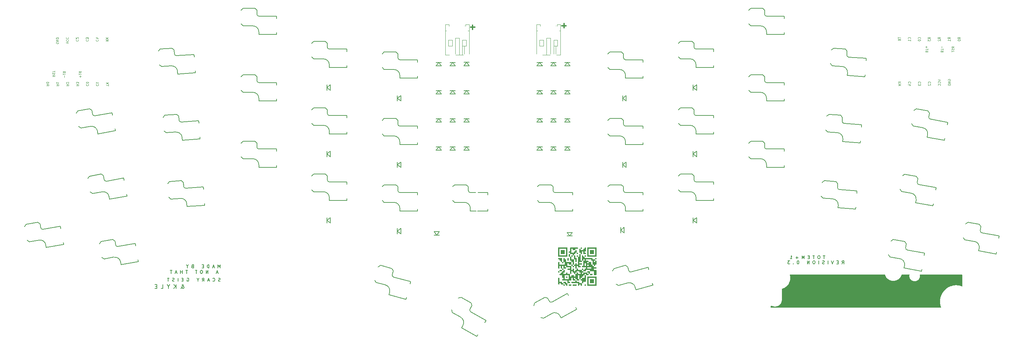
<source format=gbo>
G04 #@! TF.GenerationSoftware,KiCad,Pcbnew,9.0.2*
G04 #@! TF.CreationDate,2025-07-01T15:12:57+09:00*
G04 #@! TF.ProjectId,totem+1,746f7465-6d2b-4312-9e6b-696361645f70,0.3*
G04 #@! TF.SameCoordinates,Original*
G04 #@! TF.FileFunction,Legend,Bot*
G04 #@! TF.FilePolarity,Positive*
%FSLAX46Y46*%
G04 Gerber Fmt 4.6, Leading zero omitted, Abs format (unit mm)*
G04 Created by KiCad (PCBNEW 9.0.2) date 2025-07-01 15:12:57*
%MOMM*%
%LPD*%
G01*
G04 APERTURE LIST*
G04 Aperture macros list*
%AMRotRect*
0 Rectangle, with rotation*
0 The origin of the aperture is its center*
0 $1 length*
0 $2 width*
0 $3 Rotation angle, in degrees counterclockwise*
0 Add horizontal line*
21,1,$1,$2,0,0,$3*%
G04 Aperture macros list end*
%ADD10C,0.150000*%
%ADD11C,0.000000*%
%ADD12C,0.110000*%
%ADD13C,0.300000*%
%ADD14C,0.120000*%
%ADD15C,2.500000*%
%ADD16R,1.500000X1.800000*%
%ADD17C,1.701800*%
%ADD18C,3.000000*%
%ADD19C,3.429000*%
%ADD20RotRect,2.600000X2.600000X10.000000*%
%ADD21R,2.600000X2.600000*%
%ADD22RotRect,2.600000X2.600000X4.000000*%
%ADD23C,0.500000*%
%ADD24RotRect,2.600000X2.600000X356.000000*%
%ADD25C,5.600000*%
%ADD26O,1.800000X2.750000*%
%ADD27C,1.397000*%
%ADD28C,1.500000*%
%ADD29C,2.200000*%
%ADD30O,1.800000X2.200000*%
%ADD31O,1.800000X2.500000*%
%ADD32RotRect,2.600000X2.600000X350.000000*%
%ADD33RotRect,2.600000X2.600000X345.000000*%
%ADD34C,0.900000*%
%ADD35C,1.800000*%
%ADD36C,2.100000*%
%ADD37RotRect,2.600000X2.600000X15.000000*%
%ADD38RotRect,2.600000X2.600000X30.000000*%
%ADD39RotRect,2.600000X2.600000X330.000000*%
%ADD40O,2.200000X1.800000*%
%ADD41O,2.500000X1.800000*%
%ADD42C,2.000000*%
%ADD43O,1.200000X1.750000*%
%ADD44R,1.800000X1.500000*%
G04 APERTURE END LIST*
D10*
X67712696Y-117659819D02*
X67760316Y-117659819D01*
X67760316Y-117659819D02*
X67855554Y-117612200D01*
X67855554Y-117612200D02*
X67998411Y-117469342D01*
X67998411Y-117469342D02*
X68236506Y-117183628D01*
X68236506Y-117183628D02*
X68331744Y-117040771D01*
X68331744Y-117040771D02*
X68379363Y-116897914D01*
X68379363Y-116897914D02*
X68379363Y-116802676D01*
X68379363Y-116802676D02*
X68331744Y-116707438D01*
X68331744Y-116707438D02*
X68236506Y-116659819D01*
X68236506Y-116659819D02*
X68188887Y-116659819D01*
X68188887Y-116659819D02*
X68093649Y-116707438D01*
X68093649Y-116707438D02*
X68046030Y-116802676D01*
X68046030Y-116802676D02*
X68046030Y-116850295D01*
X68046030Y-116850295D02*
X68093649Y-116945533D01*
X68093649Y-116945533D02*
X68141268Y-116993152D01*
X68141268Y-116993152D02*
X68426982Y-117183628D01*
X68426982Y-117183628D02*
X68474601Y-117231247D01*
X68474601Y-117231247D02*
X68522220Y-117326485D01*
X68522220Y-117326485D02*
X68522220Y-117469342D01*
X68522220Y-117469342D02*
X68474601Y-117564580D01*
X68474601Y-117564580D02*
X68426982Y-117612200D01*
X68426982Y-117612200D02*
X68331744Y-117659819D01*
X68331744Y-117659819D02*
X68188887Y-117659819D01*
X68188887Y-117659819D02*
X68093649Y-117612200D01*
X68093649Y-117612200D02*
X68046030Y-117564580D01*
X68046030Y-117564580D02*
X67903173Y-117374104D01*
X67903173Y-117374104D02*
X67855554Y-117231247D01*
X67855554Y-117231247D02*
X67855554Y-117136009D01*
X66522220Y-117659819D02*
X66522220Y-116659819D01*
X65950792Y-117659819D02*
X66379363Y-117088390D01*
X65950792Y-116659819D02*
X66522220Y-117231247D01*
X64569839Y-117183628D02*
X64569839Y-117659819D01*
X64903172Y-116659819D02*
X64569839Y-117183628D01*
X64569839Y-117183628D02*
X64236506Y-116659819D01*
X62665077Y-117659819D02*
X63141267Y-117659819D01*
X63141267Y-117659819D02*
X63141267Y-116659819D01*
X61569838Y-117136009D02*
X61236505Y-117136009D01*
X61093648Y-117659819D02*
X61569838Y-117659819D01*
X61569838Y-117659819D02*
X61569838Y-116659819D01*
X61569838Y-116659819D02*
X61093648Y-116659819D01*
X232181257Y-109277295D02*
X231724114Y-109277295D01*
X231952686Y-110077295D02*
X231952686Y-109277295D01*
X230695542Y-109277295D02*
X230543161Y-109277295D01*
X230543161Y-109277295D02*
X230466971Y-109315390D01*
X230466971Y-109315390D02*
X230390780Y-109391580D01*
X230390780Y-109391580D02*
X230352685Y-109543961D01*
X230352685Y-109543961D02*
X230352685Y-109810628D01*
X230352685Y-109810628D02*
X230390780Y-109963009D01*
X230390780Y-109963009D02*
X230466971Y-110039200D01*
X230466971Y-110039200D02*
X230543161Y-110077295D01*
X230543161Y-110077295D02*
X230695542Y-110077295D01*
X230695542Y-110077295D02*
X230771733Y-110039200D01*
X230771733Y-110039200D02*
X230847923Y-109963009D01*
X230847923Y-109963009D02*
X230886019Y-109810628D01*
X230886019Y-109810628D02*
X230886019Y-109543961D01*
X230886019Y-109543961D02*
X230847923Y-109391580D01*
X230847923Y-109391580D02*
X230771733Y-109315390D01*
X230771733Y-109315390D02*
X230695542Y-109277295D01*
X229514590Y-109277295D02*
X229057447Y-109277295D01*
X229286019Y-110077295D02*
X229286019Y-109277295D01*
X228181256Y-109658247D02*
X227914590Y-109658247D01*
X227800304Y-110077295D02*
X228181256Y-110077295D01*
X228181256Y-110077295D02*
X228181256Y-109277295D01*
X228181256Y-109277295D02*
X227800304Y-109277295D01*
X226847922Y-110077295D02*
X226847922Y-109277295D01*
X226847922Y-109277295D02*
X226581256Y-109848723D01*
X226581256Y-109848723D02*
X226314589Y-109277295D01*
X226314589Y-109277295D02*
X226314589Y-110077295D01*
X225324112Y-109772533D02*
X224714589Y-109772533D01*
X225019350Y-110077295D02*
X225019350Y-109467771D01*
X223305065Y-110077295D02*
X223762208Y-110077295D01*
X223533636Y-110077295D02*
X223533636Y-109277295D01*
X223533636Y-109277295D02*
X223609827Y-109391580D01*
X223609827Y-109391580D02*
X223686017Y-109467771D01*
X223686017Y-109467771D02*
X223762208Y-109505866D01*
D11*
G36*
X168664809Y-116631785D02*
G01*
X168670632Y-116632163D01*
X168676362Y-116632800D01*
X168681994Y-116633700D01*
X168687522Y-116634869D01*
X168692942Y-116636312D01*
X168698248Y-116638034D01*
X168703435Y-116640040D01*
X168708499Y-116642336D01*
X168713433Y-116644926D01*
X168718233Y-116647816D01*
X168722893Y-116651011D01*
X168727409Y-116654516D01*
X168731775Y-116658336D01*
X168735986Y-116662476D01*
X168740037Y-116666942D01*
X168743921Y-116670993D01*
X168747630Y-116675204D01*
X168751153Y-116679570D01*
X168754480Y-116684086D01*
X168757599Y-116688747D01*
X168760502Y-116693547D01*
X168763178Y-116698482D01*
X168765615Y-116703545D01*
X168767805Y-116708733D01*
X168769736Y-116714040D01*
X168771399Y-116719460D01*
X168772783Y-116724989D01*
X168773877Y-116730621D01*
X168774671Y-116736351D01*
X168775155Y-116742174D01*
X168775319Y-116748085D01*
X168775319Y-116853924D01*
X168775194Y-116859834D01*
X168774816Y-116865657D01*
X168774179Y-116871387D01*
X168773279Y-116877019D01*
X168772110Y-116882548D01*
X168770667Y-116887968D01*
X168768945Y-116893274D01*
X168766939Y-116898461D01*
X168764643Y-116903525D01*
X168762053Y-116908459D01*
X168759163Y-116913259D01*
X168755968Y-116917919D01*
X168752463Y-116922435D01*
X168748643Y-116926800D01*
X168744503Y-116931011D01*
X168740037Y-116935062D01*
X168735986Y-116938947D01*
X168731775Y-116942656D01*
X168727409Y-116946179D01*
X168722893Y-116949505D01*
X168718233Y-116952625D01*
X168713433Y-116955528D01*
X168708499Y-116958203D01*
X168703435Y-116960641D01*
X168698248Y-116962831D01*
X168692942Y-116964762D01*
X168687522Y-116966425D01*
X168681994Y-116967808D01*
X168676362Y-116968902D01*
X168670632Y-116969697D01*
X168664809Y-116970181D01*
X168658898Y-116970344D01*
X167879227Y-116970344D01*
X167873316Y-116970219D01*
X167867493Y-116969841D01*
X167861763Y-116969205D01*
X167856131Y-116968304D01*
X167850602Y-116967135D01*
X167845182Y-116965693D01*
X167839875Y-116963971D01*
X167834688Y-116961964D01*
X167829624Y-116959669D01*
X167824689Y-116957079D01*
X167819889Y-116954189D01*
X167815229Y-116950994D01*
X167810713Y-116947489D01*
X167806347Y-116943669D01*
X167802136Y-116939528D01*
X167798085Y-116935062D01*
X167794201Y-116931011D01*
X167790492Y-116926800D01*
X167786970Y-116922435D01*
X167783643Y-116917919D01*
X167780524Y-116913259D01*
X167777621Y-116908459D01*
X167774945Y-116903525D01*
X167772507Y-116898461D01*
X167770317Y-116893274D01*
X167768386Y-116887968D01*
X167766723Y-116882548D01*
X167765339Y-116877019D01*
X167764245Y-116871387D01*
X167763451Y-116865657D01*
X167762966Y-116859834D01*
X167762803Y-116853924D01*
X167762803Y-116748085D01*
X167762927Y-116742174D01*
X167763306Y-116736351D01*
X167763942Y-116730621D01*
X167764843Y-116724989D01*
X167766011Y-116719460D01*
X167767454Y-116714040D01*
X167769176Y-116708733D01*
X167771182Y-116703545D01*
X167773478Y-116698482D01*
X167776068Y-116693547D01*
X167778958Y-116688747D01*
X167782153Y-116684086D01*
X167785658Y-116679570D01*
X167789478Y-116675204D01*
X167793619Y-116670993D01*
X167798085Y-116666942D01*
X167802718Y-116663059D01*
X167807361Y-116659350D01*
X167812024Y-116655827D01*
X167816719Y-116652501D01*
X167821455Y-116649381D01*
X167826242Y-116646478D01*
X167831091Y-116643803D01*
X167836012Y-116641365D01*
X167841016Y-116639175D01*
X167846114Y-116637243D01*
X167851314Y-116635581D01*
X167856628Y-116634197D01*
X167862066Y-116633103D01*
X167867638Y-116632308D01*
X167873355Y-116631824D01*
X167879227Y-116631660D01*
X168658898Y-116631660D01*
X168664809Y-116631785D01*
G37*
G36*
X167317145Y-116631785D02*
G01*
X167322968Y-116632163D01*
X167328698Y-116632800D01*
X167334330Y-116633700D01*
X167339858Y-116634869D01*
X167345278Y-116636312D01*
X167350584Y-116638034D01*
X167355772Y-116640040D01*
X167360835Y-116642336D01*
X167365769Y-116644926D01*
X167370569Y-116647816D01*
X167375229Y-116651011D01*
X167379745Y-116654516D01*
X167384111Y-116658336D01*
X167388322Y-116662476D01*
X167392373Y-116666942D01*
X167396257Y-116671575D01*
X167399966Y-116676218D01*
X167403489Y-116680882D01*
X167406816Y-116685576D01*
X167409936Y-116690312D01*
X167412838Y-116695099D01*
X167415514Y-116699949D01*
X167417952Y-116704870D01*
X167420141Y-116709874D01*
X167422073Y-116714971D01*
X167423735Y-116720171D01*
X167425119Y-116725485D01*
X167426213Y-116730923D01*
X167427007Y-116736496D01*
X167427491Y-116742213D01*
X167427655Y-116748085D01*
X167427655Y-116853924D01*
X167427530Y-116859834D01*
X167427152Y-116865657D01*
X167426515Y-116871387D01*
X167425615Y-116877019D01*
X167424446Y-116882548D01*
X167423003Y-116887968D01*
X167421281Y-116893274D01*
X167419275Y-116898461D01*
X167416979Y-116903525D01*
X167414389Y-116908459D01*
X167411499Y-116913259D01*
X167408304Y-116917919D01*
X167404799Y-116922435D01*
X167400979Y-116926800D01*
X167396839Y-116931011D01*
X167392373Y-116935062D01*
X167388322Y-116938947D01*
X167384111Y-116942656D01*
X167379745Y-116946179D01*
X167375229Y-116949505D01*
X167370569Y-116952625D01*
X167365769Y-116955528D01*
X167360835Y-116958203D01*
X167355772Y-116960641D01*
X167350584Y-116962831D01*
X167345278Y-116964762D01*
X167339858Y-116966425D01*
X167334330Y-116967808D01*
X167328698Y-116968902D01*
X167322968Y-116969697D01*
X167317145Y-116970181D01*
X167311234Y-116970344D01*
X166866719Y-116970344D01*
X166860808Y-116970219D01*
X166854985Y-116969841D01*
X166849255Y-116969205D01*
X166843623Y-116968304D01*
X166838094Y-116967135D01*
X166832674Y-116965693D01*
X166827367Y-116963971D01*
X166822179Y-116961964D01*
X166817116Y-116959669D01*
X166812181Y-116957079D01*
X166807381Y-116954189D01*
X166802720Y-116950994D01*
X166798204Y-116947489D01*
X166793838Y-116943669D01*
X166789627Y-116939528D01*
X166785576Y-116935062D01*
X166781693Y-116931011D01*
X166777984Y-116926800D01*
X166774462Y-116922435D01*
X166771136Y-116917919D01*
X166768016Y-116913259D01*
X166765114Y-116908459D01*
X166762438Y-116903525D01*
X166760001Y-116898461D01*
X166757811Y-116893274D01*
X166755880Y-116887968D01*
X166754218Y-116882548D01*
X166752834Y-116877019D01*
X166751740Y-116871387D01*
X166750946Y-116865657D01*
X166750462Y-116859834D01*
X166750298Y-116853924D01*
X166750298Y-116748085D01*
X166750423Y-116742174D01*
X166750801Y-116736351D01*
X166751437Y-116730621D01*
X166752337Y-116724989D01*
X166753506Y-116719460D01*
X166754949Y-116714040D01*
X166756670Y-116708733D01*
X166758676Y-116703545D01*
X166760971Y-116698482D01*
X166763561Y-116693547D01*
X166766451Y-116688747D01*
X166769645Y-116684086D01*
X166773150Y-116679570D01*
X166776970Y-116675204D01*
X166781110Y-116670993D01*
X166785576Y-116666942D01*
X166790209Y-116663059D01*
X166794852Y-116659350D01*
X166799516Y-116655827D01*
X166804210Y-116652501D01*
X166808946Y-116649381D01*
X166813733Y-116646478D01*
X166818583Y-116643803D01*
X166823504Y-116641365D01*
X166828508Y-116639175D01*
X166833605Y-116637243D01*
X166838805Y-116635581D01*
X166844119Y-116634197D01*
X166849557Y-116633103D01*
X166855130Y-116632308D01*
X166860847Y-116631824D01*
X166866719Y-116631660D01*
X167311234Y-116631660D01*
X167317145Y-116631785D01*
G37*
D10*
X246679000Y-117618779D02*
X250689000Y-117618779D01*
X250689000Y-120970000D01*
X246679000Y-120970000D01*
X246679000Y-117618779D01*
G36*
X246679000Y-117618779D02*
G01*
X250689000Y-117618779D01*
X250689000Y-120970000D01*
X246679000Y-120970000D01*
X246679000Y-117618779D01*
G37*
D11*
G36*
X169684379Y-108877452D02*
G01*
X169690202Y-108877830D01*
X169695933Y-108878466D01*
X169701565Y-108879366D01*
X169707094Y-108880535D01*
X169712514Y-108881977D01*
X169717820Y-108883699D01*
X169723008Y-108885705D01*
X169728071Y-108888001D01*
X169733005Y-108890591D01*
X169737805Y-108893481D01*
X169742465Y-108896676D01*
X169746980Y-108900181D01*
X169751346Y-108904001D01*
X169755556Y-108908142D01*
X169759606Y-108912609D01*
X169763491Y-108916659D01*
X169767201Y-108920869D01*
X169770724Y-108925235D01*
X169774051Y-108929750D01*
X169777171Y-108934411D01*
X169780075Y-108939211D01*
X169782750Y-108944145D01*
X169785188Y-108949208D01*
X169787378Y-108954396D01*
X169789309Y-108959703D01*
X169790972Y-108965123D01*
X169792356Y-108970651D01*
X169793450Y-108976283D01*
X169794244Y-108982013D01*
X169794728Y-108987837D01*
X169794892Y-108993747D01*
X169794892Y-110563671D01*
X170017151Y-110563671D01*
X170023062Y-110563796D01*
X170028884Y-110564174D01*
X170034614Y-110564810D01*
X170040246Y-110565710D01*
X170045774Y-110566879D01*
X170051195Y-110568322D01*
X170056501Y-110570043D01*
X170061689Y-110572049D01*
X170066753Y-110574345D01*
X170071687Y-110576935D01*
X170076487Y-110579825D01*
X170081148Y-110583020D01*
X170085664Y-110586525D01*
X170090029Y-110590345D01*
X170094240Y-110594486D01*
X170098290Y-110598953D01*
X170102174Y-110603004D01*
X170105882Y-110607215D01*
X170109405Y-110611581D01*
X170112731Y-110616096D01*
X170115850Y-110620757D01*
X170118753Y-110625557D01*
X170121428Y-110630491D01*
X170123866Y-110635554D01*
X170126055Y-110640742D01*
X170127986Y-110646048D01*
X170129649Y-110651468D01*
X170131032Y-110656996D01*
X170132126Y-110662628D01*
X170132921Y-110668358D01*
X170133405Y-110674181D01*
X170133568Y-110680092D01*
X170133568Y-110785930D01*
X170133443Y-110791841D01*
X170133065Y-110797664D01*
X170132429Y-110803395D01*
X170131529Y-110809027D01*
X170130360Y-110814555D01*
X170128918Y-110819976D01*
X170127196Y-110825282D01*
X170125190Y-110830470D01*
X170122895Y-110835534D01*
X170120305Y-110840468D01*
X170117416Y-110845268D01*
X170114221Y-110849929D01*
X170110716Y-110854445D01*
X170106896Y-110858811D01*
X170102756Y-110863022D01*
X170098290Y-110867073D01*
X170094240Y-110870957D01*
X170090029Y-110874665D01*
X170085664Y-110878187D01*
X170081148Y-110881514D01*
X170076487Y-110884633D01*
X170071687Y-110887536D01*
X170066753Y-110890211D01*
X170061689Y-110892648D01*
X170056501Y-110894838D01*
X170051195Y-110896769D01*
X170045774Y-110898432D01*
X170040246Y-110899815D01*
X170034614Y-110900909D01*
X170028884Y-110901703D01*
X170023062Y-110902188D01*
X170017151Y-110902351D01*
X169459740Y-110902351D01*
X169459740Y-111241035D01*
X170017151Y-111241035D01*
X170023062Y-111241160D01*
X170028884Y-111241538D01*
X170034614Y-111242175D01*
X170040246Y-111243075D01*
X170045774Y-111244243D01*
X170051195Y-111245686D01*
X170056501Y-111247408D01*
X170061689Y-111249414D01*
X170066753Y-111251709D01*
X170071687Y-111254299D01*
X170076487Y-111257189D01*
X170081148Y-111260384D01*
X170085664Y-111263889D01*
X170090029Y-111267710D01*
X170094240Y-111271851D01*
X170098290Y-111276317D01*
X170102174Y-111280367D01*
X170105882Y-111284578D01*
X170109405Y-111288943D01*
X170112731Y-111293459D01*
X170115850Y-111298119D01*
X170118753Y-111302919D01*
X170121428Y-111307853D01*
X170123866Y-111312917D01*
X170126055Y-111318105D01*
X170127986Y-111323411D01*
X170129649Y-111328831D01*
X170131032Y-111334360D01*
X170132126Y-111339992D01*
X170132921Y-111345722D01*
X170133405Y-111351545D01*
X170133568Y-111357456D01*
X170133568Y-111463295D01*
X170133443Y-111469206D01*
X170133065Y-111475029D01*
X170132429Y-111480759D01*
X170131529Y-111486391D01*
X170130360Y-111491920D01*
X170128918Y-111497340D01*
X170127196Y-111502646D01*
X170125190Y-111507834D01*
X170122895Y-111512897D01*
X170120305Y-111517832D01*
X170117416Y-111522631D01*
X170114221Y-111527292D01*
X170110716Y-111531807D01*
X170106896Y-111536173D01*
X170102756Y-111540383D01*
X170098290Y-111544433D01*
X170094240Y-111548318D01*
X170090029Y-111552027D01*
X170085664Y-111555550D01*
X170081148Y-111558876D01*
X170076487Y-111561996D01*
X170071687Y-111564899D01*
X170066753Y-111567575D01*
X170061689Y-111570012D01*
X170056501Y-111572202D01*
X170051195Y-111574133D01*
X170045774Y-111575796D01*
X170040246Y-111577179D01*
X170034614Y-111578273D01*
X170028884Y-111579068D01*
X170023062Y-111579552D01*
X170017151Y-111579716D01*
X169459740Y-111579716D01*
X169459740Y-111918400D01*
X169682000Y-111918400D01*
X169687910Y-111918524D01*
X169693733Y-111918903D01*
X169699463Y-111919539D01*
X169705094Y-111920439D01*
X169710623Y-111921608D01*
X169716043Y-111923050D01*
X169721350Y-111924772D01*
X169726537Y-111926778D01*
X169731601Y-111929073D01*
X169736535Y-111931663D01*
X169741336Y-111934552D01*
X169745996Y-111937747D01*
X169750512Y-111941251D01*
X169754878Y-111945072D01*
X169759088Y-111949212D01*
X169763138Y-111953678D01*
X169767022Y-111957729D01*
X169770731Y-111961940D01*
X169774253Y-111966306D01*
X169777579Y-111970822D01*
X169780699Y-111975482D01*
X169783601Y-111980283D01*
X169786276Y-111985217D01*
X169788714Y-111990281D01*
X169790903Y-111995469D01*
X169792835Y-112000775D01*
X169794497Y-112006195D01*
X169795881Y-112011724D01*
X169796975Y-112017356D01*
X169797769Y-112023086D01*
X169798253Y-112028909D01*
X169798417Y-112034820D01*
X169798417Y-112140659D01*
X169798292Y-112146570D01*
X169797914Y-112152393D01*
X169797277Y-112158123D01*
X169796377Y-112163755D01*
X169795209Y-112169283D01*
X169793766Y-112174703D01*
X169792044Y-112180009D01*
X169790039Y-112185197D01*
X169787743Y-112190260D01*
X169785154Y-112195194D01*
X169782264Y-112199994D01*
X169779069Y-112204654D01*
X169775565Y-112209170D01*
X169771745Y-112213536D01*
X169767604Y-112217747D01*
X169763138Y-112221798D01*
X169759088Y-112225682D01*
X169754878Y-112229391D01*
X169750512Y-112232914D01*
X169745996Y-112236241D01*
X169741336Y-112239361D01*
X169736535Y-112242263D01*
X169731601Y-112244939D01*
X169726537Y-112247377D01*
X169721350Y-112249566D01*
X169716043Y-112251498D01*
X169710623Y-112253160D01*
X169705094Y-112254544D01*
X169699463Y-112255638D01*
X169693733Y-112256432D01*
X169687910Y-112256916D01*
X169682000Y-112257080D01*
X169237485Y-112257080D01*
X169231574Y-112256955D01*
X169225750Y-112256577D01*
X169220020Y-112255940D01*
X169214388Y-112255040D01*
X169208860Y-112253871D01*
X169203439Y-112252428D01*
X169198133Y-112250706D01*
X169192945Y-112248700D01*
X169187881Y-112246404D01*
X169182947Y-112243814D01*
X169178146Y-112240924D01*
X169173486Y-112237729D01*
X169168970Y-112234224D01*
X169164604Y-112230404D01*
X169160393Y-112226264D01*
X169156342Y-112221798D01*
X169152458Y-112217747D01*
X169148750Y-112213536D01*
X169145227Y-112209170D01*
X169141901Y-112204654D01*
X169138782Y-112199994D01*
X169135879Y-112195194D01*
X169133204Y-112190260D01*
X169130766Y-112185197D01*
X169128577Y-112180009D01*
X169126646Y-112174703D01*
X169124983Y-112169283D01*
X169123600Y-112163755D01*
X169122506Y-112158123D01*
X169121712Y-112152393D01*
X169121227Y-112146570D01*
X169121064Y-112140659D01*
X169121064Y-111918400D01*
X168782380Y-111918400D01*
X168782380Y-112475807D01*
X168782256Y-112481718D01*
X168781884Y-112487541D01*
X168781264Y-112493271D01*
X168780395Y-112498903D01*
X168779279Y-112504432D01*
X168777915Y-112509852D01*
X168776303Y-112515159D01*
X168774443Y-112520346D01*
X168772334Y-112525410D01*
X168769978Y-112530345D01*
X168767373Y-112535145D01*
X168764521Y-112539806D01*
X168761420Y-112544322D01*
X168758072Y-112548688D01*
X168754475Y-112552899D01*
X168750630Y-112556949D01*
X168746580Y-112560833D01*
X168742369Y-112564542D01*
X168738004Y-112568064D01*
X168733488Y-112571390D01*
X168728828Y-112574510D01*
X168724028Y-112577412D01*
X168719094Y-112580087D01*
X168714030Y-112582525D01*
X168708843Y-112584715D01*
X168703536Y-112586646D01*
X168698116Y-112588308D01*
X168692588Y-112589692D01*
X168686955Y-112590786D01*
X168681225Y-112591580D01*
X168675402Y-112592064D01*
X168669491Y-112592228D01*
X168563653Y-112592228D01*
X168557742Y-112592103D01*
X168551919Y-112591725D01*
X168546188Y-112591088D01*
X168540556Y-112590188D01*
X168535028Y-112589020D01*
X168529607Y-112587577D01*
X168524301Y-112585855D01*
X168519113Y-112583850D01*
X168514049Y-112581554D01*
X168509115Y-112578965D01*
X168504315Y-112576075D01*
X168499654Y-112572880D01*
X168495138Y-112569376D01*
X168490772Y-112565556D01*
X168486561Y-112561415D01*
X168482510Y-112556949D01*
X168478626Y-112552899D01*
X168474918Y-112548688D01*
X168471395Y-112544322D01*
X168468069Y-112539806D01*
X168464950Y-112535145D01*
X168462047Y-112530345D01*
X168459372Y-112525410D01*
X168456934Y-112520346D01*
X168454745Y-112515159D01*
X168452814Y-112509852D01*
X168451151Y-112504432D01*
X168449768Y-112498903D01*
X168448674Y-112493271D01*
X168447880Y-112487541D01*
X168447395Y-112481718D01*
X168447232Y-112475807D01*
X168447232Y-111918400D01*
X168224972Y-111918400D01*
X168219061Y-111918275D01*
X168213237Y-111917897D01*
X168207507Y-111917260D01*
X168201874Y-111916360D01*
X168196346Y-111915191D01*
X168190925Y-111913748D01*
X168185619Y-111912026D01*
X168180431Y-111910020D01*
X168175368Y-111907724D01*
X168170434Y-111905134D01*
X168165634Y-111902244D01*
X168160973Y-111899049D01*
X168156457Y-111895544D01*
X168152092Y-111891724D01*
X168147881Y-111887584D01*
X168143830Y-111883117D01*
X168139945Y-111879067D01*
X168136236Y-111874856D01*
X168132713Y-111870490D01*
X168129387Y-111865974D01*
X168126267Y-111861313D01*
X168123364Y-111856513D01*
X168120689Y-111851578D01*
X168118251Y-111846514D01*
X168116061Y-111841327D01*
X168114130Y-111836020D01*
X168112467Y-111830600D01*
X168111084Y-111825071D01*
X168109990Y-111819439D01*
X168109196Y-111813709D01*
X168108711Y-111807886D01*
X168108548Y-111801975D01*
X168108548Y-111696136D01*
X168108673Y-111690225D01*
X168109051Y-111684402D01*
X168109687Y-111678672D01*
X168110588Y-111673041D01*
X168111757Y-111667512D01*
X168113199Y-111662092D01*
X168114921Y-111656786D01*
X168116928Y-111651599D01*
X168119223Y-111646535D01*
X168121814Y-111641601D01*
X168124703Y-111636801D01*
X168127898Y-111632141D01*
X168131403Y-111627625D01*
X168135223Y-111623259D01*
X168139364Y-111619048D01*
X168143830Y-111614998D01*
X168148462Y-111611113D01*
X168153105Y-111607404D01*
X168157768Y-111603881D01*
X168162462Y-111600555D01*
X168167197Y-111597435D01*
X168171984Y-111594532D01*
X168176833Y-111591857D01*
X168181755Y-111589419D01*
X168186759Y-111587229D01*
X168191856Y-111585298D01*
X168197056Y-111583635D01*
X168202371Y-111582252D01*
X168207809Y-111581158D01*
X168213382Y-111580363D01*
X168219099Y-111579879D01*
X168224972Y-111579716D01*
X168447232Y-111579716D01*
X168447232Y-111357456D01*
X168447356Y-111351545D01*
X168447728Y-111345722D01*
X168448348Y-111339992D01*
X168449216Y-111334360D01*
X168450332Y-111328831D01*
X168451696Y-111323411D01*
X168453308Y-111318105D01*
X168455169Y-111312917D01*
X168457277Y-111307853D01*
X168459633Y-111302919D01*
X168462238Y-111298119D01*
X168465090Y-111293459D01*
X168468191Y-111288943D01*
X168471540Y-111284578D01*
X168475137Y-111280367D01*
X168478982Y-111276317D01*
X168483032Y-111272433D01*
X168487242Y-111268724D01*
X168491608Y-111265201D01*
X168496123Y-111261874D01*
X168500784Y-111258754D01*
X168505583Y-111255852D01*
X168510518Y-111253176D01*
X168515581Y-111250738D01*
X168520769Y-111248549D01*
X168526075Y-111246617D01*
X168531495Y-111244955D01*
X168537024Y-111243571D01*
X168542656Y-111242477D01*
X168548386Y-111241683D01*
X168554209Y-111241199D01*
X168560120Y-111241035D01*
X168665959Y-111241035D01*
X168671870Y-111241160D01*
X168677693Y-111241538D01*
X168683423Y-111242175D01*
X168689055Y-111243075D01*
X168694584Y-111244243D01*
X168700004Y-111245686D01*
X168705311Y-111247408D01*
X168710498Y-111249414D01*
X168715562Y-111251709D01*
X168720497Y-111254299D01*
X168725297Y-111257189D01*
X168729957Y-111260384D01*
X168734474Y-111263889D01*
X168738840Y-111267710D01*
X168743051Y-111271851D01*
X168747101Y-111276317D01*
X168750985Y-111280367D01*
X168754693Y-111284578D01*
X168758216Y-111288943D01*
X168761542Y-111293459D01*
X168764662Y-111298119D01*
X168767564Y-111302919D01*
X168770239Y-111307853D01*
X168772677Y-111312917D01*
X168774866Y-111318105D01*
X168776798Y-111323411D01*
X168778460Y-111328831D01*
X168779844Y-111334360D01*
X168780938Y-111339992D01*
X168781732Y-111345722D01*
X168782216Y-111351545D01*
X168782380Y-111357456D01*
X168782380Y-111579716D01*
X169121064Y-111579716D01*
X169121064Y-109671116D01*
X169121189Y-109665205D01*
X169121567Y-109659382D01*
X169122203Y-109653652D01*
X169123103Y-109648019D01*
X169124272Y-109642491D01*
X169125714Y-109637071D01*
X169127436Y-109631764D01*
X169129442Y-109626577D01*
X169131737Y-109621513D01*
X169134327Y-109616579D01*
X169137217Y-109611779D01*
X169140411Y-109607119D01*
X169143916Y-109602603D01*
X169147736Y-109598238D01*
X169151876Y-109594027D01*
X169156342Y-109589977D01*
X169160975Y-109586093D01*
X169165618Y-109582384D01*
X169170282Y-109578861D01*
X169174976Y-109575534D01*
X169179712Y-109572414D01*
X169184499Y-109569511D01*
X169189348Y-109566836D01*
X169194270Y-109564398D01*
X169199274Y-109562208D01*
X169204371Y-109560277D01*
X169209571Y-109558615D01*
X169214885Y-109557231D01*
X169220323Y-109556137D01*
X169225895Y-109555343D01*
X169231612Y-109554859D01*
X169237485Y-109554695D01*
X169459744Y-109554695D01*
X169459744Y-109110180D01*
X169459740Y-109106643D01*
X169459740Y-108993747D01*
X169459864Y-108987837D01*
X169460236Y-108982013D01*
X169460856Y-108976283D01*
X169461724Y-108970651D01*
X169462840Y-108965123D01*
X169464205Y-108959703D01*
X169465817Y-108954396D01*
X169467677Y-108949208D01*
X169469786Y-108944145D01*
X169472142Y-108939211D01*
X169474746Y-108934411D01*
X169477599Y-108929750D01*
X169480699Y-108925235D01*
X169484048Y-108920869D01*
X169487645Y-108916659D01*
X169491490Y-108912609D01*
X169495541Y-108908724D01*
X169499752Y-108905015D01*
X169504117Y-108901492D01*
X169508633Y-108898166D01*
X169513294Y-108895046D01*
X169518094Y-108892143D01*
X169523028Y-108889468D01*
X169528091Y-108887030D01*
X169533279Y-108884840D01*
X169538585Y-108882909D01*
X169544006Y-108881246D01*
X169549534Y-108879863D01*
X169555167Y-108878769D01*
X169560897Y-108877974D01*
X169566721Y-108877490D01*
X169572632Y-108877327D01*
X169678467Y-108877327D01*
X169684379Y-108877452D01*
G37*
G36*
X165641387Y-109886470D02*
G01*
X165647210Y-109886955D01*
X165652940Y-109887749D01*
X165658572Y-109888843D01*
X165664101Y-109890227D01*
X165669521Y-109891890D01*
X165674827Y-109893821D01*
X165680015Y-109896011D01*
X165685078Y-109898449D01*
X165690012Y-109901125D01*
X165694812Y-109904027D01*
X165699473Y-109907147D01*
X165703988Y-109910474D01*
X165708354Y-109913996D01*
X165712564Y-109917705D01*
X165716614Y-109921589D01*
X165720459Y-109925639D01*
X165724056Y-109929850D01*
X165727405Y-109934216D01*
X165730506Y-109938733D01*
X165733359Y-109943393D01*
X165735964Y-109948193D01*
X165738320Y-109953128D01*
X165740429Y-109958192D01*
X165742290Y-109963379D01*
X165743902Y-109968686D01*
X165745267Y-109974106D01*
X165746383Y-109979635D01*
X165747251Y-109985267D01*
X165747872Y-109990997D01*
X165748244Y-109996820D01*
X165748368Y-110002731D01*
X165748368Y-110224991D01*
X165970627Y-110224991D01*
X165976499Y-110225154D01*
X165982216Y-110225638D01*
X165987789Y-110226433D01*
X165993227Y-110227527D01*
X165998541Y-110228910D01*
X166003741Y-110230573D01*
X166008838Y-110232504D01*
X166013842Y-110234694D01*
X166018763Y-110237132D01*
X166023612Y-110239807D01*
X166028399Y-110242710D01*
X166033134Y-110245830D01*
X166037828Y-110249156D01*
X166042491Y-110252679D01*
X166047134Y-110256388D01*
X166051766Y-110260273D01*
X166056233Y-110264323D01*
X166060374Y-110268533D01*
X166064194Y-110272899D01*
X166067699Y-110277414D01*
X166070894Y-110282075D01*
X166073784Y-110286875D01*
X166076374Y-110291809D01*
X166078670Y-110296872D01*
X166080676Y-110302060D01*
X166082397Y-110307366D01*
X166083840Y-110312787D01*
X166085009Y-110318315D01*
X166085909Y-110323947D01*
X166086545Y-110329677D01*
X166086923Y-110335500D01*
X166087048Y-110341411D01*
X166087048Y-110898823D01*
X167321816Y-110898823D01*
X167327688Y-110898986D01*
X167333405Y-110899470D01*
X167338977Y-110900265D01*
X167344415Y-110901359D01*
X167349729Y-110902742D01*
X167354929Y-110904405D01*
X167360026Y-110906336D01*
X167365030Y-110908526D01*
X167369952Y-110910963D01*
X167374800Y-110913639D01*
X167379587Y-110916542D01*
X167384323Y-110919662D01*
X167389017Y-110922988D01*
X167393680Y-110926511D01*
X167398322Y-110930220D01*
X167402955Y-110934105D01*
X167407421Y-110938155D01*
X167411562Y-110942365D01*
X167415383Y-110946731D01*
X167418888Y-110951246D01*
X167422083Y-110955907D01*
X167424973Y-110960706D01*
X167427563Y-110965641D01*
X167429858Y-110970704D01*
X167431864Y-110975892D01*
X167433586Y-110981198D01*
X167435029Y-110986619D01*
X167436197Y-110992147D01*
X167437097Y-110997779D01*
X167437734Y-111003509D01*
X167438112Y-111009332D01*
X167438237Y-111015243D01*
X167438237Y-111459759D01*
X167438073Y-111465669D01*
X167437589Y-111471493D01*
X167436795Y-111477223D01*
X167435701Y-111482855D01*
X167434317Y-111488383D01*
X167432655Y-111493804D01*
X167430723Y-111499110D01*
X167428534Y-111504298D01*
X167426096Y-111509361D01*
X167423420Y-111514295D01*
X167420518Y-111519095D01*
X167417398Y-111523756D01*
X167414071Y-111528271D01*
X167410548Y-111532637D01*
X167406839Y-111536847D01*
X167402955Y-111540897D01*
X167398904Y-111545364D01*
X167394694Y-111549505D01*
X167390328Y-111553325D01*
X167385813Y-111556830D01*
X167381153Y-111560025D01*
X167376353Y-111562915D01*
X167371418Y-111565505D01*
X167366355Y-111567801D01*
X167361167Y-111569807D01*
X167355861Y-111571529D01*
X167350441Y-111572971D01*
X167344912Y-111574140D01*
X167339280Y-111575040D01*
X167333550Y-111575676D01*
X167327727Y-111576054D01*
X167321816Y-111576179D01*
X166877301Y-111576179D01*
X166871390Y-111576016D01*
X166865567Y-111575532D01*
X166859837Y-111574737D01*
X166854205Y-111573643D01*
X166848676Y-111572260D01*
X166843256Y-111570597D01*
X166837949Y-111568666D01*
X166832762Y-111566476D01*
X166827698Y-111564038D01*
X166822764Y-111561363D01*
X166817964Y-111558460D01*
X166813304Y-111555340D01*
X166808788Y-111552014D01*
X166804423Y-111548491D01*
X166800212Y-111544782D01*
X166796162Y-111540897D01*
X166791696Y-111536847D01*
X166787554Y-111532637D01*
X166783734Y-111528271D01*
X166780229Y-111523756D01*
X166777034Y-111519095D01*
X166774144Y-111514295D01*
X166771554Y-111509361D01*
X166769258Y-111504298D01*
X166767253Y-111499110D01*
X166765531Y-111493804D01*
X166764088Y-111488383D01*
X166762919Y-111482855D01*
X166762019Y-111477223D01*
X166761383Y-111471493D01*
X166761005Y-111465669D01*
X166760880Y-111459759D01*
X166760880Y-111237499D01*
X166422200Y-111237499D01*
X166422200Y-111911331D01*
X167318284Y-111911331D01*
X167324156Y-111911495D01*
X167329873Y-111911979D01*
X167335445Y-111912773D01*
X167340883Y-111913867D01*
X167346197Y-111915250D01*
X167351397Y-111916913D01*
X167356494Y-111918844D01*
X167361498Y-111921034D01*
X167366420Y-111923471D01*
X167371269Y-111926147D01*
X167376056Y-111929049D01*
X167380792Y-111932168D01*
X167385486Y-111935495D01*
X167390150Y-111939017D01*
X167394793Y-111942725D01*
X167399426Y-111946609D01*
X167403892Y-111950660D01*
X167408032Y-111954871D01*
X167411852Y-111959237D01*
X167415357Y-111963753D01*
X167418552Y-111968414D01*
X167421441Y-111973214D01*
X167424031Y-111978149D01*
X167426326Y-111983212D01*
X167428332Y-111988400D01*
X167430054Y-111993707D01*
X167431496Y-111999127D01*
X167432665Y-112004656D01*
X167433565Y-112010287D01*
X167434201Y-112016018D01*
X167434579Y-112021841D01*
X167434704Y-112027752D01*
X167434704Y-112923839D01*
X167773388Y-112923839D01*
X167773388Y-112701576D01*
X167773552Y-112695665D01*
X167774036Y-112689842D01*
X167774831Y-112684112D01*
X167775925Y-112678480D01*
X167777308Y-112672952D01*
X167778971Y-112667532D01*
X167780902Y-112662226D01*
X167783092Y-112657038D01*
X167785529Y-112651975D01*
X167788205Y-112647041D01*
X167791108Y-112642241D01*
X167794228Y-112637581D01*
X167797554Y-112633065D01*
X167801077Y-112628699D01*
X167804786Y-112624488D01*
X167808670Y-112620437D01*
X167812721Y-112615971D01*
X167816931Y-112611831D01*
X167821297Y-112608011D01*
X167825812Y-112604506D01*
X167830472Y-112601311D01*
X167835272Y-112598421D01*
X167840207Y-112595831D01*
X167845270Y-112593535D01*
X167850458Y-112591529D01*
X167855764Y-112589807D01*
X167861184Y-112588364D01*
X167866713Y-112587195D01*
X167872345Y-112586295D01*
X167878075Y-112585658D01*
X167883898Y-112585280D01*
X167889809Y-112585155D01*
X167995648Y-112585155D01*
X168001559Y-112585319D01*
X168007382Y-112585803D01*
X168013112Y-112586597D01*
X168018744Y-112587691D01*
X168024273Y-112589075D01*
X168029693Y-112590737D01*
X168034999Y-112592669D01*
X168040187Y-112594858D01*
X168045250Y-112597296D01*
X168050185Y-112599972D01*
X168054985Y-112602875D01*
X168059645Y-112605994D01*
X168064160Y-112609321D01*
X168068526Y-112612844D01*
X168072736Y-112616553D01*
X168076787Y-112620437D01*
X168080632Y-112624488D01*
X168084228Y-112628699D01*
X168087577Y-112633065D01*
X168090678Y-112637581D01*
X168093530Y-112642241D01*
X168096135Y-112647041D01*
X168098491Y-112651975D01*
X168100599Y-112657038D01*
X168102460Y-112662226D01*
X168104072Y-112667532D01*
X168105436Y-112672952D01*
X168106552Y-112678480D01*
X168107420Y-112684112D01*
X168108040Y-112689842D01*
X168108412Y-112695665D01*
X168108536Y-112701576D01*
X168108536Y-113258987D01*
X168447220Y-113258987D01*
X168447220Y-113036728D01*
X168447384Y-113030817D01*
X168447868Y-113024994D01*
X168448662Y-113019263D01*
X168449756Y-113013632D01*
X168451140Y-113008103D01*
X168452803Y-113002683D01*
X168454734Y-112997376D01*
X168456924Y-112992189D01*
X168459361Y-112987125D01*
X168462037Y-112982191D01*
X168464940Y-112977391D01*
X168468059Y-112972731D01*
X168471386Y-112968215D01*
X168474909Y-112963850D01*
X168478618Y-112959639D01*
X168482502Y-112955589D01*
X168486553Y-112951122D01*
X168490763Y-112946981D01*
X168495129Y-112943161D01*
X168499644Y-112939656D01*
X168504304Y-112936461D01*
X168509104Y-112933571D01*
X168514039Y-112930981D01*
X168519102Y-112928685D01*
X168524290Y-112926679D01*
X168529596Y-112924958D01*
X168535016Y-112923515D01*
X168540545Y-112922346D01*
X168546177Y-112921446D01*
X168551907Y-112920810D01*
X168557730Y-112920432D01*
X168563641Y-112920307D01*
X168785901Y-112920307D01*
X168785901Y-112698047D01*
X168786064Y-112692137D01*
X168786548Y-112686313D01*
X168787343Y-112680583D01*
X168788437Y-112674951D01*
X168789820Y-112669423D01*
X168791483Y-112664002D01*
X168793414Y-112658696D01*
X168795604Y-112653508D01*
X168798042Y-112648444D01*
X168800717Y-112643510D01*
X168803620Y-112638710D01*
X168806740Y-112634049D01*
X168810066Y-112629533D01*
X168813589Y-112625167D01*
X168817298Y-112620956D01*
X168821183Y-112616905D01*
X168825234Y-112612439D01*
X168829444Y-112608298D01*
X168833810Y-112604478D01*
X168838326Y-112600973D01*
X168842986Y-112597779D01*
X168847786Y-112594889D01*
X168852721Y-112592298D01*
X168857784Y-112590003D01*
X168862971Y-112587997D01*
X168868277Y-112586275D01*
X168873697Y-112584832D01*
X168879226Y-112583663D01*
X168884857Y-112582763D01*
X168890588Y-112582126D01*
X168896410Y-112581748D01*
X168902321Y-112581623D01*
X169008160Y-112581623D01*
X169014071Y-112581787D01*
X169019894Y-112582271D01*
X169025624Y-112583065D01*
X169031256Y-112584159D01*
X169036785Y-112585543D01*
X169042205Y-112587206D01*
X169047512Y-112589138D01*
X169052700Y-112591327D01*
X169057763Y-112593765D01*
X169062698Y-112596441D01*
X169067498Y-112599344D01*
X169072159Y-112602464D01*
X169076675Y-112605790D01*
X169081041Y-112609313D01*
X169085252Y-112613021D01*
X169089303Y-112616905D01*
X169093147Y-112620956D01*
X169096743Y-112625167D01*
X169100092Y-112629533D01*
X169103192Y-112634049D01*
X169106044Y-112638710D01*
X169108649Y-112643510D01*
X169111005Y-112648444D01*
X169113114Y-112653508D01*
X169114974Y-112658696D01*
X169116587Y-112664002D01*
X169117951Y-112669423D01*
X169119068Y-112674951D01*
X169119936Y-112680583D01*
X169120556Y-112686313D01*
X169120928Y-112692137D01*
X169121052Y-112698047D01*
X169121052Y-112920307D01*
X170017136Y-112920307D01*
X170023048Y-112920471D01*
X170028871Y-112920955D01*
X170034602Y-112921749D01*
X170040234Y-112922843D01*
X170045763Y-112924227D01*
X170051183Y-112925889D01*
X170056490Y-112927820D01*
X170061678Y-112930010D01*
X170066741Y-112932448D01*
X170071676Y-112935123D01*
X170076476Y-112938026D01*
X170081137Y-112941146D01*
X170085653Y-112944473D01*
X170090019Y-112947996D01*
X170094231Y-112951704D01*
X170098282Y-112955589D01*
X170102748Y-112959639D01*
X170106889Y-112963850D01*
X170110709Y-112968215D01*
X170114213Y-112972731D01*
X170117408Y-112977391D01*
X170120298Y-112982191D01*
X170122887Y-112987125D01*
X170125183Y-112992189D01*
X170127188Y-112997376D01*
X170128910Y-113002683D01*
X170130353Y-113008103D01*
X170131521Y-113013632D01*
X170132421Y-113019263D01*
X170133058Y-113024994D01*
X170133436Y-113030817D01*
X170133561Y-113036728D01*
X170133561Y-113258987D01*
X170355820Y-113258987D01*
X170361730Y-113259151D01*
X170367553Y-113259635D01*
X170373283Y-113260429D01*
X170378915Y-113261523D01*
X170384443Y-113262907D01*
X170389864Y-113264569D01*
X170395170Y-113266501D01*
X170400358Y-113268690D01*
X170405422Y-113271128D01*
X170410356Y-113273804D01*
X170415156Y-113276707D01*
X170419817Y-113279826D01*
X170424332Y-113283153D01*
X170428698Y-113286676D01*
X170432909Y-113290385D01*
X170436959Y-113294269D01*
X170441425Y-113298320D01*
X170445566Y-113302531D01*
X170449386Y-113306897D01*
X170452891Y-113311413D01*
X170456086Y-113316073D01*
X170458976Y-113320873D01*
X170461567Y-113325807D01*
X170463863Y-113330870D01*
X170465869Y-113336058D01*
X170467592Y-113341364D01*
X170469035Y-113346784D01*
X170470204Y-113352312D01*
X170471105Y-113357944D01*
X170471741Y-113363674D01*
X170472120Y-113369497D01*
X170472245Y-113375408D01*
X170472245Y-113481247D01*
X170472081Y-113487119D01*
X170471597Y-113492836D01*
X170470803Y-113498408D01*
X170469709Y-113503846D01*
X170468325Y-113509160D01*
X170466662Y-113514361D01*
X170464731Y-113519457D01*
X170462541Y-113524461D01*
X170460103Y-113529383D01*
X170457427Y-113534232D01*
X170454524Y-113539019D01*
X170451404Y-113543755D01*
X170448077Y-113548450D01*
X170444554Y-113553113D01*
X170440844Y-113557756D01*
X170436959Y-113562389D01*
X170432909Y-113566855D01*
X170428698Y-113570996D01*
X170424332Y-113574815D01*
X170419817Y-113578320D01*
X170415156Y-113581515D01*
X170410356Y-113584404D01*
X170405422Y-113586994D01*
X170400358Y-113589289D01*
X170395170Y-113591295D01*
X170389864Y-113593017D01*
X170384443Y-113594460D01*
X170378915Y-113595628D01*
X170373283Y-113596528D01*
X170367553Y-113597165D01*
X170361730Y-113597543D01*
X170355820Y-113597667D01*
X170133561Y-113597667D01*
X170133561Y-113936352D01*
X170472245Y-113936352D01*
X170472245Y-113714092D01*
X170472408Y-113708220D01*
X170472893Y-113702503D01*
X170473687Y-113696931D01*
X170474781Y-113691493D01*
X170476164Y-113686179D01*
X170477827Y-113680978D01*
X170479758Y-113675881D01*
X170481947Y-113670877D01*
X170484385Y-113665956D01*
X170487060Y-113661107D01*
X170489963Y-113656319D01*
X170493082Y-113651584D01*
X170496408Y-113646889D01*
X170499931Y-113642226D01*
X170503639Y-113637582D01*
X170507523Y-113632950D01*
X170511573Y-113628484D01*
X170515784Y-113624343D01*
X170520150Y-113620523D01*
X170524665Y-113617018D01*
X170529326Y-113613823D01*
X170534126Y-113610933D01*
X170539060Y-113608343D01*
X170544124Y-113606047D01*
X170549312Y-113604041D01*
X170554618Y-113602319D01*
X170560039Y-113600876D01*
X170565567Y-113599707D01*
X170571199Y-113598807D01*
X170576929Y-113598171D01*
X170582751Y-113597792D01*
X170588662Y-113597667D01*
X171368332Y-113597667D01*
X171374244Y-113597831D01*
X171380068Y-113598315D01*
X171385798Y-113599110D01*
X171391430Y-113600204D01*
X171396959Y-113601588D01*
X171402379Y-113603251D01*
X171407685Y-113605182D01*
X171412873Y-113607372D01*
X171417936Y-113609810D01*
X171422870Y-113612486D01*
X171427670Y-113615389D01*
X171432330Y-113618508D01*
X171436845Y-113621835D01*
X171441211Y-113625357D01*
X171445421Y-113629066D01*
X171449471Y-113632950D01*
X171453938Y-113637000D01*
X171458080Y-113641211D01*
X171461901Y-113645578D01*
X171465406Y-113650093D01*
X171468602Y-113654754D01*
X171471492Y-113659554D01*
X171474082Y-113664489D01*
X171476378Y-113669553D01*
X171478384Y-113674740D01*
X171480106Y-113680047D01*
X171481549Y-113685467D01*
X171482718Y-113690996D01*
X171483618Y-113696628D01*
X171484254Y-113702358D01*
X171484632Y-113708181D01*
X171484757Y-113714092D01*
X171484757Y-113936352D01*
X171707016Y-113936352D01*
X171712927Y-113936515D01*
X171718749Y-113936999D01*
X171724479Y-113937794D01*
X171730111Y-113938888D01*
X171735640Y-113940271D01*
X171741060Y-113941934D01*
X171746366Y-113943865D01*
X171751554Y-113946055D01*
X171756618Y-113948492D01*
X171761552Y-113951168D01*
X171766352Y-113954071D01*
X171771013Y-113957191D01*
X171775529Y-113960517D01*
X171779894Y-113964040D01*
X171784105Y-113967749D01*
X171788155Y-113971634D01*
X171792621Y-113975684D01*
X171796762Y-113979894D01*
X171800581Y-113984260D01*
X171804086Y-113988775D01*
X171807281Y-113993436D01*
X171810170Y-113998236D01*
X171812760Y-114003170D01*
X171815055Y-114008233D01*
X171817061Y-114013421D01*
X171818783Y-114018727D01*
X171820225Y-114024147D01*
X171821394Y-114029676D01*
X171822294Y-114035308D01*
X171822931Y-114041038D01*
X171823309Y-114046861D01*
X171823433Y-114052772D01*
X171823433Y-114158611D01*
X171823270Y-114164522D01*
X171822786Y-114170345D01*
X171821991Y-114176075D01*
X171820897Y-114181707D01*
X171819514Y-114187236D01*
X171817851Y-114192656D01*
X171815920Y-114197962D01*
X171813731Y-114203150D01*
X171811293Y-114208214D01*
X171808618Y-114213148D01*
X171805715Y-114217948D01*
X171802596Y-114222608D01*
X171799270Y-114227124D01*
X171795747Y-114231489D01*
X171792039Y-114235700D01*
X171788155Y-114239750D01*
X171805794Y-114239769D01*
X171801744Y-114244235D01*
X171797534Y-114248375D01*
X171793168Y-114252195D01*
X171788653Y-114255700D01*
X171783993Y-114258894D01*
X171779193Y-114261784D01*
X171774259Y-114264374D01*
X171769196Y-114266669D01*
X171764009Y-114268675D01*
X171758702Y-114270397D01*
X171753282Y-114271839D01*
X171747753Y-114273008D01*
X171742121Y-114273908D01*
X171736391Y-114274544D01*
X171730567Y-114274922D01*
X171724656Y-114275047D01*
X171280144Y-114275047D01*
X171274233Y-114274883D01*
X171268409Y-114274399D01*
X171262679Y-114273605D01*
X171257046Y-114272511D01*
X171251518Y-114271128D01*
X171246097Y-114269465D01*
X171240791Y-114267534D01*
X171235603Y-114265344D01*
X171230539Y-114262907D01*
X171225605Y-114260232D01*
X171220804Y-114257329D01*
X171216144Y-114254209D01*
X171211627Y-114250883D01*
X171207261Y-114247361D01*
X171203049Y-114243653D01*
X171198998Y-114239769D01*
X171194532Y-114235718D01*
X171190392Y-114231507D01*
X171186572Y-114227141D01*
X171183067Y-114222625D01*
X171179872Y-114217964D01*
X171176983Y-114213164D01*
X171174393Y-114208230D01*
X171172098Y-114203166D01*
X171170092Y-114197978D01*
X171168370Y-114192672D01*
X171166928Y-114187251D01*
X171165759Y-114181723D01*
X171164859Y-114176090D01*
X171164223Y-114170360D01*
X171163845Y-114164537D01*
X171163720Y-114158626D01*
X171163720Y-113936367D01*
X170825036Y-113936367D01*
X170825036Y-114158626D01*
X170824872Y-114164498D01*
X170824388Y-114170215D01*
X170823594Y-114175788D01*
X170822500Y-114181226D01*
X170821116Y-114186540D01*
X170819454Y-114191740D01*
X170817522Y-114196837D01*
X170815333Y-114201841D01*
X170812895Y-114206763D01*
X170810220Y-114211612D01*
X170807318Y-114216399D01*
X170804198Y-114221135D01*
X170800872Y-114225829D01*
X170797349Y-114230493D01*
X170793641Y-114235136D01*
X170789757Y-114239769D01*
X170785707Y-114244235D01*
X170781497Y-114248375D01*
X170777131Y-114252195D01*
X170772615Y-114255700D01*
X170767955Y-114258894D01*
X170763154Y-114261784D01*
X170758220Y-114264374D01*
X170753156Y-114266669D01*
X170747968Y-114268675D01*
X170742662Y-114270397D01*
X170737242Y-114271839D01*
X170731713Y-114273008D01*
X170726081Y-114273908D01*
X170720352Y-114274544D01*
X170714529Y-114274922D01*
X170708619Y-114275047D01*
X170486359Y-114275047D01*
X170486359Y-114497310D01*
X170486195Y-114503182D01*
X170485711Y-114508899D01*
X170484917Y-114514472D01*
X170483823Y-114519910D01*
X170482439Y-114525224D01*
X170480777Y-114530424D01*
X170478845Y-114535521D01*
X170476656Y-114540525D01*
X170474218Y-114545446D01*
X170471542Y-114550295D01*
X170468639Y-114555082D01*
X170465518Y-114559817D01*
X170462191Y-114564511D01*
X170458668Y-114569174D01*
X170454958Y-114573817D01*
X170451073Y-114578449D01*
X170447023Y-114582915D01*
X170442813Y-114587056D01*
X170438447Y-114590876D01*
X170433932Y-114594381D01*
X170429272Y-114597575D01*
X170424472Y-114600465D01*
X170419538Y-114603056D01*
X170414475Y-114605351D01*
X170409288Y-114607357D01*
X170403981Y-114609079D01*
X170398561Y-114610522D01*
X170393032Y-114611691D01*
X170387400Y-114612592D01*
X170381670Y-114613228D01*
X170375846Y-114613606D01*
X170369935Y-114613731D01*
X170147675Y-114613731D01*
X170147675Y-114835991D01*
X170147511Y-114841863D01*
X170147027Y-114847580D01*
X170146233Y-114853152D01*
X170145139Y-114858590D01*
X170143756Y-114863904D01*
X170142093Y-114869104D01*
X170140162Y-114874201D01*
X170137972Y-114879205D01*
X170135535Y-114884126D01*
X170132860Y-114888975D01*
X170129957Y-114893762D01*
X170126838Y-114898498D01*
X170123511Y-114903191D01*
X170119989Y-114907855D01*
X170116281Y-114912497D01*
X170112397Y-114917129D01*
X170108345Y-114921596D01*
X170104134Y-114925737D01*
X170099767Y-114929558D01*
X170095251Y-114933062D01*
X170090590Y-114936257D01*
X170085790Y-114939147D01*
X170080856Y-114941737D01*
X170075792Y-114944033D01*
X170070604Y-114946039D01*
X170065298Y-114947761D01*
X170059877Y-114949203D01*
X170054348Y-114950372D01*
X170048716Y-114951272D01*
X170042986Y-114951908D01*
X170037162Y-114952287D01*
X170031250Y-114952411D01*
X169808991Y-114952411D01*
X169808991Y-115174671D01*
X169808827Y-115180582D01*
X169808343Y-115186405D01*
X169807549Y-115192135D01*
X169806455Y-115197767D01*
X169805072Y-115203296D01*
X169803409Y-115208716D01*
X169801478Y-115214023D01*
X169799288Y-115219210D01*
X169796851Y-115224274D01*
X169794176Y-115229209D01*
X169791273Y-115234009D01*
X169788153Y-115238670D01*
X169784827Y-115243186D01*
X169781305Y-115247552D01*
X169777597Y-115251763D01*
X169773713Y-115255813D01*
X169769663Y-115260279D01*
X169765452Y-115264420D01*
X169761086Y-115268240D01*
X169756571Y-115271744D01*
X169751910Y-115274939D01*
X169747110Y-115277829D01*
X169742175Y-115280418D01*
X169737112Y-115282714D01*
X169731924Y-115284719D01*
X169726617Y-115286441D01*
X169721197Y-115287884D01*
X169715669Y-115289052D01*
X169710037Y-115289952D01*
X169704307Y-115290589D01*
X169698484Y-115290967D01*
X169692574Y-115291092D01*
X169586731Y-115291092D01*
X169580821Y-115290928D01*
X169574999Y-115290444D01*
X169569269Y-115289650D01*
X169563637Y-115288556D01*
X169558108Y-115287172D01*
X169552688Y-115285510D01*
X169547382Y-115283579D01*
X169542194Y-115281389D01*
X169537130Y-115278951D01*
X169532196Y-115276276D01*
X169527396Y-115273374D01*
X169522735Y-115270254D01*
X169518219Y-115266928D01*
X169513854Y-115263406D01*
X169509643Y-115259697D01*
X169505593Y-115255813D01*
X169501748Y-115251763D01*
X169498151Y-115247552D01*
X169494802Y-115243186D01*
X169491702Y-115238670D01*
X169488849Y-115234009D01*
X169486245Y-115229209D01*
X169483888Y-115224274D01*
X169481780Y-115219210D01*
X169479920Y-115214023D01*
X169478308Y-115208716D01*
X169476943Y-115203296D01*
X169475827Y-115197767D01*
X169474959Y-115192135D01*
X169474339Y-115186405D01*
X169473967Y-115180582D01*
X169473843Y-115174671D01*
X169473843Y-114278580D01*
X169135159Y-114278580D01*
X169135159Y-115291088D01*
X169357422Y-115291088D01*
X169363333Y-115291252D01*
X169369156Y-115291736D01*
X169374886Y-115292530D01*
X169380518Y-115293624D01*
X169386046Y-115295007D01*
X169391466Y-115296670D01*
X169396772Y-115298601D01*
X169401960Y-115300791D01*
X169407023Y-115303229D01*
X169411958Y-115305904D01*
X169416757Y-115308807D01*
X169421418Y-115311927D01*
X169425933Y-115315254D01*
X169430299Y-115318777D01*
X169434510Y-115322485D01*
X169438561Y-115326370D01*
X169443028Y-115330420D01*
X169447169Y-115334631D01*
X169450989Y-115338996D01*
X169454494Y-115343512D01*
X169457689Y-115348172D01*
X169460579Y-115352972D01*
X169463169Y-115357906D01*
X169465465Y-115362970D01*
X169467471Y-115368157D01*
X169469192Y-115373464D01*
X169470635Y-115378884D01*
X169471804Y-115384413D01*
X169472704Y-115390044D01*
X169473340Y-115395775D01*
X169473718Y-115401598D01*
X169473843Y-115407509D01*
X169473843Y-115513347D01*
X169473680Y-115519258D01*
X169473195Y-115525081D01*
X169472401Y-115530812D01*
X169471307Y-115536444D01*
X169469924Y-115541972D01*
X169468261Y-115547393D01*
X169466330Y-115552699D01*
X169464140Y-115557887D01*
X169461702Y-115562951D01*
X169459027Y-115567885D01*
X169456124Y-115572685D01*
X169453004Y-115577346D01*
X169449677Y-115581862D01*
X169446155Y-115586228D01*
X169442446Y-115590439D01*
X169438561Y-115594490D01*
X169434510Y-115598956D01*
X169430299Y-115603096D01*
X169425933Y-115606916D01*
X169421418Y-115610421D01*
X169416757Y-115613615D01*
X169411958Y-115616505D01*
X169407023Y-115619095D01*
X169401960Y-115621390D01*
X169396772Y-115623396D01*
X169391466Y-115625118D01*
X169386046Y-115626560D01*
X169380518Y-115627729D01*
X169374886Y-115628629D01*
X169369156Y-115629265D01*
X169363333Y-115629643D01*
X169357422Y-115629768D01*
X168912907Y-115629768D01*
X168907035Y-115629604D01*
X168901318Y-115629120D01*
X168895746Y-115628326D01*
X168890308Y-115627232D01*
X168884994Y-115625849D01*
X168879793Y-115624186D01*
X168874696Y-115622255D01*
X168869692Y-115620066D01*
X168864771Y-115617628D01*
X168859922Y-115614953D01*
X168855135Y-115612050D01*
X168850399Y-115608931D01*
X168845704Y-115605604D01*
X168841041Y-115602082D01*
X168836398Y-115598374D01*
X168831765Y-115594490D01*
X168827299Y-115590439D01*
X168823158Y-115586228D01*
X168819338Y-115581862D01*
X168815834Y-115577346D01*
X168812639Y-115572685D01*
X168809750Y-115567885D01*
X168807160Y-115562951D01*
X168804864Y-115557887D01*
X168802859Y-115552699D01*
X168801137Y-115547393D01*
X168799694Y-115541972D01*
X168798526Y-115536444D01*
X168797626Y-115530812D01*
X168796989Y-115525081D01*
X168796611Y-115519258D01*
X168796486Y-115513347D01*
X168796486Y-115291088D01*
X168574223Y-115291088D01*
X168568351Y-115290924D01*
X168562634Y-115290440D01*
X168557062Y-115289646D01*
X168551624Y-115288552D01*
X168546310Y-115287168D01*
X168541109Y-115285506D01*
X168536013Y-115283574D01*
X168531009Y-115281385D01*
X168526088Y-115278947D01*
X168521239Y-115276272D01*
X168516452Y-115273369D01*
X168511716Y-115270249D01*
X168507022Y-115266922D01*
X168502359Y-115263399D01*
X168497717Y-115259690D01*
X168493085Y-115255806D01*
X168488618Y-115251756D01*
X168484478Y-115247545D01*
X168480658Y-115243180D01*
X168477153Y-115238664D01*
X168473958Y-115234004D01*
X168471068Y-115229204D01*
X168468478Y-115224270D01*
X168466182Y-115219206D01*
X168464176Y-115214019D01*
X168462454Y-115208712D01*
X168461011Y-115203292D01*
X168459842Y-115197763D01*
X168458942Y-115192131D01*
X168458305Y-115186401D01*
X168457927Y-115180578D01*
X168457802Y-115174667D01*
X168457802Y-114952408D01*
X168119122Y-114952408D01*
X168119122Y-115291088D01*
X168341382Y-115291088D01*
X168347292Y-115291252D01*
X168353116Y-115291736D01*
X168358846Y-115292530D01*
X168364478Y-115293624D01*
X168370006Y-115295007D01*
X168375426Y-115296670D01*
X168380733Y-115298601D01*
X168385921Y-115300791D01*
X168390984Y-115303229D01*
X168395918Y-115305904D01*
X168400718Y-115308807D01*
X168405379Y-115311927D01*
X168409894Y-115315254D01*
X168414260Y-115318777D01*
X168418470Y-115322485D01*
X168422520Y-115326370D01*
X168426987Y-115330420D01*
X168431128Y-115334631D01*
X168434948Y-115338996D01*
X168438453Y-115343512D01*
X168441648Y-115348172D01*
X168444538Y-115352972D01*
X168447128Y-115357906D01*
X168449424Y-115362970D01*
X168451430Y-115368157D01*
X168453152Y-115373464D01*
X168454594Y-115378884D01*
X168455763Y-115384413D01*
X168456663Y-115390044D01*
X168457299Y-115395775D01*
X168457677Y-115401598D01*
X168457802Y-115407509D01*
X168457802Y-115513347D01*
X168457639Y-115519219D01*
X168457155Y-115524937D01*
X168456360Y-115530509D01*
X168455266Y-115535947D01*
X168453883Y-115541261D01*
X168452220Y-115546461D01*
X168450289Y-115551558D01*
X168448099Y-115556562D01*
X168445661Y-115561484D01*
X168442986Y-115566333D01*
X168440083Y-115571120D01*
X168436963Y-115575856D01*
X168433637Y-115580550D01*
X168430114Y-115585214D01*
X168426405Y-115589857D01*
X168422520Y-115594490D01*
X168418470Y-115598956D01*
X168414260Y-115603096D01*
X168409894Y-115606916D01*
X168405379Y-115610421D01*
X168400718Y-115613615D01*
X168395918Y-115616505D01*
X168390984Y-115619095D01*
X168385921Y-115621390D01*
X168380733Y-115623396D01*
X168375426Y-115625118D01*
X168370006Y-115626560D01*
X168364478Y-115627729D01*
X168358846Y-115628629D01*
X168353116Y-115629265D01*
X168347292Y-115629643D01*
X168341382Y-115629768D01*
X167896866Y-115629768D01*
X167890994Y-115629604D01*
X167885277Y-115629120D01*
X167879705Y-115628326D01*
X167874267Y-115627232D01*
X167868953Y-115625849D01*
X167863753Y-115624186D01*
X167858656Y-115622255D01*
X167853652Y-115620066D01*
X167848731Y-115617628D01*
X167843882Y-115614953D01*
X167839095Y-115612050D01*
X167834360Y-115608931D01*
X167829666Y-115605604D01*
X167825002Y-115602082D01*
X167820360Y-115598374D01*
X167815728Y-115594490D01*
X167811261Y-115590439D01*
X167807120Y-115586228D01*
X167803300Y-115581862D01*
X167799795Y-115577346D01*
X167796600Y-115572685D01*
X167793710Y-115567885D01*
X167791120Y-115562951D01*
X167788824Y-115557887D01*
X167786818Y-115552699D01*
X167785096Y-115547393D01*
X167783654Y-115541972D01*
X167782485Y-115536444D01*
X167781585Y-115530812D01*
X167780949Y-115525081D01*
X167780570Y-115519258D01*
X167780446Y-115513347D01*
X167780446Y-114955936D01*
X167441762Y-114955936D01*
X167441762Y-115513347D01*
X167441598Y-115519219D01*
X167441114Y-115524937D01*
X167440320Y-115530509D01*
X167439225Y-115535947D01*
X167437842Y-115541261D01*
X167436180Y-115546461D01*
X167434248Y-115551558D01*
X167432059Y-115556562D01*
X167429621Y-115561484D01*
X167426946Y-115566333D01*
X167424044Y-115571120D01*
X167420924Y-115575856D01*
X167417598Y-115580550D01*
X167414075Y-115585214D01*
X167410367Y-115589857D01*
X167406483Y-115594490D01*
X167402432Y-115598956D01*
X167398221Y-115603096D01*
X167393855Y-115606916D01*
X167389339Y-115610421D01*
X167384679Y-115613615D01*
X167379878Y-115616505D01*
X167374944Y-115619095D01*
X167369880Y-115621390D01*
X167364692Y-115623396D01*
X167359386Y-115625118D01*
X167353966Y-115626560D01*
X167348437Y-115627729D01*
X167342805Y-115628629D01*
X167337075Y-115629265D01*
X167331252Y-115629643D01*
X167325341Y-115629768D01*
X166767930Y-115629768D01*
X166767930Y-115968452D01*
X166990193Y-115968452D01*
X166996065Y-115968616D01*
X167001782Y-115969100D01*
X167007354Y-115969894D01*
X167012792Y-115970988D01*
X167018106Y-115972372D01*
X167023306Y-115974034D01*
X167028403Y-115975965D01*
X167033407Y-115978155D01*
X167038328Y-115980593D01*
X167043177Y-115983268D01*
X167047964Y-115986170D01*
X167052700Y-115989290D01*
X167057394Y-115992616D01*
X167062057Y-115996138D01*
X167066699Y-115999847D01*
X167071331Y-116003731D01*
X167075798Y-116007781D01*
X167079939Y-116011992D01*
X167083760Y-116016358D01*
X167087265Y-116020874D01*
X167090460Y-116025535D01*
X167093350Y-116030335D01*
X167095940Y-116035270D01*
X167098235Y-116040334D01*
X167100241Y-116045521D01*
X167101963Y-116050828D01*
X167103406Y-116056248D01*
X167104574Y-116061777D01*
X167105474Y-116067409D01*
X167106111Y-116073139D01*
X167106489Y-116078962D01*
X167106614Y-116084873D01*
X167106614Y-116190712D01*
X167106450Y-116196623D01*
X167105966Y-116202446D01*
X167105172Y-116208176D01*
X167104078Y-116213808D01*
X167102694Y-116219337D01*
X167101032Y-116224757D01*
X167099100Y-116230063D01*
X167096911Y-116235251D01*
X167094473Y-116240314D01*
X167091797Y-116245249D01*
X167088894Y-116250049D01*
X167085774Y-116254709D01*
X167082448Y-116259224D01*
X167078925Y-116263590D01*
X167075216Y-116267800D01*
X167071331Y-116271850D01*
X167067281Y-116276317D01*
X167063070Y-116280458D01*
X167058704Y-116284278D01*
X167054188Y-116287784D01*
X167049528Y-116290978D01*
X167044728Y-116293868D01*
X167039794Y-116296459D01*
X167034731Y-116298754D01*
X167029543Y-116300760D01*
X167024237Y-116302482D01*
X167018817Y-116303924D01*
X167013289Y-116305093D01*
X167007657Y-116305993D01*
X167001927Y-116306630D01*
X166996104Y-116307008D01*
X166990193Y-116307133D01*
X166545678Y-116307133D01*
X166539767Y-116306969D01*
X166533944Y-116306485D01*
X166528214Y-116305690D01*
X166522581Y-116304596D01*
X166517053Y-116303213D01*
X166511633Y-116301550D01*
X166506326Y-116299619D01*
X166501138Y-116297429D01*
X166496075Y-116294992D01*
X166491140Y-116292316D01*
X166486340Y-116289413D01*
X166481679Y-116286293D01*
X166477163Y-116282967D01*
X166472797Y-116279444D01*
X166468586Y-116275735D01*
X166464535Y-116271850D01*
X166460069Y-116267800D01*
X166455929Y-116263590D01*
X166452109Y-116259224D01*
X166448604Y-116254709D01*
X166445410Y-116250049D01*
X166442520Y-116245249D01*
X166439930Y-116240314D01*
X166437635Y-116235251D01*
X166435629Y-116230063D01*
X166433907Y-116224757D01*
X166432465Y-116219337D01*
X166431296Y-116213808D01*
X166430396Y-116208176D01*
X166429760Y-116202446D01*
X166429382Y-116196623D01*
X166429257Y-116190712D01*
X166429257Y-115633301D01*
X165194485Y-115633301D01*
X165188574Y-115633137D01*
X165182751Y-115632653D01*
X165177021Y-115631858D01*
X165171390Y-115630764D01*
X165165861Y-115629381D01*
X165160441Y-115627718D01*
X165155135Y-115625787D01*
X165149948Y-115623597D01*
X165144884Y-115621160D01*
X165139950Y-115618484D01*
X165135150Y-115615581D01*
X165130490Y-115612461D01*
X165125974Y-115609135D01*
X165121608Y-115605612D01*
X165117397Y-115601903D01*
X165113347Y-115598018D01*
X165108881Y-115593968D01*
X165104740Y-115589758D01*
X165100920Y-115585392D01*
X165097415Y-115580877D01*
X165094220Y-115576217D01*
X165091330Y-115571417D01*
X165088740Y-115566482D01*
X165086444Y-115561419D01*
X165084438Y-115556231D01*
X165082716Y-115550925D01*
X165081273Y-115545505D01*
X165080104Y-115539976D01*
X165079204Y-115534344D01*
X165078568Y-115528614D01*
X165078189Y-115522791D01*
X165078064Y-115516880D01*
X165078064Y-115411041D01*
X165078228Y-115405130D01*
X165078712Y-115399307D01*
X165079507Y-115393577D01*
X165080601Y-115387945D01*
X165081984Y-115382416D01*
X165083647Y-115376996D01*
X165085578Y-115371690D01*
X165087768Y-115366502D01*
X165090205Y-115361439D01*
X165092881Y-115356504D01*
X165095784Y-115351704D01*
X165098904Y-115347044D01*
X165102230Y-115342529D01*
X165105753Y-115338163D01*
X165109462Y-115333953D01*
X165113347Y-115329902D01*
X165117397Y-115325436D01*
X165121608Y-115321295D01*
X165125974Y-115317474D01*
X165130490Y-115313969D01*
X165135150Y-115310774D01*
X165139950Y-115307884D01*
X165144884Y-115305294D01*
X165149948Y-115302999D01*
X165155135Y-115300993D01*
X165160441Y-115299271D01*
X165165861Y-115297828D01*
X165171390Y-115296660D01*
X165177021Y-115295760D01*
X165182751Y-115295123D01*
X165188574Y-115294745D01*
X165194485Y-115294620D01*
X165416749Y-115294620D01*
X165416749Y-115287540D01*
X165416749Y-114955936D01*
X165194485Y-114955936D01*
X165188574Y-114955772D01*
X165182751Y-114955288D01*
X165177021Y-114954494D01*
X165171390Y-114953400D01*
X165165861Y-114952017D01*
X165160441Y-114950354D01*
X165155135Y-114948423D01*
X165149948Y-114946234D01*
X165144884Y-114943796D01*
X165139950Y-114941121D01*
X165135150Y-114938218D01*
X165130490Y-114935099D01*
X165125974Y-114931773D01*
X165121608Y-114928250D01*
X165117397Y-114924542D01*
X165113347Y-114920658D01*
X165108881Y-114916607D01*
X165104740Y-114912396D01*
X165100920Y-114908030D01*
X165097415Y-114903514D01*
X165094220Y-114898853D01*
X165091330Y-114894053D01*
X165088740Y-114889119D01*
X165086444Y-114884055D01*
X165084438Y-114878867D01*
X165082716Y-114873561D01*
X165081273Y-114868140D01*
X165080104Y-114862612D01*
X165079204Y-114856980D01*
X165078568Y-114851249D01*
X165078189Y-114845426D01*
X165078064Y-114839516D01*
X165078064Y-114282104D01*
X164520653Y-114282104D01*
X164514742Y-114281941D01*
X164508919Y-114281456D01*
X164503190Y-114280662D01*
X164497558Y-114279568D01*
X164492029Y-114278185D01*
X164486609Y-114276522D01*
X164482515Y-114275032D01*
X165748376Y-114275032D01*
X165748376Y-115287540D01*
X166760884Y-115287540D01*
X166760884Y-114275032D01*
X165748376Y-114275032D01*
X164482515Y-114275032D01*
X164481303Y-114274591D01*
X164476116Y-114272402D01*
X164471052Y-114269964D01*
X164466118Y-114267289D01*
X164461318Y-114264386D01*
X164456658Y-114261267D01*
X164452142Y-114257941D01*
X164447776Y-114254418D01*
X164443565Y-114250710D01*
X164439515Y-114246826D01*
X164435049Y-114242775D01*
X164430908Y-114238564D01*
X164427088Y-114234198D01*
X164423583Y-114229682D01*
X164420388Y-114225021D01*
X164417498Y-114220221D01*
X164414908Y-114215287D01*
X164412612Y-114210223D01*
X164410606Y-114205035D01*
X164408884Y-114199729D01*
X164407441Y-114194309D01*
X164406273Y-114188780D01*
X164405372Y-114183148D01*
X164404736Y-114177417D01*
X164404357Y-114171594D01*
X164404232Y-114165684D01*
X164404232Y-114059845D01*
X164404396Y-114053973D01*
X164404880Y-114048256D01*
X164405675Y-114042683D01*
X164406769Y-114037245D01*
X164408152Y-114031931D01*
X164409815Y-114026731D01*
X164411746Y-114021634D01*
X164413936Y-114016631D01*
X164416373Y-114011709D01*
X164419049Y-114006860D01*
X164421952Y-114002073D01*
X164425072Y-113997338D01*
X164428398Y-113992644D01*
X164431921Y-113987981D01*
X164435630Y-113983338D01*
X164439515Y-113978706D01*
X164443565Y-113974239D01*
X164447776Y-113970098D01*
X164452142Y-113966278D01*
X164456658Y-113962773D01*
X164461318Y-113959578D01*
X164466118Y-113956688D01*
X164471052Y-113954098D01*
X164476116Y-113951802D01*
X164481303Y-113949797D01*
X164486609Y-113948075D01*
X164492029Y-113946632D01*
X164497558Y-113945463D01*
X164503190Y-113944563D01*
X164508919Y-113943927D01*
X164514742Y-113943549D01*
X164520653Y-113943424D01*
X164742917Y-113943424D01*
X164742917Y-113721165D01*
X164743080Y-113715292D01*
X164743564Y-113709575D01*
X164744359Y-113704003D01*
X164745453Y-113698565D01*
X164746836Y-113693251D01*
X164748499Y-113688051D01*
X164750430Y-113682954D01*
X164752619Y-113677950D01*
X164755057Y-113673029D01*
X164757732Y-113668180D01*
X164760635Y-113663393D01*
X164763754Y-113658658D01*
X164767080Y-113653964D01*
X164770603Y-113649301D01*
X164774311Y-113644658D01*
X164778195Y-113640026D01*
X164782246Y-113635559D01*
X164786457Y-113631418D01*
X164790823Y-113627598D01*
X164795339Y-113624093D01*
X164799999Y-113620898D01*
X164804800Y-113618008D01*
X164809734Y-113615418D01*
X164814798Y-113613122D01*
X164819986Y-113611116D01*
X164825292Y-113609394D01*
X164830712Y-113607952D01*
X164836241Y-113606783D01*
X164841873Y-113605883D01*
X164847603Y-113605247D01*
X164853427Y-113604869D01*
X164859337Y-113604744D01*
X165081597Y-113604744D01*
X165081597Y-113382484D01*
X165081761Y-113376612D01*
X165082245Y-113370895D01*
X165083039Y-113365323D01*
X165084133Y-113359885D01*
X165085517Y-113354571D01*
X165087179Y-113349370D01*
X165089110Y-113344274D01*
X165091300Y-113339269D01*
X165093738Y-113334348D01*
X165096413Y-113329499D01*
X165099316Y-113324712D01*
X165102436Y-113319976D01*
X165105763Y-113315281D01*
X165109286Y-113310618D01*
X165112994Y-113305975D01*
X165116879Y-113301342D01*
X165120929Y-113296876D01*
X165125140Y-113292735D01*
X165129505Y-113288915D01*
X165134021Y-113285410D01*
X165138681Y-113282215D01*
X165143481Y-113279325D01*
X165148415Y-113276735D01*
X165153479Y-113274440D01*
X165158666Y-113272433D01*
X165163973Y-113270711D01*
X165169393Y-113269268D01*
X165174921Y-113268100D01*
X165180553Y-113267199D01*
X165186284Y-113266563D01*
X165192107Y-113266185D01*
X165198018Y-113266060D01*
X165420277Y-113266060D01*
X165420277Y-113043800D01*
X165420441Y-113037928D01*
X165420925Y-113032211D01*
X165421719Y-113026639D01*
X165422813Y-113021201D01*
X165424197Y-113015887D01*
X165425859Y-113010687D01*
X165427791Y-113005590D01*
X165429980Y-113000586D01*
X165432418Y-112995665D01*
X165435094Y-112990816D01*
X165437996Y-112986029D01*
X165441116Y-112981293D01*
X165444443Y-112976599D01*
X165447966Y-112971936D01*
X165451675Y-112967294D01*
X165455559Y-112962662D01*
X165459610Y-112958195D01*
X165463821Y-112954054D01*
X165468187Y-112950233D01*
X165472703Y-112946728D01*
X165477364Y-112943533D01*
X165482164Y-112940643D01*
X165487099Y-112938053D01*
X165492162Y-112935758D01*
X165497350Y-112933752D01*
X165502657Y-112932030D01*
X165508077Y-112930587D01*
X165513606Y-112929419D01*
X165519237Y-112928519D01*
X165524968Y-112927882D01*
X165530791Y-112927504D01*
X165536702Y-112927379D01*
X165642537Y-112927379D01*
X165648448Y-112927543D01*
X165654271Y-112928027D01*
X165660001Y-112928821D01*
X165665633Y-112929915D01*
X165671162Y-112931299D01*
X165676582Y-112932962D01*
X165681888Y-112934893D01*
X165687076Y-112937082D01*
X165692140Y-112939520D01*
X165697074Y-112942196D01*
X165701875Y-112945099D01*
X165706535Y-112948219D01*
X165711051Y-112951545D01*
X165715417Y-112955068D01*
X165719628Y-112958777D01*
X165723679Y-112962662D01*
X165727524Y-112966712D01*
X165731121Y-112970923D01*
X165734470Y-112975289D01*
X165737570Y-112979805D01*
X165740423Y-112984465D01*
X165743027Y-112989265D01*
X165745384Y-112994199D01*
X165747492Y-112999263D01*
X165749352Y-113004450D01*
X165750964Y-113009756D01*
X165752329Y-113015176D01*
X165753445Y-113020705D01*
X165754313Y-113026336D01*
X165754933Y-113032066D01*
X165755305Y-113037889D01*
X165755429Y-113043800D01*
X165755429Y-113484791D01*
X165755265Y-113490663D01*
X165754781Y-113496380D01*
X165753987Y-113501952D01*
X165752893Y-113507390D01*
X165751509Y-113512704D01*
X165749847Y-113517904D01*
X165747915Y-113523001D01*
X165745726Y-113528005D01*
X165743288Y-113532926D01*
X165740612Y-113537775D01*
X165737710Y-113542562D01*
X165734590Y-113547297D01*
X165731263Y-113551991D01*
X165727740Y-113556654D01*
X165724031Y-113561297D01*
X165720147Y-113565929D01*
X165716096Y-113570396D01*
X165711885Y-113574537D01*
X165707519Y-113578357D01*
X165703003Y-113581862D01*
X165698343Y-113585057D01*
X165693543Y-113587947D01*
X165688609Y-113590537D01*
X165683546Y-113592833D01*
X165678358Y-113594839D01*
X165673052Y-113596561D01*
X165667632Y-113598003D01*
X165662104Y-113599172D01*
X165656472Y-113600072D01*
X165650742Y-113600708D01*
X165644919Y-113601086D01*
X165639008Y-113601211D01*
X165416749Y-113601211D01*
X165416749Y-113939892D01*
X166090581Y-113939892D01*
X166090581Y-113717632D01*
X166090744Y-113711721D01*
X166091228Y-113705898D01*
X166092023Y-113700168D01*
X166093117Y-113694536D01*
X166094500Y-113689007D01*
X166096162Y-113683587D01*
X166098094Y-113678281D01*
X166100283Y-113673093D01*
X166102721Y-113668030D01*
X166105396Y-113663095D01*
X166108299Y-113658295D01*
X166111418Y-113653635D01*
X166114744Y-113649120D01*
X166118267Y-113644754D01*
X166121975Y-113640544D01*
X166125859Y-113636493D01*
X166129910Y-113632027D01*
X166134121Y-113627886D01*
X166138487Y-113624065D01*
X166143003Y-113620560D01*
X166147663Y-113617365D01*
X166152463Y-113614475D01*
X166157398Y-113611885D01*
X166162462Y-113609590D01*
X166167650Y-113607584D01*
X166172956Y-113605862D01*
X166178376Y-113604419D01*
X166183905Y-113603251D01*
X166189537Y-113602351D01*
X166195267Y-113601714D01*
X166201090Y-113601336D01*
X166207001Y-113601211D01*
X166312840Y-113601211D01*
X166318751Y-113601375D01*
X166324574Y-113601859D01*
X166330304Y-113602653D01*
X166335936Y-113603747D01*
X166341464Y-113605131D01*
X166346884Y-113606793D01*
X166352190Y-113608725D01*
X166357378Y-113610914D01*
X166362441Y-113613352D01*
X166367375Y-113616028D01*
X166372175Y-113618931D01*
X166376835Y-113622051D01*
X166381351Y-113625377D01*
X166385717Y-113628900D01*
X166389928Y-113632609D01*
X166393979Y-113636493D01*
X166397824Y-113640544D01*
X166401420Y-113644754D01*
X166404769Y-113649120D01*
X166407870Y-113653635D01*
X166410722Y-113658295D01*
X166413327Y-113663095D01*
X166415683Y-113668030D01*
X166417791Y-113673093D01*
X166419652Y-113678281D01*
X166421264Y-113683587D01*
X166422628Y-113689007D01*
X166423744Y-113694536D01*
X166424612Y-113700168D01*
X166425232Y-113705898D01*
X166425604Y-113711721D01*
X166425728Y-113717632D01*
X166425728Y-113939892D01*
X166983140Y-113939892D01*
X166989050Y-113940055D01*
X166994874Y-113940539D01*
X167000604Y-113941334D01*
X167006236Y-113942428D01*
X167011764Y-113943811D01*
X167017185Y-113945474D01*
X167022491Y-113947405D01*
X167027678Y-113949595D01*
X167032742Y-113952032D01*
X167037676Y-113954708D01*
X167042476Y-113957611D01*
X167047136Y-113960731D01*
X167051652Y-113964057D01*
X167056018Y-113967580D01*
X167060228Y-113971289D01*
X167064278Y-113975174D01*
X167068745Y-113979225D01*
X167072886Y-113983436D01*
X167076706Y-113987802D01*
X167080211Y-113992318D01*
X167083406Y-113996978D01*
X167086296Y-114001778D01*
X167088886Y-114006713D01*
X167091182Y-114011777D01*
X167093188Y-114016965D01*
X167094909Y-114022271D01*
X167096352Y-114027691D01*
X167097521Y-114033220D01*
X167098421Y-114038852D01*
X167099057Y-114044582D01*
X167099435Y-114050405D01*
X167099560Y-114056316D01*
X167099560Y-114613724D01*
X167438244Y-114613724D01*
X167438244Y-114391464D01*
X167438408Y-114385553D01*
X167438892Y-114379730D01*
X167439686Y-114374000D01*
X167440780Y-114368368D01*
X167442164Y-114362839D01*
X167443826Y-114357419D01*
X167445758Y-114352113D01*
X167447947Y-114346925D01*
X167450385Y-114341862D01*
X167453060Y-114336927D01*
X167455962Y-114332127D01*
X167459082Y-114327467D01*
X167462408Y-114322952D01*
X167465931Y-114318586D01*
X167469639Y-114314376D01*
X167473523Y-114310325D01*
X167477573Y-114305859D01*
X167481785Y-114301718D01*
X167486151Y-114297897D01*
X167490667Y-114294392D01*
X167495327Y-114291197D01*
X167500127Y-114288307D01*
X167505062Y-114285717D01*
X167510126Y-114283422D01*
X167515313Y-114281416D01*
X167520620Y-114279694D01*
X167526040Y-114278251D01*
X167531569Y-114277083D01*
X167537201Y-114276183D01*
X167542931Y-114275546D01*
X167548754Y-114275168D01*
X167554665Y-114275043D01*
X167999180Y-114275043D01*
X168005091Y-114275207D01*
X168010914Y-114275691D01*
X168016644Y-114276485D01*
X168022276Y-114277579D01*
X168027804Y-114278963D01*
X168033224Y-114280625D01*
X168038531Y-114282557D01*
X168043718Y-114284746D01*
X168048781Y-114287184D01*
X168053715Y-114289860D01*
X168058515Y-114292763D01*
X168063176Y-114295882D01*
X168067691Y-114299209D01*
X168072057Y-114302732D01*
X168076268Y-114306441D01*
X168080319Y-114310325D01*
X168084786Y-114314376D01*
X168088927Y-114318586D01*
X168092747Y-114322952D01*
X168096252Y-114327467D01*
X168099447Y-114332127D01*
X168102337Y-114336927D01*
X168104927Y-114341862D01*
X168107223Y-114346925D01*
X168109229Y-114352113D01*
X168110950Y-114357419D01*
X168112393Y-114362839D01*
X168113562Y-114368368D01*
X168114462Y-114374000D01*
X168115098Y-114379730D01*
X168115476Y-114385553D01*
X168115601Y-114391464D01*
X168115601Y-114613724D01*
X168454281Y-114613724D01*
X168454281Y-114056316D01*
X168454445Y-114050405D01*
X168454929Y-114044582D01*
X168455723Y-114038852D01*
X168456818Y-114033220D01*
X168458201Y-114027691D01*
X168459863Y-114022271D01*
X168461795Y-114016965D01*
X168463984Y-114011777D01*
X168466422Y-114006713D01*
X168469098Y-114001778D01*
X168472001Y-113996978D01*
X168475121Y-113992318D01*
X168478447Y-113987802D01*
X168481970Y-113983436D01*
X168485679Y-113979225D01*
X168489563Y-113975174D01*
X168493614Y-113970708D01*
X168497825Y-113966567D01*
X168502191Y-113962747D01*
X168506707Y-113959242D01*
X168511367Y-113956047D01*
X168516167Y-113953157D01*
X168521101Y-113950567D01*
X168526165Y-113948272D01*
X168531353Y-113946265D01*
X168536659Y-113944543D01*
X168542079Y-113943100D01*
X168547608Y-113941932D01*
X168553240Y-113941031D01*
X168558971Y-113940395D01*
X168564794Y-113940017D01*
X168570706Y-113939892D01*
X168792966Y-113939892D01*
X168792966Y-113717632D01*
X168793129Y-113711721D01*
X168793613Y-113705898D01*
X168794408Y-113700168D01*
X168795502Y-113694536D01*
X168796885Y-113689007D01*
X168798547Y-113683587D01*
X168800479Y-113678281D01*
X168802668Y-113673093D01*
X168805106Y-113668030D01*
X168807781Y-113663095D01*
X168810683Y-113658295D01*
X168813803Y-113653635D01*
X168817129Y-113649120D01*
X168820651Y-113644754D01*
X168824360Y-113640544D01*
X168828244Y-113636493D01*
X168832295Y-113632027D01*
X168836506Y-113627886D01*
X168840872Y-113624065D01*
X168845388Y-113620560D01*
X168850048Y-113617365D01*
X168854848Y-113614475D01*
X168859783Y-113611885D01*
X168864847Y-113609590D01*
X168870035Y-113607584D01*
X168875341Y-113605862D01*
X168880761Y-113604419D01*
X168886290Y-113603251D01*
X168891922Y-113602351D01*
X168897652Y-113601714D01*
X168903475Y-113601336D01*
X168909386Y-113601211D01*
X169015225Y-113601211D01*
X169021136Y-113601375D01*
X169026959Y-113601859D01*
X169032689Y-113602653D01*
X169038321Y-113603747D01*
X169043850Y-113605131D01*
X169049270Y-113606793D01*
X169054576Y-113608725D01*
X169059764Y-113610914D01*
X169064827Y-113613352D01*
X169069762Y-113616028D01*
X169074562Y-113618931D01*
X169079222Y-113622051D01*
X169083737Y-113625377D01*
X169088103Y-113628900D01*
X169092313Y-113632609D01*
X169096364Y-113636493D01*
X169100209Y-113640544D01*
X169103805Y-113644754D01*
X169107154Y-113649120D01*
X169110255Y-113653635D01*
X169113107Y-113658295D01*
X169115712Y-113663095D01*
X169118068Y-113668030D01*
X169120176Y-113673093D01*
X169122037Y-113678281D01*
X169123649Y-113683587D01*
X169125013Y-113689007D01*
X169126129Y-113694536D01*
X169126997Y-113700168D01*
X169127617Y-113705898D01*
X169127989Y-113711721D01*
X169128113Y-113717632D01*
X169128113Y-113939892D01*
X169801949Y-113939892D01*
X169801949Y-113601211D01*
X169579690Y-113601211D01*
X169573817Y-113601048D01*
X169568099Y-113600564D01*
X169562527Y-113599769D01*
X169557089Y-113598675D01*
X169551774Y-113597292D01*
X169546574Y-113595629D01*
X169541477Y-113593698D01*
X169536473Y-113591508D01*
X169531552Y-113589070D01*
X169526703Y-113586395D01*
X169521916Y-113583492D01*
X169517181Y-113580372D01*
X169512486Y-113577046D01*
X169507823Y-113573523D01*
X169503180Y-113569814D01*
X169498547Y-113565929D01*
X169494080Y-113561879D01*
X169489939Y-113557669D01*
X169486119Y-113553303D01*
X169482614Y-113548788D01*
X169479419Y-113544127D01*
X169476529Y-113539327D01*
X169473939Y-113534393D01*
X169471643Y-113529330D01*
X169469637Y-113524142D01*
X169467916Y-113518836D01*
X169466473Y-113513415D01*
X169465304Y-113507887D01*
X169464404Y-113502255D01*
X169463768Y-113496525D01*
X169463390Y-113490701D01*
X169463265Y-113484791D01*
X169463265Y-113262531D01*
X168789433Y-113262531D01*
X168789433Y-113484791D01*
X168789269Y-113490701D01*
X168788785Y-113496525D01*
X168787991Y-113502255D01*
X168786897Y-113507887D01*
X168785513Y-113513415D01*
X168783851Y-113518836D01*
X168781920Y-113524142D01*
X168779730Y-113529330D01*
X168777292Y-113534393D01*
X168774617Y-113539327D01*
X168771714Y-113544127D01*
X168768594Y-113548788D01*
X168765267Y-113553303D01*
X168761744Y-113557669D01*
X168758035Y-113561879D01*
X168754151Y-113565929D01*
X168750100Y-113570396D01*
X168745889Y-113574537D01*
X168741523Y-113578357D01*
X168737008Y-113581862D01*
X168732347Y-113585057D01*
X168727547Y-113587947D01*
X168722613Y-113590537D01*
X168717550Y-113592833D01*
X168712362Y-113594839D01*
X168707056Y-113596561D01*
X168701636Y-113598003D01*
X168696108Y-113599172D01*
X168690476Y-113600072D01*
X168684746Y-113600708D01*
X168678923Y-113601086D01*
X168673012Y-113601211D01*
X168450753Y-113601211D01*
X168450753Y-113823471D01*
X168450589Y-113829343D01*
X168450105Y-113835060D01*
X168449310Y-113840632D01*
X168448216Y-113846070D01*
X168446832Y-113851384D01*
X168445170Y-113856585D01*
X168443238Y-113861682D01*
X168441048Y-113866686D01*
X168438610Y-113871607D01*
X168435935Y-113876456D01*
X168433032Y-113881244D01*
X168429912Y-113885979D01*
X168426586Y-113890674D01*
X168423063Y-113895337D01*
X168419355Y-113899980D01*
X168415471Y-113904613D01*
X168411420Y-113909079D01*
X168407209Y-113913220D01*
X168402843Y-113917040D01*
X168398327Y-113920544D01*
X168393666Y-113923739D01*
X168388866Y-113926628D01*
X168383931Y-113929218D01*
X168378868Y-113931514D01*
X168373680Y-113933519D01*
X168368373Y-113935241D01*
X168362953Y-113936684D01*
X168357424Y-113937852D01*
X168351792Y-113938752D01*
X168346062Y-113939389D01*
X168340239Y-113939767D01*
X168334328Y-113939892D01*
X168228489Y-113939892D01*
X168222579Y-113939728D01*
X168216756Y-113939244D01*
X168211026Y-113938449D01*
X168205394Y-113937355D01*
X168199865Y-113935972D01*
X168194445Y-113934310D01*
X168189139Y-113932378D01*
X168183952Y-113930189D01*
X168178889Y-113927751D01*
X168173954Y-113925076D01*
X168169154Y-113922174D01*
X168164494Y-113919054D01*
X168159978Y-113915728D01*
X168155613Y-113912206D01*
X168151402Y-113908497D01*
X168147351Y-113904613D01*
X168143506Y-113900562D01*
X168139909Y-113896352D01*
X168136560Y-113891985D01*
X168133460Y-113887469D01*
X168130607Y-113882809D01*
X168128003Y-113878009D01*
X168125646Y-113873074D01*
X168123538Y-113868010D01*
X168121678Y-113862823D01*
X168120066Y-113857516D01*
X168118701Y-113852096D01*
X168117585Y-113846567D01*
X168116717Y-113840935D01*
X168116097Y-113835205D01*
X168115725Y-113829382D01*
X168115601Y-113823471D01*
X168115601Y-113601211D01*
X167893342Y-113601211D01*
X167887470Y-113601048D01*
X167881752Y-113600564D01*
X167876180Y-113599769D01*
X167870742Y-113598675D01*
X167865428Y-113597292D01*
X167860228Y-113595629D01*
X167855131Y-113593698D01*
X167850127Y-113591508D01*
X167845205Y-113589070D01*
X167840356Y-113586395D01*
X167835569Y-113583492D01*
X167830833Y-113580372D01*
X167826139Y-113577046D01*
X167821475Y-113573523D01*
X167816832Y-113569814D01*
X167812199Y-113565929D01*
X167807733Y-113561879D01*
X167803593Y-113557669D01*
X167799773Y-113553303D01*
X167796268Y-113548788D01*
X167793074Y-113544127D01*
X167790184Y-113539327D01*
X167787594Y-113534393D01*
X167785299Y-113529330D01*
X167783293Y-113524142D01*
X167781571Y-113518836D01*
X167780129Y-113513415D01*
X167778960Y-113507887D01*
X167778060Y-113502255D01*
X167777424Y-113496525D01*
X167777046Y-113490701D01*
X167776921Y-113484791D01*
X167776921Y-113262531D01*
X167438237Y-113262531D01*
X167438237Y-113819938D01*
X167438073Y-113825810D01*
X167437589Y-113831528D01*
X167436795Y-113837100D01*
X167435701Y-113842538D01*
X167434317Y-113847852D01*
X167432655Y-113853052D01*
X167430723Y-113858149D01*
X167428534Y-113863153D01*
X167426096Y-113868075D01*
X167423420Y-113872924D01*
X167420518Y-113877711D01*
X167417398Y-113882447D01*
X167414071Y-113887141D01*
X167410548Y-113891805D01*
X167406839Y-113896448D01*
X167402955Y-113901081D01*
X167398904Y-113905547D01*
X167394694Y-113909687D01*
X167390328Y-113913508D01*
X167385813Y-113917012D01*
X167381153Y-113920207D01*
X167376353Y-113923097D01*
X167371418Y-113925687D01*
X167366355Y-113927983D01*
X167361167Y-113929989D01*
X167355861Y-113931711D01*
X167350441Y-113933154D01*
X167344912Y-113934323D01*
X167339280Y-113935223D01*
X167333550Y-113935860D01*
X167327727Y-113936238D01*
X167321816Y-113936363D01*
X167215977Y-113936363D01*
X167210066Y-113936199D01*
X167204243Y-113935715D01*
X167198513Y-113934921D01*
X167192881Y-113933827D01*
X167187352Y-113932443D01*
X167181932Y-113930781D01*
X167176626Y-113928850D01*
X167171438Y-113926660D01*
X167166375Y-113924222D01*
X167161440Y-113921547D01*
X167156640Y-113918644D01*
X167151980Y-113915524D01*
X167147465Y-113912197D01*
X167143099Y-113908674D01*
X167138889Y-113904965D01*
X167134839Y-113901081D01*
X167130994Y-113897030D01*
X167127397Y-113892819D01*
X167124048Y-113888453D01*
X167120948Y-113883937D01*
X167118095Y-113879276D01*
X167115491Y-113874476D01*
X167113134Y-113869542D01*
X167111026Y-113864478D01*
X167109166Y-113859290D01*
X167107553Y-113853984D01*
X167106189Y-113848563D01*
X167105073Y-113843035D01*
X167104205Y-113837403D01*
X167103585Y-113831672D01*
X167103213Y-113825849D01*
X167103089Y-113819938D01*
X167103089Y-112923847D01*
X166545678Y-112923847D01*
X166539806Y-112923683D01*
X166534089Y-112923199D01*
X166528516Y-112922405D01*
X166523078Y-112921311D01*
X166517764Y-112919927D01*
X166512564Y-112918265D01*
X166507467Y-112916334D01*
X166502463Y-112914144D01*
X166497542Y-112911707D01*
X166492692Y-112909031D01*
X166487905Y-112906129D01*
X166483169Y-112903009D01*
X166478475Y-112899683D01*
X166473811Y-112896161D01*
X166469168Y-112892453D01*
X166464535Y-112888569D01*
X166460069Y-112884518D01*
X166455929Y-112880307D01*
X166452109Y-112875941D01*
X166448604Y-112871425D01*
X166445410Y-112866764D01*
X166442520Y-112861964D01*
X166439930Y-112857029D01*
X166437635Y-112851966D01*
X166435629Y-112846778D01*
X166433907Y-112841471D01*
X166432465Y-112836051D01*
X166431296Y-112830522D01*
X166430396Y-112824890D01*
X166429760Y-112819160D01*
X166429382Y-112813337D01*
X166429257Y-112807426D01*
X166429257Y-112701588D01*
X166429421Y-112695715D01*
X166429905Y-112689998D01*
X166430699Y-112684426D01*
X166431793Y-112678988D01*
X166433176Y-112673674D01*
X166434839Y-112668474D01*
X166436770Y-112663377D01*
X166438960Y-112658373D01*
X166441397Y-112653452D01*
X166444072Y-112648603D01*
X166446975Y-112643816D01*
X166450095Y-112639081D01*
X166453421Y-112634387D01*
X166456943Y-112629724D01*
X166460651Y-112625081D01*
X166464535Y-112620449D01*
X166468586Y-112615982D01*
X166472797Y-112611841D01*
X166477163Y-112608021D01*
X166481679Y-112604516D01*
X166486340Y-112601321D01*
X166491140Y-112598431D01*
X166496075Y-112595841D01*
X166501138Y-112593545D01*
X166506326Y-112591539D01*
X166511633Y-112589817D01*
X166517053Y-112588375D01*
X166522581Y-112587206D01*
X166528214Y-112586306D01*
X166533944Y-112585670D01*
X166539767Y-112585292D01*
X166545678Y-112585167D01*
X167103089Y-112585167D01*
X167103089Y-112246486D01*
X166207001Y-112246486D01*
X166201129Y-112246323D01*
X166195412Y-112245839D01*
X166189840Y-112245044D01*
X166184402Y-112243950D01*
X166179088Y-112242567D01*
X166173887Y-112240904D01*
X166168790Y-112238973D01*
X166163786Y-112236783D01*
X166158865Y-112234346D01*
X166154016Y-112231670D01*
X166149229Y-112228767D01*
X166144493Y-112225647D01*
X166139798Y-112222321D01*
X166135135Y-112218798D01*
X166130492Y-112215089D01*
X166125859Y-112211204D01*
X166121393Y-112207153D01*
X166117252Y-112202943D01*
X166113432Y-112198576D01*
X166109928Y-112194060D01*
X166106733Y-112189400D01*
X166103844Y-112184600D01*
X166101254Y-112179665D01*
X166098959Y-112174601D01*
X166096953Y-112169414D01*
X166095231Y-112164107D01*
X166093788Y-112158687D01*
X166092620Y-112153158D01*
X166091720Y-112147526D01*
X166091083Y-112141796D01*
X166090705Y-112135973D01*
X166090581Y-112130062D01*
X166090581Y-111907802D01*
X165751896Y-111907802D01*
X165751896Y-112246486D01*
X165974156Y-112246486D01*
X165980028Y-112246650D01*
X165985745Y-112247134D01*
X165991317Y-112247928D01*
X165996755Y-112249023D01*
X166002069Y-112250406D01*
X166007270Y-112252068D01*
X166012367Y-112254000D01*
X166017371Y-112256189D01*
X166022292Y-112258627D01*
X166027141Y-112261302D01*
X166031929Y-112264204D01*
X166036664Y-112267324D01*
X166041359Y-112270650D01*
X166046022Y-112274173D01*
X166050666Y-112277881D01*
X166055298Y-112281765D01*
X166059764Y-112285816D01*
X166063905Y-112290027D01*
X166067725Y-112294393D01*
X166071230Y-112298909D01*
X166074425Y-112303569D01*
X166077315Y-112308370D01*
X166079905Y-112313304D01*
X166082201Y-112318368D01*
X166084207Y-112323556D01*
X166085929Y-112328862D01*
X166087372Y-112334282D01*
X166088541Y-112339811D01*
X166089441Y-112345443D01*
X166090077Y-112351173D01*
X166090456Y-112356996D01*
X166090581Y-112362907D01*
X166090581Y-112468746D01*
X166090417Y-112474657D01*
X166089933Y-112480480D01*
X166089138Y-112486210D01*
X166088044Y-112491842D01*
X166086661Y-112497371D01*
X166084998Y-112502791D01*
X166083067Y-112508097D01*
X166080877Y-112513285D01*
X166078440Y-112518348D01*
X166075764Y-112523283D01*
X166072861Y-112528083D01*
X166069741Y-112532743D01*
X166066415Y-112537258D01*
X166062892Y-112541624D01*
X166059183Y-112545834D01*
X166055298Y-112549885D01*
X166051248Y-112554351D01*
X166047037Y-112558492D01*
X166042670Y-112562313D01*
X166038155Y-112565818D01*
X166033494Y-112569013D01*
X166028694Y-112571903D01*
X166023759Y-112574493D01*
X166018695Y-112576788D01*
X166013508Y-112578794D01*
X166008201Y-112580516D01*
X166002781Y-112581959D01*
X165997252Y-112583127D01*
X165991620Y-112584027D01*
X165985890Y-112584664D01*
X165980067Y-112585042D01*
X165974156Y-112585167D01*
X165529645Y-112585167D01*
X165523772Y-112585003D01*
X165518054Y-112584519D01*
X165512481Y-112583725D01*
X165507043Y-112582631D01*
X165501729Y-112581247D01*
X165496528Y-112579585D01*
X165491431Y-112577653D01*
X165486427Y-112575464D01*
X165481505Y-112573026D01*
X165476656Y-112570350D01*
X165471869Y-112567447D01*
X165467134Y-112564328D01*
X165462440Y-112561001D01*
X165457777Y-112557478D01*
X165453134Y-112553769D01*
X165448502Y-112549885D01*
X165444036Y-112545834D01*
X165439895Y-112541624D01*
X165436075Y-112537258D01*
X165432571Y-112532743D01*
X165429376Y-112528083D01*
X165426486Y-112523283D01*
X165423896Y-112518348D01*
X165421600Y-112513285D01*
X165419594Y-112508097D01*
X165417872Y-112502791D01*
X165416429Y-112497371D01*
X165415260Y-112491842D01*
X165414360Y-112486210D01*
X165413723Y-112480480D01*
X165413345Y-112474657D01*
X165413220Y-112468746D01*
X165413220Y-111911335D01*
X165074540Y-111911335D01*
X165074540Y-112468746D01*
X165074376Y-112474657D01*
X165073892Y-112480480D01*
X165073098Y-112486210D01*
X165072004Y-112491842D01*
X165070620Y-112497371D01*
X165068957Y-112502791D01*
X165067026Y-112508097D01*
X165064836Y-112513285D01*
X165062399Y-112518348D01*
X165059723Y-112523283D01*
X165056820Y-112528083D01*
X165053701Y-112532743D01*
X165050374Y-112537258D01*
X165046851Y-112541624D01*
X165043142Y-112545834D01*
X165039258Y-112549885D01*
X165035207Y-112554351D01*
X165030996Y-112558492D01*
X165026630Y-112562313D01*
X165022114Y-112565818D01*
X165017454Y-112569013D01*
X165012654Y-112571903D01*
X165007720Y-112574493D01*
X165002656Y-112576788D01*
X164997469Y-112578794D01*
X164992163Y-112580516D01*
X164986743Y-112581959D01*
X164981215Y-112583127D01*
X164975583Y-112584027D01*
X164969853Y-112584664D01*
X164964030Y-112585042D01*
X164958119Y-112585167D01*
X164852280Y-112585167D01*
X164846369Y-112585003D01*
X164840546Y-112584519D01*
X164834816Y-112583725D01*
X164829184Y-112582631D01*
X164823655Y-112581247D01*
X164818235Y-112579585D01*
X164812928Y-112577653D01*
X164807741Y-112575464D01*
X164802677Y-112573026D01*
X164797742Y-112570350D01*
X164792942Y-112567447D01*
X164788282Y-112564328D01*
X164783766Y-112561001D01*
X164779400Y-112557478D01*
X164775188Y-112553769D01*
X164771138Y-112549885D01*
X164767293Y-112545834D01*
X164763697Y-112541624D01*
X164760349Y-112537258D01*
X164757248Y-112532743D01*
X164754396Y-112528083D01*
X164751791Y-112523283D01*
X164749435Y-112518348D01*
X164747326Y-112513285D01*
X164745466Y-112508097D01*
X164743853Y-112502791D01*
X164742489Y-112497371D01*
X164741373Y-112491842D01*
X164740505Y-112486210D01*
X164739884Y-112480480D01*
X164739512Y-112474657D01*
X164739388Y-112468746D01*
X164739388Y-111911335D01*
X164400708Y-111911335D01*
X164400708Y-112468746D01*
X164400544Y-112474657D01*
X164400060Y-112480480D01*
X164399266Y-112486210D01*
X164398172Y-112491842D01*
X164396788Y-112497371D01*
X164395126Y-112502791D01*
X164393194Y-112508097D01*
X164391005Y-112513285D01*
X164388567Y-112518348D01*
X164385891Y-112523283D01*
X164382988Y-112528083D01*
X164379869Y-112532743D01*
X164376542Y-112537258D01*
X164373019Y-112541624D01*
X164369310Y-112545834D01*
X164365426Y-112549885D01*
X164361375Y-112554351D01*
X164357164Y-112558492D01*
X164352798Y-112562313D01*
X164348282Y-112565818D01*
X164343622Y-112569013D01*
X164338822Y-112571903D01*
X164333888Y-112574493D01*
X164328825Y-112576788D01*
X164323637Y-112578794D01*
X164318331Y-112580516D01*
X164312911Y-112581959D01*
X164307383Y-112583127D01*
X164301751Y-112584027D01*
X164296021Y-112584664D01*
X164290198Y-112585042D01*
X164284287Y-112585167D01*
X164178448Y-112585167D01*
X164172537Y-112585003D01*
X164166714Y-112584519D01*
X164160984Y-112583725D01*
X164155352Y-112582631D01*
X164149823Y-112581247D01*
X164144403Y-112579585D01*
X164139096Y-112577653D01*
X164133909Y-112575464D01*
X164128845Y-112573026D01*
X164123910Y-112570350D01*
X164119110Y-112567447D01*
X164114450Y-112564328D01*
X164109934Y-112561001D01*
X164105568Y-112557478D01*
X164101357Y-112553769D01*
X164097306Y-112549885D01*
X164093462Y-112545834D01*
X164089865Y-112541624D01*
X164086517Y-112537258D01*
X164083416Y-112532743D01*
X164080564Y-112528083D01*
X164077959Y-112523283D01*
X164075603Y-112518348D01*
X164073494Y-112513285D01*
X164071634Y-112508097D01*
X164070022Y-112502791D01*
X164068657Y-112497371D01*
X164067541Y-112491842D01*
X164066673Y-112486210D01*
X164066052Y-112480480D01*
X164065680Y-112474657D01*
X164065556Y-112468746D01*
X164065556Y-111015243D01*
X164065720Y-111009332D01*
X164066204Y-111003509D01*
X164066998Y-110997779D01*
X164068092Y-110992147D01*
X164069476Y-110986619D01*
X164071138Y-110981198D01*
X164073069Y-110975892D01*
X164075259Y-110970704D01*
X164077697Y-110965641D01*
X164080372Y-110960706D01*
X164083275Y-110955907D01*
X164086395Y-110951246D01*
X164089722Y-110946731D01*
X164093245Y-110942365D01*
X164096954Y-110938155D01*
X164100838Y-110934105D01*
X164104889Y-110929638D01*
X164109100Y-110925497D01*
X164113466Y-110921677D01*
X164117981Y-110918172D01*
X164122642Y-110914976D01*
X164127442Y-110912087D01*
X164132376Y-110909497D01*
X164137440Y-110907201D01*
X164142627Y-110905195D01*
X164147934Y-110903473D01*
X164153354Y-110902031D01*
X164158883Y-110900862D01*
X164164515Y-110899962D01*
X164170246Y-110899326D01*
X164176069Y-110898947D01*
X164181981Y-110898823D01*
X164287816Y-110898823D01*
X164293726Y-110898986D01*
X164299550Y-110899470D01*
X164305280Y-110900265D01*
X164310912Y-110901359D01*
X164316440Y-110902742D01*
X164321861Y-110904405D01*
X164327167Y-110906336D01*
X164332355Y-110908526D01*
X164337419Y-110910963D01*
X164342353Y-110913639D01*
X164347154Y-110916542D01*
X164351814Y-110919662D01*
X164356330Y-110922988D01*
X164360696Y-110926511D01*
X164364907Y-110930220D01*
X164368958Y-110934105D01*
X164372803Y-110938155D01*
X164376400Y-110942365D01*
X164379748Y-110946731D01*
X164382849Y-110951246D01*
X164385702Y-110955907D01*
X164388306Y-110960706D01*
X164390663Y-110965641D01*
X164392771Y-110970704D01*
X164394631Y-110975892D01*
X164396243Y-110981198D01*
X164397607Y-110986619D01*
X164398724Y-110992147D01*
X164399592Y-110997779D01*
X164400212Y-111003509D01*
X164400584Y-111009332D01*
X164400708Y-111015243D01*
X164400708Y-111572654D01*
X165751896Y-111572654D01*
X165751896Y-110898823D01*
X165529637Y-110898823D01*
X165523726Y-110898659D01*
X165517903Y-110898175D01*
X165512173Y-110897380D01*
X165506541Y-110896286D01*
X165501012Y-110894903D01*
X165495592Y-110893240D01*
X165490286Y-110891309D01*
X165485098Y-110889119D01*
X165480034Y-110886682D01*
X165475100Y-110884006D01*
X165470300Y-110881103D01*
X165465640Y-110877983D01*
X165461124Y-110874657D01*
X165456759Y-110871134D01*
X165452548Y-110867425D01*
X165448498Y-110863540D01*
X165444032Y-110859490D01*
X165439891Y-110855279D01*
X165436070Y-110850913D01*
X165432565Y-110846397D01*
X165429370Y-110841737D01*
X165426480Y-110836937D01*
X165423890Y-110832003D01*
X165421595Y-110826939D01*
X165419589Y-110821752D01*
X165417867Y-110816446D01*
X165416424Y-110811026D01*
X165415256Y-110805497D01*
X165414356Y-110799866D01*
X165413719Y-110794136D01*
X165413341Y-110788313D01*
X165413216Y-110782402D01*
X165413216Y-110002731D01*
X165413380Y-109996820D01*
X165413864Y-109990997D01*
X165414658Y-109985267D01*
X165415752Y-109979635D01*
X165417136Y-109974106D01*
X165418798Y-109968686D01*
X165420730Y-109963379D01*
X165422919Y-109958192D01*
X165425357Y-109953128D01*
X165428033Y-109948193D01*
X165430935Y-109943393D01*
X165434055Y-109938733D01*
X165437382Y-109934216D01*
X165440905Y-109929850D01*
X165444614Y-109925639D01*
X165448498Y-109921589D01*
X165452548Y-109917123D01*
X165456759Y-109912982D01*
X165461124Y-109909162D01*
X165465640Y-109905657D01*
X165470300Y-109902462D01*
X165475100Y-109899572D01*
X165480034Y-109896982D01*
X165485098Y-109894686D01*
X165490286Y-109892680D01*
X165495592Y-109890958D01*
X165501012Y-109889515D01*
X165506541Y-109888346D01*
X165512173Y-109887446D01*
X165517903Y-109886810D01*
X165523726Y-109886431D01*
X165529637Y-109886307D01*
X165635476Y-109886307D01*
X165641387Y-109886470D01*
G37*
D10*
X265728891Y-114214629D02*
X267201455Y-114214629D01*
X267201455Y-116430152D01*
X265728891Y-116430152D01*
X265728891Y-114214629D01*
G36*
X265728891Y-114214629D02*
G01*
X267201455Y-114214629D01*
X267201455Y-116430152D01*
X265728891Y-116430152D01*
X265728891Y-114214629D01*
G37*
D11*
G36*
X170361738Y-112585292D02*
G01*
X170367561Y-112585670D01*
X170373291Y-112586306D01*
X170378922Y-112587206D01*
X170384451Y-112588375D01*
X170389871Y-112589817D01*
X170395178Y-112591539D01*
X170400365Y-112593545D01*
X170405429Y-112595841D01*
X170410364Y-112598431D01*
X170415164Y-112601321D01*
X170419824Y-112604516D01*
X170424340Y-112608021D01*
X170428706Y-112611841D01*
X170432916Y-112615982D01*
X170436967Y-112620449D01*
X170440850Y-112624499D01*
X170444559Y-112628709D01*
X170448081Y-112633075D01*
X170451407Y-112637590D01*
X170454527Y-112642251D01*
X170457429Y-112647051D01*
X170460105Y-112651985D01*
X170462542Y-112657048D01*
X170464732Y-112662236D01*
X170466663Y-112667542D01*
X170468325Y-112672963D01*
X170469709Y-112678491D01*
X170470803Y-112684123D01*
X170471597Y-112689853D01*
X170472081Y-112695677D01*
X170472245Y-112701588D01*
X170472245Y-112807426D01*
X170472120Y-112813337D01*
X170471742Y-112819160D01*
X170471105Y-112824890D01*
X170470205Y-112830522D01*
X170469037Y-112836051D01*
X170467594Y-112841471D01*
X170465873Y-112846778D01*
X170463867Y-112851966D01*
X170461571Y-112857029D01*
X170458982Y-112861964D01*
X170456092Y-112866764D01*
X170452897Y-112871425D01*
X170449393Y-112875941D01*
X170445573Y-112880307D01*
X170441433Y-112884518D01*
X170436967Y-112888569D01*
X170432916Y-112892453D01*
X170428706Y-112896161D01*
X170424340Y-112899683D01*
X170419824Y-112903009D01*
X170415164Y-112906129D01*
X170410364Y-112909031D01*
X170405429Y-112911707D01*
X170400365Y-112914144D01*
X170395178Y-112916334D01*
X170389871Y-112918265D01*
X170384451Y-112919927D01*
X170378922Y-112921311D01*
X170373291Y-112922405D01*
X170367561Y-112923199D01*
X170361738Y-112923683D01*
X170355828Y-112923847D01*
X170249985Y-112923847D01*
X170244075Y-112923722D01*
X170238252Y-112923344D01*
X170232523Y-112922708D01*
X170226891Y-112921808D01*
X170221362Y-112920639D01*
X170215942Y-112919196D01*
X170210635Y-112917475D01*
X170205448Y-112915469D01*
X170200384Y-112913174D01*
X170195449Y-112910584D01*
X170190649Y-112907694D01*
X170185989Y-112904500D01*
X170181473Y-112900995D01*
X170177107Y-112897175D01*
X170172897Y-112893035D01*
X170168847Y-112888569D01*
X170164963Y-112884518D01*
X170161254Y-112880307D01*
X170157732Y-112875941D01*
X170154406Y-112871425D01*
X170151286Y-112866764D01*
X170148384Y-112861964D01*
X170145709Y-112857029D01*
X170143271Y-112851966D01*
X170141081Y-112846778D01*
X170139150Y-112841471D01*
X170137488Y-112836051D01*
X170136104Y-112830522D01*
X170135010Y-112824890D01*
X170134216Y-112819160D01*
X170133732Y-112813337D01*
X170133568Y-112807426D01*
X170133568Y-112701588D01*
X170133693Y-112695677D01*
X170134071Y-112689853D01*
X170134708Y-112684123D01*
X170135608Y-112678491D01*
X170136776Y-112672963D01*
X170138219Y-112667542D01*
X170139940Y-112662236D01*
X170141946Y-112657048D01*
X170144242Y-112651985D01*
X170146832Y-112647051D01*
X170149721Y-112642251D01*
X170152916Y-112637590D01*
X170156420Y-112633075D01*
X170160240Y-112628709D01*
X170164381Y-112624499D01*
X170168847Y-112620449D01*
X170172897Y-112616564D01*
X170177107Y-112612855D01*
X170181473Y-112609332D01*
X170185989Y-112606006D01*
X170190649Y-112602886D01*
X170195449Y-112599983D01*
X170200384Y-112597308D01*
X170205448Y-112594870D01*
X170210635Y-112592680D01*
X170215942Y-112590749D01*
X170221362Y-112589086D01*
X170226891Y-112587703D01*
X170232523Y-112586609D01*
X170238252Y-112585815D01*
X170244075Y-112585330D01*
X170249985Y-112585167D01*
X170355828Y-112585167D01*
X170361738Y-112585292D01*
G37*
G36*
X167317137Y-109547747D02*
G01*
X167322960Y-109548125D01*
X167328691Y-109548762D01*
X167334323Y-109549662D01*
X167339851Y-109550830D01*
X167345272Y-109552273D01*
X167350578Y-109553995D01*
X167355766Y-109556000D01*
X167360830Y-109558296D01*
X167365764Y-109560886D01*
X167370564Y-109563775D01*
X167375225Y-109566970D01*
X167379741Y-109570474D01*
X167384107Y-109574294D01*
X167388318Y-109578435D01*
X167392369Y-109582901D01*
X167396253Y-109587534D01*
X167399961Y-109592177D01*
X167403484Y-109596840D01*
X167406810Y-109601535D01*
X167409929Y-109606271D01*
X167412832Y-109611058D01*
X167415507Y-109615907D01*
X167417945Y-109620828D01*
X167420134Y-109625833D01*
X167422065Y-109630929D01*
X167423728Y-109636130D01*
X167425111Y-109641444D01*
X167426205Y-109646882D01*
X167426999Y-109652454D01*
X167427483Y-109658171D01*
X167427647Y-109664043D01*
X167427647Y-110221454D01*
X167985058Y-110221454D01*
X167990969Y-110221579D01*
X167996792Y-110221957D01*
X168002523Y-110222594D01*
X168008155Y-110223494D01*
X168013683Y-110224662D01*
X168019103Y-110226105D01*
X168024410Y-110227827D01*
X168029598Y-110229832D01*
X168034661Y-110232128D01*
X168039596Y-110234718D01*
X168044396Y-110237607D01*
X168049057Y-110240802D01*
X168053573Y-110244306D01*
X168057939Y-110248126D01*
X168062150Y-110252267D01*
X168066201Y-110256733D01*
X168070085Y-110260784D01*
X168073793Y-110264995D01*
X168077315Y-110269361D01*
X168080642Y-110273877D01*
X168083761Y-110278537D01*
X168086664Y-110283337D01*
X168089339Y-110288272D01*
X168091776Y-110293336D01*
X168093966Y-110298524D01*
X168095897Y-110303830D01*
X168097560Y-110309250D01*
X168098943Y-110314779D01*
X168100037Y-110320411D01*
X168100831Y-110326141D01*
X168101315Y-110331964D01*
X168101479Y-110337875D01*
X168101479Y-111456226D01*
X168108544Y-111456226D01*
X168108419Y-111462137D01*
X168108041Y-111467960D01*
X168107405Y-111473690D01*
X168106504Y-111479322D01*
X168105336Y-111484851D01*
X168103893Y-111490271D01*
X168102171Y-111495578D01*
X168100165Y-111500766D01*
X168097870Y-111505829D01*
X168095280Y-111510764D01*
X168092390Y-111515564D01*
X168089195Y-111520225D01*
X168085690Y-111524741D01*
X168081869Y-111529107D01*
X168077728Y-111533318D01*
X168073262Y-111537368D01*
X168069211Y-111541252D01*
X168065000Y-111544961D01*
X168060634Y-111548483D01*
X168056119Y-111551809D01*
X168051458Y-111554929D01*
X168046658Y-111557831D01*
X168041724Y-111560507D01*
X168036661Y-111562944D01*
X168031473Y-111565134D01*
X168026167Y-111567065D01*
X168020747Y-111568727D01*
X168015219Y-111570111D01*
X168009587Y-111571205D01*
X168003857Y-111571999D01*
X167998034Y-111572483D01*
X167992123Y-111572647D01*
X167886284Y-111572647D01*
X167880374Y-111572522D01*
X167874550Y-111572144D01*
X167868820Y-111571507D01*
X167863188Y-111570608D01*
X167857660Y-111569439D01*
X167852239Y-111567996D01*
X167846933Y-111566275D01*
X167841745Y-111564269D01*
X167836681Y-111561974D01*
X167831747Y-111559384D01*
X167826946Y-111556494D01*
X167822286Y-111553300D01*
X167817770Y-111549795D01*
X167813404Y-111545975D01*
X167809193Y-111541835D01*
X167805142Y-111537368D01*
X167801258Y-111533318D01*
X167797550Y-111529107D01*
X167794027Y-111524741D01*
X167790701Y-111520225D01*
X167787582Y-111515564D01*
X167784679Y-111510764D01*
X167782004Y-111505829D01*
X167779566Y-111500766D01*
X167777377Y-111495578D01*
X167775446Y-111490271D01*
X167773783Y-111484851D01*
X167772400Y-111479322D01*
X167771306Y-111473690D01*
X167770511Y-111467960D01*
X167770027Y-111462137D01*
X167769864Y-111456226D01*
X167769864Y-110898815D01*
X167547600Y-110898815D01*
X167541689Y-110898690D01*
X167535866Y-110898312D01*
X167530137Y-110897676D01*
X167524505Y-110896776D01*
X167518976Y-110895607D01*
X167513556Y-110894164D01*
X167508250Y-110892443D01*
X167503063Y-110890437D01*
X167497999Y-110888142D01*
X167493065Y-110885552D01*
X167488265Y-110882662D01*
X167483605Y-110879468D01*
X167479089Y-110875963D01*
X167474723Y-110872143D01*
X167470512Y-110868003D01*
X167466462Y-110863537D01*
X167462577Y-110859486D01*
X167458868Y-110855275D01*
X167455345Y-110850909D01*
X167452019Y-110846393D01*
X167448899Y-110841732D01*
X167445996Y-110836932D01*
X167443320Y-110831997D01*
X167440883Y-110826934D01*
X167438693Y-110821746D01*
X167436762Y-110816439D01*
X167435099Y-110811019D01*
X167433716Y-110805490D01*
X167432622Y-110799858D01*
X167431827Y-110794128D01*
X167431343Y-110788305D01*
X167431179Y-110782394D01*
X167431179Y-110560135D01*
X167208920Y-110560135D01*
X167203009Y-110560010D01*
X167197186Y-110559632D01*
X167191456Y-110558995D01*
X167185824Y-110558095D01*
X167180295Y-110556927D01*
X167174875Y-110555484D01*
X167169569Y-110553762D01*
X167164381Y-110551756D01*
X167159318Y-110549461D01*
X167154383Y-110546871D01*
X167149583Y-110543981D01*
X167144923Y-110540786D01*
X167140408Y-110537281D01*
X167136042Y-110533460D01*
X167131832Y-110529319D01*
X167127781Y-110524853D01*
X167123897Y-110520802D01*
X167120188Y-110516592D01*
X167116665Y-110512226D01*
X167113339Y-110507711D01*
X167110219Y-110503051D01*
X167107316Y-110498251D01*
X167104640Y-110493316D01*
X167102202Y-110488253D01*
X167100013Y-110483065D01*
X167098081Y-110477759D01*
X167096419Y-110472339D01*
X167095035Y-110466810D01*
X167093941Y-110461178D01*
X167093147Y-110455448D01*
X167092663Y-110449625D01*
X167092499Y-110443714D01*
X167092499Y-109664043D01*
X167092623Y-109658132D01*
X167092995Y-109652309D01*
X167093615Y-109646579D01*
X167094484Y-109640947D01*
X167095600Y-109635418D01*
X167096964Y-109629998D01*
X167098576Y-109624692D01*
X167100436Y-109619504D01*
X167102545Y-109614440D01*
X167104901Y-109609506D01*
X167107506Y-109604705D01*
X167110358Y-109600045D01*
X167113459Y-109595529D01*
X167116807Y-109591163D01*
X167120404Y-109586952D01*
X167124249Y-109582901D01*
X167128300Y-109579017D01*
X167132511Y-109575309D01*
X167136877Y-109571786D01*
X167141392Y-109568460D01*
X167146053Y-109565340D01*
X167150852Y-109562438D01*
X167155787Y-109559763D01*
X167160850Y-109557325D01*
X167166037Y-109555136D01*
X167171344Y-109553204D01*
X167176764Y-109551542D01*
X167182292Y-109550159D01*
X167187924Y-109549064D01*
X167193654Y-109548270D01*
X167199477Y-109547786D01*
X167205388Y-109547622D01*
X167311226Y-109547622D01*
X167317137Y-109547747D01*
G37*
G36*
X165302714Y-110902472D02*
G01*
X165308537Y-110902850D01*
X165314267Y-110903487D01*
X165319899Y-110904387D01*
X165325428Y-110905555D01*
X165330848Y-110906998D01*
X165336155Y-110908720D01*
X165341342Y-110910726D01*
X165346406Y-110913021D01*
X165351341Y-110915611D01*
X165356141Y-110918501D01*
X165360802Y-110921696D01*
X165365317Y-110925201D01*
X165369684Y-110929022D01*
X165373895Y-110933163D01*
X165377945Y-110937630D01*
X165381830Y-110942262D01*
X165385539Y-110946904D01*
X165389062Y-110951567D01*
X165392388Y-110956261D01*
X165395508Y-110960997D01*
X165398411Y-110965784D01*
X165401087Y-110970633D01*
X165403524Y-110975554D01*
X165405714Y-110980558D01*
X165407645Y-110985655D01*
X165409308Y-110990855D01*
X165410691Y-110996169D01*
X165411786Y-111001607D01*
X165412580Y-111007179D01*
X165413064Y-111012896D01*
X165413228Y-111018768D01*
X165413228Y-111124607D01*
X165413103Y-111130518D01*
X165412725Y-111136341D01*
X165412088Y-111142071D01*
X165411188Y-111147703D01*
X165410019Y-111153232D01*
X165408576Y-111158652D01*
X165406854Y-111163959D01*
X165404848Y-111169146D01*
X165402552Y-111174210D01*
X165399962Y-111179145D01*
X165397072Y-111183945D01*
X165393877Y-111188605D01*
X165390372Y-111193121D01*
X165386552Y-111197488D01*
X165382411Y-111201698D01*
X165377945Y-111205749D01*
X165373895Y-111209633D01*
X165369684Y-111213342D01*
X165365317Y-111216864D01*
X165360802Y-111220190D01*
X165356141Y-111223310D01*
X165351341Y-111226212D01*
X165346406Y-111228887D01*
X165341342Y-111231325D01*
X165336155Y-111233514D01*
X165330848Y-111235446D01*
X165325428Y-111237108D01*
X165319899Y-111238492D01*
X165314267Y-111239585D01*
X165308537Y-111240380D01*
X165302714Y-111240864D01*
X165296803Y-111241028D01*
X165190968Y-111241028D01*
X165185057Y-111240903D01*
X165179234Y-111240525D01*
X165173504Y-111239888D01*
X165167872Y-111238988D01*
X165162343Y-111237820D01*
X165156923Y-111236377D01*
X165151616Y-111234655D01*
X165146429Y-111232650D01*
X165141365Y-111230354D01*
X165136430Y-111227764D01*
X165131630Y-111224875D01*
X165126970Y-111221680D01*
X165122454Y-111218176D01*
X165118087Y-111214356D01*
X165113877Y-111210215D01*
X165109826Y-111205749D01*
X165105941Y-111201698D01*
X165102232Y-111197488D01*
X165098709Y-111193121D01*
X165095383Y-111188605D01*
X165092263Y-111183945D01*
X165089360Y-111179145D01*
X165086684Y-111174210D01*
X165084247Y-111169146D01*
X165082057Y-111163959D01*
X165080126Y-111158652D01*
X165078463Y-111153232D01*
X165077080Y-111147703D01*
X165075986Y-111142071D01*
X165075191Y-111136341D01*
X165074707Y-111130518D01*
X165074544Y-111124607D01*
X165074544Y-111018768D01*
X165074668Y-111012857D01*
X165075047Y-111007034D01*
X165075683Y-111001304D01*
X165076583Y-110995672D01*
X165077752Y-110990144D01*
X165079195Y-110984724D01*
X165080917Y-110979418D01*
X165082923Y-110974230D01*
X165085219Y-110969167D01*
X165087809Y-110964233D01*
X165090699Y-110959433D01*
X165093894Y-110954773D01*
X165097399Y-110950257D01*
X165101219Y-110945891D01*
X165105360Y-110941680D01*
X165109826Y-110937630D01*
X165113877Y-110933745D01*
X165118087Y-110930036D01*
X165122454Y-110926513D01*
X165126970Y-110923187D01*
X165131630Y-110920067D01*
X165136430Y-110917164D01*
X165141365Y-110914488D01*
X165146429Y-110912050D01*
X165151616Y-110909861D01*
X165156923Y-110907929D01*
X165162343Y-110906267D01*
X165167872Y-110904883D01*
X165173504Y-110903789D01*
X165179234Y-110902995D01*
X165185057Y-110902511D01*
X165190968Y-110902347D01*
X165296803Y-110902347D01*
X165302714Y-110902472D01*
G37*
G36*
X125286966Y-119997057D02*
G01*
X125285215Y-119996586D01*
X125288747Y-119989529D01*
X125286966Y-119997057D01*
G37*
G36*
X169010546Y-108542300D02*
G01*
X169016369Y-108542678D01*
X169022100Y-108543315D01*
X169027731Y-108544215D01*
X169033260Y-108545384D01*
X169038680Y-108546827D01*
X169043987Y-108548549D01*
X169049174Y-108550555D01*
X169054238Y-108552851D01*
X169059172Y-108555441D01*
X169063972Y-108558331D01*
X169068632Y-108561526D01*
X169073148Y-108565031D01*
X169077513Y-108568851D01*
X169081724Y-108572991D01*
X169085774Y-108577457D01*
X169089659Y-108582089D01*
X169093367Y-108586732D01*
X169096890Y-108591395D01*
X169100217Y-108596089D01*
X169103337Y-108600824D01*
X169106240Y-108605611D01*
X169108915Y-108610460D01*
X169111353Y-108615382D01*
X169113543Y-108620385D01*
X169115474Y-108625482D01*
X169117137Y-108630683D01*
X169118520Y-108635996D01*
X169119614Y-108641434D01*
X169120408Y-108647007D01*
X169120892Y-108652724D01*
X169121056Y-108658596D01*
X169121056Y-108764435D01*
X169120931Y-108770346D01*
X169120553Y-108776169D01*
X169119917Y-108781899D01*
X169119017Y-108787531D01*
X169117848Y-108793060D01*
X169116405Y-108798480D01*
X169114684Y-108803786D01*
X169112678Y-108808974D01*
X169110382Y-108814038D01*
X169107792Y-108818972D01*
X169104902Y-108823772D01*
X169101707Y-108828433D01*
X169098202Y-108832949D01*
X169094382Y-108837315D01*
X169090241Y-108841526D01*
X169085774Y-108845577D01*
X169081724Y-108849462D01*
X169077513Y-108853170D01*
X169073148Y-108856693D01*
X169068632Y-108860020D01*
X169063972Y-108863140D01*
X169059172Y-108866043D01*
X169054238Y-108868718D01*
X169049174Y-108871156D01*
X169043987Y-108873346D01*
X169038680Y-108875277D01*
X169033260Y-108876940D01*
X169027731Y-108878323D01*
X169022100Y-108879417D01*
X169016369Y-108880211D01*
X169010546Y-108880695D01*
X169004635Y-108880859D01*
X168898797Y-108880859D01*
X168892886Y-108880734D01*
X168887063Y-108880356D01*
X168881332Y-108879719D01*
X168875700Y-108878819D01*
X168870172Y-108877650D01*
X168864752Y-108876207D01*
X168859445Y-108874485D01*
X168854258Y-108872479D01*
X168849194Y-108870184D01*
X168844260Y-108867593D01*
X168839460Y-108864703D01*
X168834800Y-108861509D01*
X168830284Y-108858004D01*
X168825919Y-108854184D01*
X168821708Y-108850043D01*
X168817658Y-108845577D01*
X168813773Y-108841526D01*
X168810065Y-108837315D01*
X168806542Y-108832949D01*
X168803215Y-108828433D01*
X168800095Y-108823772D01*
X168797192Y-108818972D01*
X168794517Y-108814038D01*
X168792079Y-108808974D01*
X168789889Y-108803786D01*
X168787958Y-108798480D01*
X168786295Y-108793060D01*
X168784912Y-108787531D01*
X168783818Y-108781899D01*
X168783024Y-108776169D01*
X168782540Y-108770346D01*
X168782376Y-108764435D01*
X168782376Y-108658596D01*
X168782501Y-108652685D01*
X168782879Y-108646862D01*
X168783515Y-108641132D01*
X168784415Y-108635500D01*
X168785584Y-108629972D01*
X168787027Y-108624552D01*
X168788748Y-108619246D01*
X168790754Y-108614058D01*
X168793050Y-108608995D01*
X168795640Y-108604061D01*
X168798530Y-108599261D01*
X168801725Y-108594601D01*
X168805230Y-108590085D01*
X168809050Y-108585719D01*
X168813191Y-108581508D01*
X168817658Y-108577457D01*
X168822290Y-108573573D01*
X168826933Y-108569864D01*
X168831596Y-108566341D01*
X168836290Y-108563014D01*
X168841025Y-108559894D01*
X168845812Y-108556991D01*
X168850661Y-108554316D01*
X168855582Y-108551878D01*
X168860586Y-108549689D01*
X168865683Y-108547757D01*
X168870883Y-108546095D01*
X168876197Y-108544711D01*
X168881635Y-108543617D01*
X168887207Y-108542823D01*
X168892924Y-108542339D01*
X168898797Y-108542175D01*
X169004635Y-108542175D01*
X169010546Y-108542300D01*
G37*
G36*
X173727354Y-109882895D02*
G01*
X173733177Y-109883273D01*
X173738906Y-109883910D01*
X173744538Y-109884810D01*
X173750067Y-109885979D01*
X173755487Y-109887422D01*
X173760793Y-109889144D01*
X173765981Y-109891150D01*
X173771045Y-109893446D01*
X173775979Y-109896036D01*
X173780780Y-109898926D01*
X173785440Y-109902121D01*
X173789956Y-109905626D01*
X173794322Y-109909446D01*
X173798532Y-109913586D01*
X173802582Y-109918052D01*
X173806466Y-109922103D01*
X173810175Y-109926314D01*
X173813698Y-109930680D01*
X173817024Y-109935196D01*
X173820144Y-109939857D01*
X173823048Y-109944657D01*
X173825723Y-109949592D01*
X173828162Y-109954655D01*
X173830352Y-109959843D01*
X173832284Y-109965150D01*
X173833947Y-109970570D01*
X173835331Y-109976099D01*
X173836425Y-109981731D01*
X173837220Y-109987461D01*
X173837704Y-109993284D01*
X173837868Y-109999195D01*
X173837868Y-110105030D01*
X173837743Y-110110941D01*
X173837365Y-110116764D01*
X173836728Y-110122494D01*
X173835828Y-110128126D01*
X173834659Y-110133655D01*
X173833215Y-110139075D01*
X173831493Y-110144382D01*
X173829486Y-110149569D01*
X173827190Y-110154633D01*
X173824600Y-110159568D01*
X173821710Y-110164368D01*
X173818514Y-110169028D01*
X173815009Y-110173544D01*
X173811189Y-110177911D01*
X173807048Y-110182121D01*
X173802582Y-110186172D01*
X173798532Y-110190057D01*
X173794322Y-110193766D01*
X173789956Y-110197289D01*
X173785440Y-110200615D01*
X173780780Y-110203735D01*
X173775979Y-110206638D01*
X173771045Y-110209314D01*
X173765981Y-110211751D01*
X173760793Y-110213941D01*
X173755487Y-110215872D01*
X173750067Y-110217535D01*
X173744538Y-110218918D01*
X173738906Y-110220012D01*
X173733177Y-110220807D01*
X173727354Y-110221291D01*
X173721444Y-110221454D01*
X173615601Y-110221454D01*
X173609691Y-110221329D01*
X173603869Y-110220951D01*
X173598139Y-110220315D01*
X173592508Y-110219415D01*
X173586979Y-110218245D01*
X173581560Y-110216803D01*
X173576254Y-110215081D01*
X173571066Y-110213074D01*
X173566003Y-110210779D01*
X173561069Y-110208189D01*
X173556269Y-110205299D01*
X173551608Y-110202104D01*
X173547092Y-110198599D01*
X173542725Y-110194779D01*
X173538514Y-110190638D01*
X173534462Y-110186172D01*
X173530579Y-110182121D01*
X173526870Y-110177911D01*
X173523348Y-110173544D01*
X173520022Y-110169028D01*
X173516902Y-110164368D01*
X173514000Y-110159568D01*
X173511324Y-110154633D01*
X173508887Y-110149569D01*
X173506697Y-110144382D01*
X173504766Y-110139075D01*
X173503104Y-110133655D01*
X173501720Y-110128126D01*
X173500626Y-110122494D01*
X173499832Y-110116764D01*
X173499348Y-110110941D01*
X173499184Y-110105030D01*
X173499184Y-109999195D01*
X173499309Y-109993284D01*
X173499687Y-109987461D01*
X173500324Y-109981731D01*
X173501223Y-109976099D01*
X173502392Y-109970570D01*
X173503835Y-109965150D01*
X173505556Y-109959843D01*
X173507562Y-109954655D01*
X173509857Y-109949592D01*
X173512447Y-109944657D01*
X173515337Y-109939857D01*
X173518531Y-109935196D01*
X173522036Y-109930680D01*
X173525856Y-109926314D01*
X173529996Y-109922103D01*
X173534462Y-109918052D01*
X173538514Y-109914168D01*
X173542725Y-109910459D01*
X173547092Y-109906936D01*
X173551608Y-109903610D01*
X173556269Y-109900490D01*
X173561069Y-109897587D01*
X173566003Y-109894911D01*
X173571066Y-109892473D01*
X173576254Y-109890284D01*
X173581560Y-109888352D01*
X173586979Y-109886690D01*
X173592508Y-109885306D01*
X173598139Y-109884212D01*
X173603869Y-109883418D01*
X173609691Y-109882934D01*
X173615601Y-109882770D01*
X173721444Y-109882770D01*
X173727354Y-109882895D01*
G37*
G36*
X173844918Y-116973877D02*
G01*
X171481217Y-116973877D01*
X171481217Y-116621086D01*
X171481217Y-114966495D01*
X171834008Y-114966495D01*
X171834008Y-116621086D01*
X173488602Y-116621086D01*
X173488602Y-114966495D01*
X171834008Y-114966495D01*
X171481217Y-114966495D01*
X171481217Y-114610176D01*
X173844918Y-114610176D01*
X173844918Y-116973877D01*
G37*
G36*
X164283129Y-114948977D02*
G01*
X164288952Y-114949355D01*
X164294683Y-114949992D01*
X164300315Y-114950892D01*
X164305843Y-114952061D01*
X164311263Y-114953504D01*
X164316570Y-114955226D01*
X164321757Y-114957232D01*
X164326821Y-114959528D01*
X164331755Y-114962118D01*
X164336555Y-114965008D01*
X164341215Y-114968203D01*
X164345731Y-114971708D01*
X164350096Y-114975528D01*
X164354307Y-114979668D01*
X164358357Y-114984134D01*
X164362242Y-114988767D01*
X164365950Y-114993409D01*
X164369473Y-114998072D01*
X164372800Y-115002766D01*
X164375920Y-115007502D01*
X164378823Y-115012289D01*
X164381498Y-115017138D01*
X164383936Y-115022059D01*
X164386126Y-115027063D01*
X164388057Y-115032160D01*
X164389719Y-115037361D01*
X164391103Y-115042675D01*
X164392197Y-115048114D01*
X164392991Y-115053687D01*
X164393475Y-115059404D01*
X164393639Y-115065277D01*
X164393639Y-115961368D01*
X164951050Y-115961368D01*
X164956961Y-115961493D01*
X164962784Y-115961871D01*
X164968514Y-115962508D01*
X164974147Y-115963408D01*
X164979675Y-115964576D01*
X164985095Y-115966019D01*
X164990402Y-115967741D01*
X164995589Y-115969746D01*
X165000653Y-115972042D01*
X165005587Y-115974631D01*
X165010387Y-115977521D01*
X165015047Y-115980716D01*
X165019563Y-115984220D01*
X165023928Y-115988040D01*
X165028139Y-115992181D01*
X165032189Y-115996647D01*
X165036073Y-116001280D01*
X165039782Y-116005923D01*
X165043305Y-116010586D01*
X165046632Y-116015281D01*
X165049752Y-116020016D01*
X165052655Y-116024804D01*
X165055330Y-116029653D01*
X165057768Y-116034574D01*
X165059958Y-116039578D01*
X165061889Y-116044675D01*
X165063551Y-116049876D01*
X165064935Y-116055190D01*
X165066029Y-116060628D01*
X165066823Y-116066200D01*
X165067307Y-116071917D01*
X165067471Y-116077789D01*
X165067471Y-116300049D01*
X165289731Y-116300049D01*
X165295641Y-116300173D01*
X165301465Y-116300552D01*
X165307195Y-116301188D01*
X165312827Y-116302088D01*
X165318355Y-116303257D01*
X165323776Y-116304699D01*
X165329082Y-116306421D01*
X165334270Y-116308427D01*
X165339334Y-116310723D01*
X165344268Y-116313313D01*
X165349069Y-116316203D01*
X165353729Y-116319398D01*
X165358245Y-116322903D01*
X165362611Y-116326723D01*
X165366822Y-116330864D01*
X165370873Y-116335331D01*
X165374757Y-116339963D01*
X165378465Y-116344606D01*
X165381988Y-116349269D01*
X165385314Y-116353963D01*
X165388433Y-116358698D01*
X165391336Y-116363485D01*
X165394011Y-116368334D01*
X165396449Y-116373255D01*
X165398638Y-116378259D01*
X165400569Y-116383356D01*
X165402232Y-116388556D01*
X165403615Y-116393870D01*
X165404709Y-116399308D01*
X165405503Y-116404880D01*
X165405988Y-116410597D01*
X165406151Y-116416469D01*
X165406151Y-116522308D01*
X165406026Y-116528219D01*
X165405648Y-116534042D01*
X165405012Y-116539772D01*
X165404112Y-116545404D01*
X165402943Y-116550933D01*
X165401501Y-116556353D01*
X165399779Y-116561660D01*
X165397773Y-116566848D01*
X165395478Y-116571911D01*
X165392888Y-116576846D01*
X165389998Y-116581646D01*
X165386804Y-116586307D01*
X165383299Y-116590823D01*
X165379479Y-116595189D01*
X165375339Y-116599400D01*
X165370873Y-116603451D01*
X165366822Y-116607334D01*
X165362611Y-116611043D01*
X165358245Y-116614565D01*
X165353729Y-116617891D01*
X165349069Y-116621011D01*
X165344268Y-116623913D01*
X165339334Y-116626589D01*
X165334270Y-116629026D01*
X165329082Y-116631216D01*
X165323776Y-116633147D01*
X165318355Y-116634809D01*
X165312827Y-116636193D01*
X165307195Y-116637287D01*
X165301465Y-116638081D01*
X165295641Y-116638565D01*
X165289731Y-116638729D01*
X164845215Y-116638729D01*
X164839305Y-116638604D01*
X164833482Y-116638226D01*
X164827752Y-116637589D01*
X164822120Y-116636690D01*
X164816591Y-116635521D01*
X164811171Y-116634078D01*
X164805865Y-116632357D01*
X164800678Y-116630351D01*
X164795614Y-116628056D01*
X164790680Y-116625466D01*
X164785880Y-116622576D01*
X164781220Y-116619382D01*
X164776704Y-116615877D01*
X164772338Y-116612057D01*
X164768127Y-116607917D01*
X164764077Y-116603451D01*
X164760192Y-116598818D01*
X164756483Y-116594175D01*
X164752960Y-116589511D01*
X164749634Y-116584816D01*
X164746514Y-116580081D01*
X164743611Y-116575294D01*
X164740935Y-116570444D01*
X164738498Y-116565523D01*
X164736308Y-116560519D01*
X164734377Y-116555422D01*
X164732714Y-116550222D01*
X164731331Y-116544908D01*
X164730237Y-116539470D01*
X164729442Y-116533897D01*
X164728958Y-116528180D01*
X164728795Y-116522308D01*
X164728795Y-116300049D01*
X164390114Y-116300049D01*
X164390114Y-116522308D01*
X164389990Y-116528219D01*
X164389618Y-116534042D01*
X164388998Y-116539772D01*
X164388130Y-116545404D01*
X164387013Y-116550933D01*
X164385649Y-116556353D01*
X164384036Y-116561660D01*
X164382176Y-116566848D01*
X164380068Y-116571911D01*
X164377711Y-116576846D01*
X164375107Y-116581646D01*
X164372254Y-116586307D01*
X164369154Y-116590823D01*
X164365805Y-116595189D01*
X164362209Y-116599400D01*
X164358365Y-116603451D01*
X164354314Y-116607334D01*
X164350103Y-116611043D01*
X164345737Y-116614565D01*
X164341221Y-116617891D01*
X164336560Y-116621011D01*
X164331760Y-116623913D01*
X164326825Y-116626589D01*
X164321762Y-116629026D01*
X164316574Y-116631216D01*
X164311267Y-116633147D01*
X164305847Y-116634809D01*
X164300318Y-116636193D01*
X164294686Y-116637287D01*
X164288956Y-116638081D01*
X164283133Y-116638565D01*
X164277222Y-116638729D01*
X164171383Y-116638729D01*
X164165473Y-116638604D01*
X164159650Y-116638226D01*
X164153920Y-116637589D01*
X164148288Y-116636690D01*
X164142759Y-116635521D01*
X164137339Y-116634078D01*
X164132033Y-116632357D01*
X164126846Y-116630351D01*
X164121782Y-116628056D01*
X164116848Y-116625466D01*
X164112048Y-116622576D01*
X164107388Y-116619382D01*
X164102872Y-116615877D01*
X164098506Y-116612057D01*
X164094295Y-116607917D01*
X164090245Y-116603451D01*
X164086360Y-116598818D01*
X164082651Y-116594175D01*
X164079128Y-116589511D01*
X164075802Y-116584816D01*
X164072682Y-116580081D01*
X164069779Y-116575294D01*
X164067104Y-116570444D01*
X164064666Y-116565523D01*
X164062476Y-116560519D01*
X164060545Y-116555422D01*
X164058882Y-116550222D01*
X164057499Y-116544908D01*
X164056405Y-116539470D01*
X164055611Y-116533897D01*
X164055126Y-116528180D01*
X164054963Y-116522308D01*
X164054963Y-116416469D01*
X164058487Y-116412937D01*
X164058487Y-115065277D01*
X164058611Y-115059365D01*
X164058984Y-115053542D01*
X164059604Y-115047811D01*
X164060472Y-115042179D01*
X164061588Y-115036650D01*
X164062953Y-115031230D01*
X164064565Y-115025924D01*
X164066426Y-115020736D01*
X164068534Y-115015672D01*
X164070891Y-115010738D01*
X164073495Y-115005938D01*
X164076348Y-115001278D01*
X164079448Y-114996762D01*
X164082797Y-114992396D01*
X164086393Y-114988185D01*
X164090237Y-114984134D01*
X164094288Y-114980250D01*
X164098499Y-114976541D01*
X164102865Y-114973018D01*
X164107381Y-114969692D01*
X164112042Y-114966572D01*
X164116842Y-114963669D01*
X164121776Y-114960993D01*
X164126840Y-114958555D01*
X164132028Y-114956366D01*
X164137334Y-114954434D01*
X164142755Y-114952772D01*
X164148283Y-114951388D01*
X164153915Y-114950294D01*
X164159646Y-114949500D01*
X164165469Y-114949016D01*
X164171380Y-114948852D01*
X164277218Y-114948852D01*
X164283129Y-114948977D01*
G37*
G36*
X165748372Y-108873806D02*
G01*
X164735863Y-108873806D01*
X164735863Y-107861297D01*
X165748372Y-107861297D01*
X165748372Y-108873806D01*
G37*
G36*
X169010546Y-109216132D02*
G01*
X169016369Y-109216510D01*
X169022100Y-109217147D01*
X169027731Y-109218047D01*
X169033260Y-109219216D01*
X169038680Y-109220659D01*
X169043987Y-109222381D01*
X169049174Y-109224387D01*
X169054238Y-109226683D01*
X169059172Y-109229273D01*
X169063972Y-109232163D01*
X169068632Y-109235358D01*
X169073148Y-109238862D01*
X169077513Y-109242683D01*
X169081724Y-109246823D01*
X169085774Y-109251289D01*
X169089659Y-109255921D01*
X169093367Y-109260564D01*
X169096890Y-109265227D01*
X169100217Y-109269921D01*
X169103337Y-109274656D01*
X169106240Y-109279443D01*
X169108915Y-109284292D01*
X169111353Y-109289213D01*
X169113543Y-109294217D01*
X169115474Y-109299314D01*
X169117137Y-109304515D01*
X169118520Y-109309828D01*
X169119614Y-109315266D01*
X169120408Y-109320839D01*
X169120892Y-109326556D01*
X169121056Y-109332428D01*
X169121056Y-109438267D01*
X169120931Y-109444177D01*
X169120553Y-109450001D01*
X169119917Y-109455731D01*
X169119017Y-109461363D01*
X169117848Y-109466891D01*
X169116405Y-109472312D01*
X169114684Y-109477618D01*
X169112678Y-109482806D01*
X169110382Y-109487870D01*
X169107792Y-109492804D01*
X169104902Y-109497604D01*
X169101707Y-109502265D01*
X169098202Y-109506781D01*
X169094382Y-109511147D01*
X169090241Y-109515358D01*
X169085774Y-109519409D01*
X169081724Y-109523293D01*
X169077513Y-109527001D01*
X169073148Y-109530524D01*
X169068632Y-109533850D01*
X169063972Y-109536970D01*
X169059172Y-109539873D01*
X169054238Y-109542549D01*
X169049174Y-109544987D01*
X169043987Y-109547176D01*
X169038680Y-109549108D01*
X169033260Y-109550771D01*
X169027731Y-109552154D01*
X169022100Y-109553249D01*
X169016369Y-109554043D01*
X169010546Y-109554527D01*
X169004635Y-109554691D01*
X168898797Y-109554691D01*
X168892886Y-109554566D01*
X168887063Y-109554188D01*
X168881332Y-109553551D01*
X168875700Y-109552651D01*
X168870172Y-109551482D01*
X168864752Y-109550039D01*
X168859445Y-109548317D01*
X168854258Y-109546311D01*
X168849194Y-109544015D01*
X168844260Y-109541425D01*
X168839460Y-109538535D01*
X168834800Y-109535341D01*
X168830284Y-109531836D01*
X168825919Y-109528015D01*
X168821708Y-109523875D01*
X168817658Y-109519409D01*
X168813773Y-109515358D01*
X168810065Y-109511147D01*
X168806542Y-109506781D01*
X168803215Y-109502265D01*
X168800095Y-109497604D01*
X168797192Y-109492804D01*
X168794517Y-109487870D01*
X168792079Y-109482806D01*
X168789889Y-109477618D01*
X168787958Y-109472312D01*
X168786295Y-109466891D01*
X168784912Y-109461363D01*
X168783818Y-109455731D01*
X168783024Y-109450001D01*
X168782540Y-109444177D01*
X168782376Y-109438267D01*
X168782376Y-109332428D01*
X168782501Y-109326517D01*
X168782879Y-109320694D01*
X168783515Y-109314964D01*
X168784415Y-109309332D01*
X168785584Y-109303804D01*
X168787027Y-109298384D01*
X168788748Y-109293078D01*
X168790754Y-109287890D01*
X168793050Y-109282827D01*
X168795640Y-109277893D01*
X168798530Y-109273093D01*
X168801725Y-109268432D01*
X168805230Y-109263917D01*
X168809050Y-109259551D01*
X168813191Y-109255340D01*
X168817658Y-109251289D01*
X168822290Y-109247405D01*
X168826933Y-109243696D01*
X168831596Y-109240173D01*
X168836290Y-109236846D01*
X168841025Y-109233726D01*
X168845812Y-109230823D01*
X168850661Y-109228148D01*
X168855582Y-109225710D01*
X168860586Y-109223520D01*
X168865683Y-109221589D01*
X168870883Y-109219927D01*
X168876197Y-109218543D01*
X168881635Y-109217449D01*
X168887207Y-109216655D01*
X168892924Y-109216171D01*
X168898797Y-109216007D01*
X169004635Y-109216007D01*
X169010546Y-109216132D01*
G37*
G36*
X164279612Y-113259108D02*
G01*
X164285435Y-113259486D01*
X164291165Y-113260123D01*
X164296797Y-113261023D01*
X164302326Y-113262192D01*
X164307746Y-113263634D01*
X164313053Y-113265356D01*
X164318241Y-113267362D01*
X164323304Y-113269657D01*
X164328239Y-113272247D01*
X164333039Y-113275137D01*
X164337700Y-113278332D01*
X164342216Y-113281837D01*
X164346582Y-113285658D01*
X164350793Y-113289799D01*
X164354844Y-113294266D01*
X164358728Y-113298316D01*
X164362436Y-113302526D01*
X164365959Y-113306892D01*
X164369285Y-113311407D01*
X164372405Y-113316068D01*
X164375308Y-113320867D01*
X164377983Y-113325802D01*
X164380421Y-113330865D01*
X164382611Y-113336053D01*
X164384543Y-113341359D01*
X164386205Y-113346779D01*
X164387589Y-113352308D01*
X164388683Y-113357940D01*
X164389478Y-113363670D01*
X164389962Y-113369493D01*
X164390126Y-113375404D01*
X164390126Y-113481243D01*
X164390001Y-113487154D01*
X164389623Y-113492977D01*
X164388986Y-113498707D01*
X164388086Y-113504339D01*
X164386917Y-113509868D01*
X164385474Y-113515288D01*
X164383752Y-113520594D01*
X164381746Y-113525782D01*
X164379450Y-113530845D01*
X164376860Y-113535780D01*
X164373970Y-113540580D01*
X164370775Y-113545240D01*
X164367270Y-113549755D01*
X164363450Y-113554121D01*
X164359310Y-113558331D01*
X164354844Y-113562381D01*
X164350793Y-113566266D01*
X164346582Y-113569975D01*
X164342216Y-113573498D01*
X164337700Y-113576825D01*
X164333039Y-113579944D01*
X164328239Y-113582847D01*
X164323304Y-113585523D01*
X164318241Y-113587961D01*
X164313053Y-113590150D01*
X164307746Y-113592082D01*
X164302326Y-113593744D01*
X164296797Y-113595128D01*
X164291165Y-113596222D01*
X164285435Y-113597016D01*
X164279612Y-113597500D01*
X164273701Y-113597664D01*
X164167863Y-113597664D01*
X164161952Y-113597539D01*
X164156129Y-113597161D01*
X164150399Y-113596524D01*
X164144767Y-113595624D01*
X164139238Y-113594456D01*
X164133818Y-113593013D01*
X164128512Y-113591291D01*
X164123325Y-113589285D01*
X164118261Y-113586990D01*
X164113327Y-113584400D01*
X164108527Y-113581510D01*
X164103867Y-113578315D01*
X164099351Y-113574810D01*
X164094986Y-113570989D01*
X164090775Y-113566848D01*
X164086724Y-113562381D01*
X164082839Y-113558331D01*
X164079130Y-113554121D01*
X164075607Y-113549755D01*
X164072281Y-113545240D01*
X164069161Y-113540580D01*
X164066258Y-113535780D01*
X164063583Y-113530845D01*
X164061145Y-113525782D01*
X164058955Y-113520594D01*
X164057024Y-113515288D01*
X164055361Y-113509868D01*
X164053978Y-113504339D01*
X164052884Y-113498707D01*
X164052090Y-113492977D01*
X164051605Y-113487154D01*
X164051442Y-113481243D01*
X164051442Y-113375404D01*
X164051567Y-113369493D01*
X164051945Y-113363670D01*
X164052581Y-113357940D01*
X164053482Y-113352308D01*
X164054651Y-113346779D01*
X164056093Y-113341359D01*
X164057815Y-113336053D01*
X164059822Y-113330865D01*
X164062117Y-113325802D01*
X164064707Y-113320867D01*
X164067597Y-113316068D01*
X164070792Y-113311407D01*
X164074297Y-113306892D01*
X164078117Y-113302526D01*
X164082258Y-113298316D01*
X164086724Y-113294266D01*
X164090775Y-113290381D01*
X164094986Y-113286672D01*
X164099351Y-113283149D01*
X164103867Y-113279823D01*
X164108527Y-113276703D01*
X164113327Y-113273800D01*
X164118261Y-113271124D01*
X164123325Y-113268687D01*
X164128512Y-113266497D01*
X164133818Y-113264566D01*
X164139238Y-113262903D01*
X164144767Y-113261519D01*
X164150399Y-113260425D01*
X164156129Y-113259631D01*
X164161952Y-113259147D01*
X164167863Y-113258983D01*
X164273701Y-113258983D01*
X164279612Y-113259108D01*
G37*
G36*
X173171097Y-116300049D02*
G01*
X172158585Y-116300049D01*
X172158585Y-115287540D01*
X173171097Y-115287540D01*
X173171097Y-116300049D01*
G37*
G36*
X164964038Y-109889960D02*
G01*
X164969862Y-109890338D01*
X164975592Y-109890975D01*
X164981224Y-109891874D01*
X164986753Y-109893043D01*
X164992173Y-109894486D01*
X164997480Y-109896208D01*
X165002668Y-109898214D01*
X165007731Y-109900509D01*
X165012665Y-109903099D01*
X165017465Y-109905989D01*
X165022126Y-109909184D01*
X165026642Y-109912689D01*
X165031007Y-109916510D01*
X165035218Y-109920651D01*
X165039269Y-109925117D01*
X165043154Y-109929749D01*
X165046862Y-109934392D01*
X165050385Y-109939055D01*
X165053712Y-109943749D01*
X165056832Y-109948484D01*
X165059735Y-109953271D01*
X165062410Y-109958120D01*
X165064848Y-109963042D01*
X165067038Y-109968045D01*
X165068969Y-109973142D01*
X165070632Y-109978343D01*
X165072015Y-109983657D01*
X165073109Y-109989094D01*
X165073903Y-109994667D01*
X165074387Y-110000384D01*
X165074551Y-110006256D01*
X165074551Y-110785927D01*
X165074427Y-110791837D01*
X165074055Y-110797661D01*
X165073435Y-110803391D01*
X165072566Y-110809023D01*
X165071450Y-110814551D01*
X165070086Y-110819972D01*
X165068473Y-110825278D01*
X165066613Y-110830466D01*
X165064504Y-110835529D01*
X165062148Y-110840463D01*
X165059543Y-110845263D01*
X165056691Y-110849924D01*
X165053590Y-110854439D01*
X165050242Y-110858805D01*
X165046646Y-110863015D01*
X165042801Y-110867065D01*
X165038751Y-110870950D01*
X165034540Y-110874659D01*
X165030174Y-110878182D01*
X165025658Y-110881508D01*
X165020997Y-110884628D01*
X165016197Y-110887531D01*
X165011262Y-110890206D01*
X165006198Y-110892644D01*
X165001011Y-110894834D01*
X164995704Y-110896765D01*
X164990284Y-110898428D01*
X164984755Y-110899811D01*
X164979123Y-110900905D01*
X164973393Y-110901700D01*
X164967570Y-110902184D01*
X164961659Y-110902347D01*
X164855820Y-110902347D01*
X164849909Y-110902222D01*
X164844086Y-110901844D01*
X164838356Y-110901208D01*
X164832725Y-110900308D01*
X164827196Y-110899139D01*
X164821776Y-110897697D01*
X164816470Y-110895975D01*
X164811283Y-110893969D01*
X164806219Y-110891673D01*
X164801285Y-110889083D01*
X164796485Y-110886193D01*
X164791825Y-110882998D01*
X164787309Y-110879493D01*
X164782943Y-110875673D01*
X164778732Y-110871532D01*
X164774682Y-110867065D01*
X164770797Y-110862433D01*
X164767088Y-110857790D01*
X164763565Y-110853127D01*
X164760239Y-110848433D01*
X164757119Y-110843698D01*
X164754216Y-110838911D01*
X164751540Y-110834062D01*
X164749103Y-110829141D01*
X164746913Y-110824137D01*
X164744982Y-110819040D01*
X164743319Y-110813840D01*
X164741936Y-110808526D01*
X164740842Y-110803088D01*
X164740047Y-110797516D01*
X164739563Y-110791799D01*
X164739399Y-110785927D01*
X164739399Y-110563667D01*
X164517140Y-110563667D01*
X164511229Y-110563542D01*
X164505406Y-110563164D01*
X164499676Y-110562527D01*
X164494044Y-110561627D01*
X164488515Y-110560458D01*
X164483095Y-110559015D01*
X164477788Y-110557293D01*
X164472600Y-110555287D01*
X164467537Y-110552992D01*
X164462602Y-110550401D01*
X164457802Y-110547511D01*
X164453141Y-110544317D01*
X164448625Y-110540812D01*
X164444259Y-110536992D01*
X164440048Y-110532851D01*
X164435997Y-110528385D01*
X164432114Y-110523753D01*
X164428405Y-110519110D01*
X164424883Y-110514447D01*
X164421557Y-110509753D01*
X164418437Y-110505018D01*
X164415535Y-110500231D01*
X164412859Y-110495382D01*
X164410422Y-110490460D01*
X164408232Y-110485456D01*
X164406301Y-110480359D01*
X164404639Y-110475158D01*
X164403255Y-110469844D01*
X164402161Y-110464406D01*
X164401367Y-110458833D01*
X164400883Y-110453115D01*
X164400719Y-110447243D01*
X164400719Y-110224983D01*
X164178460Y-110224983D01*
X164172549Y-110224858D01*
X164166726Y-110224480D01*
X164160996Y-110223844D01*
X164155363Y-110222944D01*
X164149835Y-110221775D01*
X164144415Y-110220332D01*
X164139108Y-110218611D01*
X164133920Y-110216605D01*
X164128856Y-110214310D01*
X164123922Y-110211720D01*
X164119122Y-110208830D01*
X164114461Y-110205636D01*
X164109945Y-110202131D01*
X164105579Y-110198311D01*
X164101368Y-110194171D01*
X164097317Y-110189705D01*
X164093433Y-110185072D01*
X164089724Y-110180429D01*
X164086201Y-110175765D01*
X164082874Y-110171071D01*
X164079754Y-110166335D01*
X164076852Y-110161548D01*
X164074176Y-110156699D01*
X164071738Y-110151777D01*
X164069549Y-110146773D01*
X164067617Y-110141676D01*
X164065955Y-110136476D01*
X164064571Y-110131162D01*
X164063477Y-110125724D01*
X164062683Y-110120151D01*
X164062199Y-110114434D01*
X164062035Y-110108562D01*
X164062035Y-110006256D01*
X164062160Y-110000345D01*
X164062538Y-109994522D01*
X164063175Y-109988792D01*
X164064075Y-109983160D01*
X164065244Y-109977631D01*
X164066687Y-109972211D01*
X164068409Y-109966904D01*
X164070415Y-109961717D01*
X164072711Y-109956653D01*
X164075301Y-109951719D01*
X164078191Y-109946919D01*
X164081386Y-109942259D01*
X164084890Y-109937743D01*
X164088711Y-109933378D01*
X164092851Y-109929167D01*
X164097317Y-109925117D01*
X164101368Y-109921233D01*
X164105579Y-109917524D01*
X164109945Y-109914001D01*
X164114461Y-109910674D01*
X164119122Y-109907554D01*
X164123922Y-109904652D01*
X164128856Y-109901976D01*
X164133920Y-109899538D01*
X164139108Y-109897349D01*
X164144415Y-109895417D01*
X164149835Y-109893755D01*
X164155363Y-109892371D01*
X164160996Y-109891277D01*
X164166726Y-109890483D01*
X164172549Y-109889999D01*
X164178460Y-109889835D01*
X164958127Y-109889835D01*
X164964038Y-109889960D01*
G37*
G36*
X172721900Y-113936476D02*
G01*
X172727724Y-113936854D01*
X172733454Y-113937491D01*
X172739086Y-113938391D01*
X172744615Y-113939560D01*
X172750036Y-113941002D01*
X172755342Y-113942724D01*
X172760530Y-113944730D01*
X172765594Y-113947025D01*
X172770528Y-113949616D01*
X172775329Y-113952506D01*
X172779989Y-113955700D01*
X172784506Y-113959206D01*
X172788872Y-113963026D01*
X172793084Y-113967167D01*
X172797135Y-113971634D01*
X172801019Y-113975684D01*
X172804727Y-113979894D01*
X172808250Y-113984260D01*
X172811576Y-113988775D01*
X172814695Y-113993436D01*
X172817598Y-113998236D01*
X172820273Y-114003170D01*
X172822711Y-114008233D01*
X172824900Y-114013421D01*
X172826831Y-114018727D01*
X172828494Y-114024147D01*
X172829877Y-114029676D01*
X172830971Y-114035308D01*
X172831765Y-114041038D01*
X172832250Y-114046861D01*
X172832413Y-114052772D01*
X172832413Y-114158611D01*
X172832288Y-114164522D01*
X172831910Y-114170345D01*
X172831274Y-114176075D01*
X172830374Y-114181707D01*
X172829205Y-114187236D01*
X172827763Y-114192656D01*
X172826041Y-114197962D01*
X172824035Y-114203150D01*
X172821740Y-114208214D01*
X172819150Y-114213148D01*
X172816260Y-114217948D01*
X172813066Y-114222608D01*
X172809561Y-114227124D01*
X172805741Y-114231489D01*
X172801601Y-114235700D01*
X172797135Y-114239750D01*
X172792501Y-114243634D01*
X172787858Y-114247343D01*
X172783194Y-114250866D01*
X172778499Y-114254193D01*
X172773763Y-114257313D01*
X172768976Y-114260215D01*
X172764127Y-114262891D01*
X172759205Y-114265329D01*
X172754201Y-114267518D01*
X172749104Y-114269450D01*
X172743904Y-114271112D01*
X172738590Y-114272496D01*
X172733152Y-114273590D01*
X172727579Y-114274384D01*
X172721861Y-114274868D01*
X172715989Y-114275032D01*
X172271477Y-114275032D01*
X172265566Y-114274907D01*
X172259742Y-114274529D01*
X172254012Y-114273892D01*
X172248380Y-114272992D01*
X172242851Y-114271824D01*
X172237431Y-114270381D01*
X172232124Y-114268659D01*
X172226937Y-114266653D01*
X172221874Y-114264358D01*
X172216939Y-114261768D01*
X172212140Y-114258878D01*
X172207480Y-114255683D01*
X172202964Y-114252178D01*
X172198599Y-114248357D01*
X172194389Y-114244216D01*
X172190339Y-114239750D01*
X172186453Y-114235700D01*
X172182744Y-114231489D01*
X172179220Y-114227124D01*
X172175893Y-114222608D01*
X172172773Y-114217948D01*
X172169870Y-114213148D01*
X172167194Y-114208214D01*
X172164756Y-114203150D01*
X172162566Y-114197962D01*
X172160635Y-114192656D01*
X172158972Y-114187236D01*
X172157589Y-114181707D01*
X172156495Y-114176075D01*
X172155701Y-114170345D01*
X172155216Y-114164522D01*
X172155053Y-114158611D01*
X172155053Y-114052772D01*
X172155178Y-114046861D01*
X172155556Y-114041038D01*
X172156193Y-114035308D01*
X172157093Y-114029676D01*
X172158263Y-114024147D01*
X172159706Y-114018727D01*
X172161428Y-114013421D01*
X172163435Y-114008233D01*
X172165730Y-114003170D01*
X172168321Y-113998236D01*
X172171211Y-113993436D01*
X172174406Y-113988775D01*
X172177912Y-113984260D01*
X172181732Y-113979894D01*
X172185873Y-113975684D01*
X172190339Y-113971634D01*
X172194389Y-113967749D01*
X172198599Y-113964040D01*
X172202964Y-113960517D01*
X172207480Y-113957191D01*
X172212140Y-113954071D01*
X172216939Y-113951168D01*
X172221874Y-113948492D01*
X172226937Y-113946055D01*
X172232124Y-113943865D01*
X172237431Y-113941934D01*
X172242851Y-113940271D01*
X172248380Y-113938888D01*
X172254012Y-113937794D01*
X172259742Y-113936999D01*
X172265566Y-113936515D01*
X172271477Y-113936352D01*
X172715989Y-113936352D01*
X172721900Y-113936476D01*
G37*
G36*
X170358192Y-109209098D02*
G01*
X170364015Y-109209582D01*
X170369746Y-109210377D01*
X170375378Y-109211471D01*
X170380907Y-109212854D01*
X170386327Y-109214517D01*
X170391634Y-109216448D01*
X170396821Y-109218638D01*
X170401885Y-109221076D01*
X170406820Y-109223751D01*
X170411620Y-109226654D01*
X170416281Y-109229774D01*
X170420797Y-109233100D01*
X170425164Y-109236623D01*
X170429375Y-109240332D01*
X170433426Y-109244217D01*
X170437271Y-109248267D01*
X170440867Y-109252477D01*
X170444215Y-109256843D01*
X170447315Y-109261358D01*
X170450167Y-109266019D01*
X170452772Y-109270819D01*
X170455128Y-109275753D01*
X170457236Y-109280816D01*
X170459096Y-109286004D01*
X170460708Y-109291310D01*
X170462072Y-109296731D01*
X170463188Y-109302259D01*
X170464056Y-109307891D01*
X170464676Y-109313621D01*
X170465048Y-109319444D01*
X170465172Y-109325355D01*
X170465172Y-109547615D01*
X170687432Y-109547615D01*
X170693343Y-109547779D01*
X170699167Y-109548263D01*
X170704897Y-109549057D01*
X170710530Y-109550151D01*
X170716058Y-109551534D01*
X170721478Y-109553197D01*
X170726785Y-109555128D01*
X170731972Y-109557318D01*
X170737036Y-109559756D01*
X170741970Y-109562431D01*
X170746769Y-109565334D01*
X170751429Y-109568454D01*
X170755945Y-109571780D01*
X170760310Y-109575304D01*
X170764520Y-109579012D01*
X170768570Y-109582897D01*
X170773038Y-109586948D01*
X170777179Y-109591159D01*
X170781000Y-109595524D01*
X170784506Y-109600040D01*
X170787701Y-109604701D01*
X170790591Y-109609501D01*
X170793182Y-109614435D01*
X170795477Y-109619498D01*
X170797484Y-109624686D01*
X170799205Y-109629993D01*
X170800648Y-109635413D01*
X170801817Y-109640942D01*
X170802717Y-109646574D01*
X170803354Y-109652304D01*
X170803731Y-109658128D01*
X170803856Y-109664039D01*
X170803856Y-109886299D01*
X172712456Y-109886299D01*
X172718328Y-109886463D01*
X172724044Y-109886947D01*
X172729616Y-109887741D01*
X172735054Y-109888835D01*
X172740368Y-109890218D01*
X172745568Y-109891881D01*
X172750665Y-109893812D01*
X172755669Y-109896002D01*
X172760591Y-109898439D01*
X172765440Y-109901114D01*
X172770227Y-109904017D01*
X172774962Y-109907136D01*
X172779657Y-109910463D01*
X172784320Y-109913985D01*
X172788963Y-109917693D01*
X172793595Y-109921577D01*
X172798061Y-109925628D01*
X172802201Y-109929839D01*
X172806021Y-109934205D01*
X172809526Y-109938721D01*
X172812720Y-109943382D01*
X172815610Y-109948182D01*
X172818200Y-109953116D01*
X172820495Y-109958180D01*
X172822501Y-109963368D01*
X172824223Y-109968674D01*
X172825665Y-109974095D01*
X172826834Y-109979623D01*
X172827734Y-109985255D01*
X172828370Y-109990986D01*
X172828748Y-109996809D01*
X172828873Y-110002720D01*
X172828873Y-110224979D01*
X173386284Y-110224979D01*
X173392157Y-110225143D01*
X173397875Y-110225627D01*
X173403447Y-110226421D01*
X173408886Y-110227515D01*
X173414200Y-110228899D01*
X173419400Y-110230561D01*
X173424497Y-110232493D01*
X173429501Y-110234682D01*
X173434422Y-110237120D01*
X173439272Y-110239796D01*
X173444059Y-110242698D01*
X173448795Y-110245818D01*
X173453490Y-110249145D01*
X173458154Y-110252668D01*
X173462797Y-110256377D01*
X173467431Y-110260261D01*
X173471897Y-110264311D01*
X173476037Y-110268522D01*
X173479857Y-110272887D01*
X173483362Y-110277403D01*
X173486556Y-110282063D01*
X173489446Y-110286863D01*
X173492036Y-110291797D01*
X173494331Y-110296861D01*
X173496337Y-110302049D01*
X173498058Y-110307355D01*
X173499501Y-110312775D01*
X173500670Y-110318304D01*
X173501570Y-110323936D01*
X173502206Y-110329666D01*
X173502584Y-110335489D01*
X173502709Y-110341400D01*
X173502709Y-110447239D01*
X173502545Y-110453150D01*
X173502061Y-110458973D01*
X173501267Y-110464703D01*
X173500173Y-110470335D01*
X173498789Y-110475864D01*
X173497127Y-110481284D01*
X173495196Y-110486590D01*
X173493006Y-110491778D01*
X173490569Y-110496842D01*
X173487893Y-110501776D01*
X173484991Y-110506577D01*
X173481871Y-110511237D01*
X173478545Y-110515753D01*
X173475023Y-110520119D01*
X173471314Y-110524330D01*
X173467431Y-110528381D01*
X173463379Y-110532847D01*
X173459168Y-110536987D01*
X173454801Y-110540807D01*
X173450285Y-110544312D01*
X173445624Y-110547507D01*
X173440824Y-110550396D01*
X173435889Y-110552986D01*
X173430826Y-110555281D01*
X173425638Y-110557287D01*
X173420331Y-110559009D01*
X173414911Y-110560451D01*
X173409382Y-110561620D01*
X173403750Y-110562520D01*
X173398020Y-110563157D01*
X173392196Y-110563535D01*
X173386284Y-110563660D01*
X173164025Y-110563660D01*
X173164025Y-110902344D01*
X173502709Y-110902344D01*
X173502709Y-110680084D01*
X173502873Y-110674212D01*
X173503357Y-110668495D01*
X173504151Y-110662922D01*
X173505245Y-110657484D01*
X173506628Y-110652171D01*
X173508291Y-110646970D01*
X173510222Y-110641873D01*
X173512412Y-110636869D01*
X173514849Y-110631948D01*
X173517524Y-110627099D01*
X173520427Y-110622311D01*
X173523546Y-110617576D01*
X173526873Y-110612881D01*
X173530395Y-110608218D01*
X173534103Y-110603575D01*
X173537987Y-110598942D01*
X173542039Y-110594475D01*
X173546250Y-110590335D01*
X173550617Y-110586515D01*
X173555133Y-110583010D01*
X173559794Y-110579815D01*
X173564594Y-110576925D01*
X173569528Y-110574335D01*
X173574592Y-110572039D01*
X173579780Y-110570033D01*
X173585086Y-110568311D01*
X173590507Y-110566868D01*
X173596036Y-110565699D01*
X173601668Y-110564799D01*
X173607398Y-110564163D01*
X173613222Y-110563784D01*
X173619133Y-110563660D01*
X173724969Y-110563660D01*
X173728478Y-110560119D01*
X173734390Y-110560283D01*
X173740213Y-110560767D01*
X173745944Y-110561561D01*
X173751576Y-110562655D01*
X173757104Y-110564039D01*
X173762525Y-110565702D01*
X173767831Y-110567633D01*
X173773018Y-110569823D01*
X173778082Y-110572260D01*
X173783016Y-110574936D01*
X173787815Y-110577839D01*
X173792476Y-110580959D01*
X173796991Y-110584285D01*
X173801356Y-110587808D01*
X173805567Y-110591517D01*
X173809617Y-110595402D01*
X173813462Y-110599452D01*
X173817060Y-110603662D01*
X173820409Y-110608028D01*
X173823510Y-110612543D01*
X173826363Y-110617204D01*
X173828967Y-110622003D01*
X173831324Y-110626938D01*
X173833433Y-110632001D01*
X173835293Y-110637189D01*
X173836906Y-110642495D01*
X173838270Y-110647915D01*
X173839386Y-110653444D01*
X173840254Y-110659076D01*
X173840874Y-110664806D01*
X173841246Y-110670629D01*
X173841370Y-110676540D01*
X173841370Y-111456211D01*
X173841206Y-111462122D01*
X173840722Y-111467945D01*
X173839928Y-111473675D01*
X173838834Y-111479307D01*
X173837450Y-111484836D01*
X173835788Y-111490256D01*
X173833856Y-111495562D01*
X173831666Y-111500750D01*
X173829229Y-111505813D01*
X173826553Y-111510748D01*
X173823650Y-111515547D01*
X173820529Y-111520208D01*
X173817202Y-111524723D01*
X173813679Y-111529089D01*
X173809969Y-111533299D01*
X173806084Y-111537349D01*
X173802034Y-111541816D01*
X173797824Y-111545957D01*
X173793458Y-111549778D01*
X173788943Y-111553283D01*
X173784283Y-111556478D01*
X173779483Y-111559368D01*
X173774549Y-111561958D01*
X173769486Y-111564253D01*
X173764299Y-111566259D01*
X173758992Y-111567981D01*
X173753572Y-111569423D01*
X173748043Y-111570592D01*
X173742411Y-111571492D01*
X173736681Y-111572129D01*
X173730857Y-111572507D01*
X173724946Y-111572632D01*
X173502686Y-111572632D01*
X173502686Y-111794891D01*
X173502522Y-111800802D01*
X173502038Y-111806625D01*
X173501244Y-111812355D01*
X173500150Y-111817987D01*
X173498767Y-111823516D01*
X173497104Y-111828936D01*
X173495173Y-111834243D01*
X173492983Y-111839431D01*
X173490546Y-111844494D01*
X173487870Y-111849429D01*
X173484968Y-111854229D01*
X173481849Y-111858890D01*
X173478522Y-111863406D01*
X173475000Y-111867772D01*
X173471292Y-111871983D01*
X173467408Y-111876034D01*
X173463356Y-111880500D01*
X173459145Y-111884640D01*
X173454779Y-111888460D01*
X173450262Y-111891965D01*
X173445602Y-111895159D01*
X173440802Y-111898049D01*
X173435867Y-111900639D01*
X173430804Y-111902934D01*
X173425616Y-111904940D01*
X173420310Y-111906661D01*
X173414891Y-111908104D01*
X173409363Y-111909273D01*
X173403731Y-111910173D01*
X173398002Y-111910809D01*
X173392179Y-111911187D01*
X173386269Y-111911312D01*
X173280427Y-111911312D01*
X173274516Y-111911148D01*
X173268694Y-111910664D01*
X173262964Y-111909870D01*
X173257332Y-111908776D01*
X173251803Y-111907392D01*
X173246383Y-111905730D01*
X173241077Y-111903799D01*
X173235889Y-111901609D01*
X173230825Y-111899172D01*
X173225891Y-111896496D01*
X173221091Y-111893594D01*
X173216430Y-111890474D01*
X173211914Y-111887148D01*
X173207549Y-111883626D01*
X173203338Y-111879918D01*
X173199288Y-111876034D01*
X173195444Y-111871983D01*
X173191847Y-111867772D01*
X173188499Y-111863406D01*
X173185398Y-111858890D01*
X173182545Y-111854229D01*
X173179940Y-111849429D01*
X173177584Y-111844494D01*
X173175475Y-111839431D01*
X173173614Y-111834243D01*
X173172001Y-111828936D01*
X173170636Y-111823516D01*
X173169520Y-111817987D01*
X173168651Y-111812355D01*
X173168031Y-111806625D01*
X173167659Y-111800802D01*
X173167534Y-111794891D01*
X173167534Y-111572632D01*
X172945275Y-111572632D01*
X172939403Y-111572468D01*
X172933687Y-111571984D01*
X172928115Y-111571190D01*
X172922677Y-111570096D01*
X172917363Y-111568712D01*
X172912163Y-111567049D01*
X172907066Y-111565118D01*
X172902062Y-111562928D01*
X172897141Y-111560491D01*
X172892291Y-111557815D01*
X172887504Y-111554912D01*
X172882769Y-111551793D01*
X172878074Y-111548466D01*
X172873411Y-111544943D01*
X172868768Y-111541234D01*
X172864136Y-111537349D01*
X172859670Y-111533299D01*
X172855530Y-111529089D01*
X172851710Y-111524723D01*
X172848205Y-111520208D01*
X172845011Y-111515547D01*
X172842121Y-111510748D01*
X172839531Y-111505813D01*
X172837236Y-111500750D01*
X172835230Y-111495562D01*
X172833508Y-111490256D01*
X172832066Y-111484836D01*
X172830897Y-111479307D01*
X172829997Y-111473675D01*
X172829361Y-111467945D01*
X172828983Y-111462122D01*
X172828858Y-111456211D01*
X172828858Y-110560123D01*
X172606598Y-110560123D01*
X172600687Y-110559959D01*
X172594863Y-110559475D01*
X172589133Y-110558681D01*
X172583501Y-110557587D01*
X172577972Y-110556204D01*
X172572551Y-110554541D01*
X172567245Y-110552610D01*
X172562057Y-110550420D01*
X172556993Y-110547982D01*
X172552059Y-110545307D01*
X172547259Y-110542404D01*
X172542598Y-110539284D01*
X172538082Y-110535958D01*
X172533715Y-110532435D01*
X172529504Y-110528726D01*
X172525452Y-110524841D01*
X172520986Y-110520791D01*
X172516846Y-110516580D01*
X172513026Y-110512215D01*
X172509521Y-110507700D01*
X172506327Y-110503039D01*
X172503437Y-110498239D01*
X172500847Y-110493305D01*
X172498552Y-110488242D01*
X172496546Y-110483054D01*
X172494824Y-110477747D01*
X172493382Y-110472327D01*
X172492213Y-110466799D01*
X172491313Y-110461167D01*
X172490677Y-110455437D01*
X172490299Y-110449613D01*
X172490174Y-110443703D01*
X172490174Y-110221443D01*
X171138985Y-110221443D01*
X171138985Y-110560123D01*
X171696396Y-110560123D01*
X171702268Y-110560287D01*
X171707984Y-110560771D01*
X171713556Y-110561565D01*
X171718994Y-110562659D01*
X171724308Y-110564043D01*
X171729508Y-110565705D01*
X171734605Y-110567637D01*
X171739609Y-110569826D01*
X171744531Y-110572264D01*
X171749380Y-110574940D01*
X171754167Y-110577843D01*
X171758903Y-110580962D01*
X171763597Y-110584289D01*
X171768260Y-110587812D01*
X171772903Y-110591521D01*
X171777535Y-110595405D01*
X171782001Y-110599456D01*
X171786141Y-110603667D01*
X171789961Y-110608033D01*
X171793466Y-110612549D01*
X171796661Y-110617209D01*
X171799550Y-110622009D01*
X171802140Y-110626943D01*
X171804435Y-110632006D01*
X171806441Y-110637194D01*
X171808163Y-110642500D01*
X171809605Y-110647920D01*
X171810774Y-110653448D01*
X171811674Y-110659080D01*
X171812310Y-110664810D01*
X171812688Y-110670633D01*
X171812813Y-110676544D01*
X171812813Y-110782383D01*
X171812650Y-110788294D01*
X171812166Y-110794117D01*
X171811371Y-110799847D01*
X171810277Y-110805479D01*
X171808894Y-110811008D01*
X171807231Y-110816428D01*
X171805300Y-110821734D01*
X171803111Y-110826922D01*
X171800673Y-110831986D01*
X171797998Y-110836921D01*
X171795095Y-110841721D01*
X171791976Y-110846381D01*
X171788650Y-110850897D01*
X171785127Y-110855263D01*
X171781419Y-110859474D01*
X171777535Y-110863525D01*
X171773485Y-110867991D01*
X171769274Y-110872132D01*
X171764909Y-110875952D01*
X171760393Y-110879457D01*
X171755732Y-110882652D01*
X171750932Y-110885542D01*
X171745998Y-110888132D01*
X171740934Y-110890427D01*
X171735746Y-110892434D01*
X171730440Y-110894156D01*
X171725020Y-110895598D01*
X171719491Y-110896767D01*
X171713859Y-110897668D01*
X171708129Y-110898304D01*
X171702307Y-110898682D01*
X171696396Y-110898807D01*
X171474137Y-110898807D01*
X171474137Y-111237488D01*
X171812813Y-111237488D01*
X171812813Y-111015228D01*
X171812977Y-111009317D01*
X171813461Y-111003494D01*
X171814255Y-110997764D01*
X171815350Y-110992132D01*
X171816733Y-110986603D01*
X171818396Y-110981183D01*
X171820327Y-110975876D01*
X171822517Y-110970689D01*
X171824955Y-110965625D01*
X171827631Y-110960690D01*
X171830534Y-110955890D01*
X171833654Y-110951229D01*
X171836981Y-110946714D01*
X171840504Y-110942347D01*
X171844214Y-110938136D01*
X171848099Y-110934086D01*
X171852149Y-110929620D01*
X171856360Y-110925479D01*
X171860725Y-110921659D01*
X171865240Y-110918155D01*
X171869900Y-110914960D01*
X171874700Y-110912071D01*
X171879634Y-110909481D01*
X171884697Y-110907185D01*
X171889885Y-110905179D01*
X171895191Y-110903458D01*
X171900611Y-110902015D01*
X171906140Y-110900847D01*
X171911772Y-110899947D01*
X171917503Y-110899310D01*
X171923326Y-110898932D01*
X171929238Y-110898807D01*
X172373749Y-110898807D01*
X172379622Y-110898971D01*
X172385339Y-110899455D01*
X172390912Y-110900249D01*
X172396350Y-110901343D01*
X172401664Y-110902727D01*
X172406865Y-110904389D01*
X172411962Y-110906320D01*
X172416966Y-110908510D01*
X172421887Y-110910948D01*
X172426737Y-110913623D01*
X172431524Y-110916525D01*
X172436260Y-110919645D01*
X172440954Y-110922971D01*
X172445618Y-110926493D01*
X172450262Y-110930202D01*
X172454896Y-110934086D01*
X172459362Y-110938136D01*
X172463502Y-110942347D01*
X172467322Y-110946714D01*
X172470826Y-110951229D01*
X172474021Y-110955890D01*
X172476911Y-110960690D01*
X172479501Y-110965625D01*
X172481796Y-110970689D01*
X172483802Y-110975876D01*
X172485523Y-110981183D01*
X172486966Y-110986603D01*
X172488134Y-110992132D01*
X172489035Y-110997764D01*
X172489671Y-111003494D01*
X172490049Y-111009317D01*
X172490174Y-111015228D01*
X172490174Y-111572635D01*
X172712433Y-111572635D01*
X172718306Y-111572799D01*
X172724024Y-111573283D01*
X172729596Y-111574078D01*
X172735034Y-111575172D01*
X172740348Y-111576556D01*
X172745549Y-111578219D01*
X172750645Y-111580150D01*
X172755649Y-111582340D01*
X172760570Y-111584778D01*
X172765419Y-111587453D01*
X172770205Y-111590356D01*
X172774941Y-111593476D01*
X172779634Y-111596803D01*
X172784297Y-111600325D01*
X172788940Y-111604034D01*
X172793572Y-111607918D01*
X172798038Y-111611968D01*
X172802179Y-111616179D01*
X172805999Y-111620545D01*
X172809504Y-111625061D01*
X172812699Y-111629722D01*
X172815590Y-111634522D01*
X172818180Y-111639457D01*
X172820476Y-111644521D01*
X172822483Y-111649708D01*
X172824205Y-111655015D01*
X172825648Y-111660435D01*
X172826817Y-111665964D01*
X172827718Y-111671596D01*
X172828355Y-111677326D01*
X172828733Y-111683149D01*
X172828858Y-111689060D01*
X172828858Y-111911320D01*
X173051118Y-111911320D01*
X173056989Y-111911483D01*
X173062705Y-111911967D01*
X173068278Y-111912762D01*
X173073715Y-111913856D01*
X173079029Y-111915239D01*
X173084229Y-111916902D01*
X173089326Y-111918833D01*
X173094330Y-111921023D01*
X173099252Y-111923460D01*
X173104101Y-111926136D01*
X173108888Y-111929039D01*
X173113624Y-111932159D01*
X173118318Y-111935485D01*
X173122981Y-111939008D01*
X173127624Y-111942717D01*
X173132256Y-111946602D01*
X173136722Y-111950652D01*
X173140862Y-111954862D01*
X173144682Y-111959228D01*
X173148187Y-111963743D01*
X173151382Y-111968404D01*
X173154271Y-111973204D01*
X173156861Y-111978138D01*
X173159156Y-111983201D01*
X173161162Y-111988389D01*
X173162884Y-111993695D01*
X173164326Y-111999115D01*
X173165495Y-112004644D01*
X173166395Y-112010276D01*
X173167031Y-112016006D01*
X173167410Y-112021829D01*
X173167534Y-112027740D01*
X173167534Y-112250000D01*
X173724946Y-112250000D01*
X173730818Y-112250163D01*
X173736536Y-112250648D01*
X173742108Y-112251442D01*
X173747547Y-112252536D01*
X173752861Y-112253919D01*
X173758061Y-112255582D01*
X173763158Y-112257513D01*
X173768161Y-112259703D01*
X173773082Y-112262141D01*
X173777931Y-112264816D01*
X173782718Y-112267719D01*
X173787453Y-112270839D01*
X173792147Y-112274165D01*
X173796810Y-112277688D01*
X173801452Y-112281397D01*
X173806084Y-112285282D01*
X173810551Y-112289333D01*
X173814693Y-112293544D01*
X173818514Y-112297909D01*
X173822020Y-112302425D01*
X173825215Y-112307085D01*
X173828105Y-112311885D01*
X173830696Y-112316820D01*
X173832991Y-112321883D01*
X173834997Y-112327070D01*
X173836719Y-112332377D01*
X173838162Y-112337797D01*
X173839331Y-112343325D01*
X173840231Y-112348957D01*
X173840867Y-112354687D01*
X173841245Y-112360510D01*
X173841370Y-112366421D01*
X173841370Y-112472259D01*
X173841206Y-112478170D01*
X173840722Y-112483993D01*
X173839928Y-112489724D01*
X173838834Y-112495355D01*
X173837450Y-112500884D01*
X173835788Y-112506304D01*
X173833856Y-112511611D01*
X173831666Y-112516799D01*
X173829229Y-112521862D01*
X173826553Y-112526797D01*
X173823650Y-112531597D01*
X173820529Y-112536258D01*
X173817202Y-112540774D01*
X173813679Y-112545140D01*
X173809969Y-112549351D01*
X173806084Y-112553402D01*
X173802034Y-112557868D01*
X173797824Y-112562008D01*
X173793458Y-112565828D01*
X173788943Y-112569333D01*
X173784283Y-112572528D01*
X173779483Y-112575418D01*
X173774549Y-112578008D01*
X173769486Y-112580304D01*
X173764299Y-112582310D01*
X173758992Y-112584032D01*
X173753572Y-112585475D01*
X173748043Y-112586644D01*
X173742411Y-112587544D01*
X173736681Y-112588181D01*
X173730857Y-112588559D01*
X173724946Y-112588684D01*
X173167534Y-112588684D01*
X173167534Y-112927364D01*
X173724946Y-112927364D01*
X173730857Y-112927528D01*
X173736681Y-112928012D01*
X173742411Y-112928806D01*
X173748043Y-112929900D01*
X173753572Y-112931284D01*
X173758992Y-112932946D01*
X173764299Y-112934878D01*
X173769486Y-112937067D01*
X173774549Y-112939505D01*
X173779483Y-112942181D01*
X173784283Y-112945083D01*
X173788943Y-112948203D01*
X173793458Y-112951530D01*
X173797824Y-112955053D01*
X173802034Y-112958762D01*
X173806084Y-112962646D01*
X173810551Y-112966696D01*
X173814693Y-112970907D01*
X173818514Y-112975272D01*
X173822020Y-112979788D01*
X173825215Y-112984448D01*
X173828105Y-112989248D01*
X173830696Y-112994182D01*
X173832991Y-112999246D01*
X173834997Y-113004434D01*
X173836719Y-113009740D01*
X173838162Y-113015160D01*
X173839331Y-113020689D01*
X173840231Y-113026321D01*
X173840867Y-113032051D01*
X173841245Y-113037874D01*
X173841370Y-113043785D01*
X173841370Y-114162132D01*
X173841206Y-114168004D01*
X173840722Y-114173721D01*
X173839928Y-114179294D01*
X173838834Y-114184731D01*
X173837450Y-114190045D01*
X173835788Y-114195246D01*
X173833856Y-114200342D01*
X173831666Y-114205346D01*
X173829229Y-114210268D01*
X173826553Y-114215116D01*
X173823650Y-114219903D01*
X173820529Y-114224639D01*
X173817202Y-114229333D01*
X173813679Y-114233996D01*
X173809969Y-114238638D01*
X173806084Y-114243271D01*
X173802034Y-114247737D01*
X173797824Y-114251878D01*
X173793458Y-114255699D01*
X173788943Y-114259204D01*
X173784283Y-114262399D01*
X173779483Y-114265289D01*
X173774549Y-114267879D01*
X173769486Y-114270174D01*
X173764299Y-114272180D01*
X173758992Y-114273902D01*
X173753572Y-114275345D01*
X173748043Y-114276513D01*
X173742411Y-114277413D01*
X173736681Y-114278050D01*
X173730857Y-114278428D01*
X173724946Y-114278553D01*
X173280434Y-114278553D01*
X173274561Y-114278389D01*
X173268844Y-114277905D01*
X173263271Y-114277111D01*
X173257833Y-114276017D01*
X173252519Y-114274633D01*
X173247319Y-114272971D01*
X173242222Y-114271039D01*
X173237218Y-114268850D01*
X173232297Y-114266412D01*
X173227449Y-114263736D01*
X173222662Y-114260834D01*
X173217927Y-114257714D01*
X173213233Y-114254387D01*
X173208570Y-114250864D01*
X173203928Y-114247155D01*
X173199296Y-114243271D01*
X173194828Y-114239221D01*
X173190687Y-114235010D01*
X173186866Y-114230645D01*
X173183360Y-114226129D01*
X173180165Y-114221469D01*
X173177275Y-114216669D01*
X173174684Y-114211735D01*
X173172389Y-114206671D01*
X173170382Y-114201483D01*
X173168661Y-114196177D01*
X173167218Y-114190757D01*
X173166049Y-114185228D01*
X173165149Y-114179596D01*
X173164512Y-114173866D01*
X173164134Y-114168043D01*
X173164010Y-114162132D01*
X173164010Y-113266044D01*
X172267922Y-113266044D01*
X172262012Y-113265881D01*
X172256189Y-113265397D01*
X172250459Y-113264602D01*
X172244827Y-113263508D01*
X172239299Y-113262125D01*
X172233879Y-113260462D01*
X172228572Y-113258531D01*
X172223384Y-113256341D01*
X172218321Y-113253904D01*
X172213386Y-113251228D01*
X172208586Y-113248325D01*
X172203925Y-113245205D01*
X172199410Y-113241879D01*
X172195044Y-113238356D01*
X172190833Y-113234647D01*
X172186783Y-113230762D01*
X172182317Y-113226712D01*
X172178177Y-113222502D01*
X172174357Y-113218136D01*
X172170852Y-113213621D01*
X172167658Y-113208960D01*
X172164768Y-113204160D01*
X172162178Y-113199226D01*
X172159883Y-113194163D01*
X172157877Y-113188975D01*
X172156156Y-113183669D01*
X172154713Y-113178249D01*
X172153544Y-113172720D01*
X172152644Y-113167088D01*
X172152008Y-113161358D01*
X172151630Y-113155535D01*
X172151505Y-113149624D01*
X172151505Y-112927364D01*
X171138993Y-112927364D01*
X171138993Y-113149624D01*
X171138829Y-113155496D01*
X171138345Y-113161213D01*
X171137551Y-113166785D01*
X171136457Y-113172223D01*
X171135073Y-113177537D01*
X171133411Y-113182737D01*
X171131480Y-113187834D01*
X171129290Y-113192838D01*
X171126853Y-113197759D01*
X171124177Y-113202608D01*
X171121275Y-113207395D01*
X171118155Y-113212130D01*
X171114829Y-113216824D01*
X171111307Y-113221488D01*
X171107598Y-113226130D01*
X171103714Y-113230762D01*
X171099664Y-113235229D01*
X171095454Y-113239370D01*
X171091088Y-113243190D01*
X171086572Y-113246696D01*
X171081912Y-113249890D01*
X171077112Y-113252780D01*
X171072177Y-113255370D01*
X171067113Y-113257666D01*
X171061926Y-113259672D01*
X171056619Y-113261394D01*
X171051199Y-113262836D01*
X171045671Y-113264005D01*
X171040039Y-113264905D01*
X171034309Y-113265541D01*
X171028486Y-113265919D01*
X171022576Y-113266044D01*
X170578057Y-113266044D01*
X170572147Y-113265881D01*
X170566324Y-113265397D01*
X170560594Y-113264602D01*
X170554962Y-113263508D01*
X170549434Y-113262125D01*
X170544014Y-113260462D01*
X170538707Y-113258531D01*
X170533519Y-113256341D01*
X170528456Y-113253904D01*
X170523521Y-113251228D01*
X170518721Y-113248325D01*
X170514060Y-113245205D01*
X170509545Y-113241879D01*
X170505179Y-113238356D01*
X170500968Y-113234647D01*
X170496918Y-113230762D01*
X170492452Y-113226712D01*
X170488312Y-113222502D01*
X170484492Y-113218136D01*
X170480987Y-113213621D01*
X170477793Y-113208960D01*
X170474903Y-113204160D01*
X170472313Y-113199226D01*
X170470018Y-113194163D01*
X170468012Y-113188975D01*
X170466290Y-113183669D01*
X170464848Y-113178249D01*
X170463679Y-113172720D01*
X170462779Y-113167088D01*
X170462143Y-113161358D01*
X170461765Y-113155535D01*
X170461640Y-113149624D01*
X170461640Y-113043785D01*
X170461804Y-113037874D01*
X170462288Y-113032051D01*
X170463082Y-113026321D01*
X170464176Y-113020689D01*
X170465559Y-113015160D01*
X170467222Y-113009740D01*
X170469153Y-113004434D01*
X170471343Y-112999246D01*
X170473780Y-112994182D01*
X170476455Y-112989248D01*
X170479358Y-112984448D01*
X170482478Y-112979788D01*
X170485804Y-112975272D01*
X170489326Y-112970907D01*
X170493034Y-112966696D01*
X170496918Y-112962646D01*
X170500968Y-112958180D01*
X170505179Y-112954039D01*
X170509545Y-112950218D01*
X170514060Y-112946713D01*
X170518721Y-112943518D01*
X170523521Y-112940628D01*
X170528456Y-112938038D01*
X170533519Y-112935743D01*
X170538707Y-112933737D01*
X170544014Y-112932015D01*
X170549434Y-112930572D01*
X170554962Y-112929404D01*
X170560594Y-112928503D01*
X170566324Y-112927867D01*
X170572147Y-112927489D01*
X170578057Y-112927364D01*
X170800316Y-112927364D01*
X170800316Y-112705105D01*
X170800480Y-112699194D01*
X170800964Y-112693371D01*
X170801759Y-112687640D01*
X170802852Y-112682008D01*
X170804236Y-112676480D01*
X170805899Y-112671059D01*
X170807830Y-112665753D01*
X170810020Y-112660565D01*
X170812458Y-112655501D01*
X170815134Y-112650567D01*
X170818037Y-112645767D01*
X170821157Y-112641106D01*
X170824484Y-112636590D01*
X170828008Y-112632224D01*
X170831717Y-112628013D01*
X170835602Y-112623962D01*
X170839652Y-112619496D01*
X170843863Y-112615356D01*
X170848228Y-112611536D01*
X170852743Y-112608031D01*
X170857404Y-112604837D01*
X170862203Y-112601947D01*
X170867137Y-112599357D01*
X170872201Y-112597062D01*
X170877388Y-112595056D01*
X170882694Y-112593334D01*
X170888114Y-112591892D01*
X170893643Y-112590723D01*
X170899275Y-112589823D01*
X170905006Y-112589187D01*
X170910829Y-112588809D01*
X170916741Y-112588684D01*
X171139000Y-112588684D01*
X171139000Y-112250000D01*
X171477692Y-112250000D01*
X171477692Y-112588684D01*
X172490204Y-112588684D01*
X172490204Y-112250000D01*
X171477692Y-112250000D01*
X171139000Y-112250000D01*
X170242913Y-112250000D01*
X170237003Y-112249836D01*
X170231180Y-112249352D01*
X170225450Y-112248558D01*
X170219818Y-112247464D01*
X170214290Y-112246080D01*
X170208869Y-112244418D01*
X170203563Y-112242486D01*
X170198375Y-112240297D01*
X170193311Y-112237859D01*
X170188377Y-112235183D01*
X170183577Y-112232280D01*
X170178916Y-112229161D01*
X170174401Y-112225834D01*
X170170035Y-112222311D01*
X170165824Y-112218602D01*
X170161774Y-112214718D01*
X170157308Y-112210667D01*
X170153167Y-112206457D01*
X170149347Y-112202091D01*
X170145842Y-112197576D01*
X170142647Y-112192916D01*
X170139757Y-112188116D01*
X170137166Y-112183181D01*
X170134870Y-112178118D01*
X170132864Y-112172930D01*
X170131141Y-112167624D01*
X170129698Y-112162204D01*
X170128529Y-112156675D01*
X170127628Y-112151043D01*
X170126992Y-112145313D01*
X170126613Y-112139490D01*
X170126488Y-112133579D01*
X170126488Y-112027740D01*
X170126652Y-112021829D01*
X170127136Y-112016006D01*
X170127931Y-112010276D01*
X170129026Y-112004644D01*
X170130409Y-111999115D01*
X170132073Y-111993695D01*
X170134004Y-111988389D01*
X170136195Y-111983201D01*
X170138633Y-111978138D01*
X170141309Y-111973204D01*
X170144212Y-111968404D01*
X170147332Y-111963743D01*
X170150659Y-111959228D01*
X170154182Y-111954862D01*
X170157890Y-111950652D01*
X170161774Y-111946602D01*
X170165824Y-111942135D01*
X170170035Y-111937994D01*
X170174401Y-111934174D01*
X170178916Y-111930668D01*
X170183577Y-111927474D01*
X170188377Y-111924584D01*
X170193311Y-111921993D01*
X170198375Y-111919698D01*
X170203563Y-111917692D01*
X170208869Y-111915970D01*
X170213071Y-111914852D01*
X170214290Y-111914528D01*
X170219818Y-111913359D01*
X170225450Y-111912459D01*
X170231180Y-111911822D01*
X170237003Y-111911444D01*
X170242913Y-111911320D01*
X170465172Y-111911320D01*
X170465172Y-111237488D01*
X170800332Y-111237488D01*
X170800332Y-111911320D01*
X171139008Y-111911320D01*
X171139008Y-111576168D01*
X171477692Y-111576168D01*
X171477692Y-111914852D01*
X171816376Y-111914852D01*
X171816376Y-111576168D01*
X171477692Y-111576168D01*
X171139008Y-111576168D01*
X171139008Y-111237488D01*
X170800332Y-111237488D01*
X170465172Y-111237488D01*
X170465172Y-110676552D01*
X170465336Y-110670641D01*
X170465820Y-110664818D01*
X170466614Y-110659087D01*
X170467709Y-110653455D01*
X170469092Y-110647927D01*
X170470755Y-110642506D01*
X170472686Y-110637200D01*
X170474876Y-110632012D01*
X170477314Y-110626948D01*
X170479990Y-110622014D01*
X170482893Y-110617214D01*
X170486013Y-110612553D01*
X170489340Y-110608037D01*
X170492863Y-110603671D01*
X170496573Y-110599460D01*
X170500458Y-110595409D01*
X170504508Y-110590943D01*
X170508719Y-110586803D01*
X170513084Y-110582983D01*
X170517599Y-110579478D01*
X170522259Y-110576284D01*
X170527059Y-110573394D01*
X170531993Y-110570804D01*
X170537056Y-110568509D01*
X170542244Y-110566503D01*
X170547550Y-110564781D01*
X170552970Y-110563339D01*
X170558499Y-110562170D01*
X170564131Y-110561270D01*
X170569862Y-110560634D01*
X170575685Y-110560256D01*
X170581597Y-110560131D01*
X170803856Y-110560131D01*
X170803856Y-110221447D01*
X170465172Y-110221447D01*
X170465172Y-110443706D01*
X170465009Y-110449617D01*
X170464525Y-110455440D01*
X170463730Y-110461170D01*
X170462636Y-110466803D01*
X170461253Y-110472331D01*
X170459590Y-110477751D01*
X170457659Y-110483058D01*
X170455470Y-110488246D01*
X170453032Y-110493309D01*
X170450357Y-110498244D01*
X170447454Y-110503044D01*
X170444335Y-110507705D01*
X170441009Y-110512221D01*
X170437486Y-110516587D01*
X170433778Y-110520798D01*
X170429894Y-110524849D01*
X170425843Y-110529315D01*
X170421631Y-110533455D01*
X170417265Y-110537275D01*
X170412749Y-110540780D01*
X170408088Y-110543975D01*
X170403288Y-110546865D01*
X170398353Y-110549455D01*
X170393290Y-110551751D01*
X170388103Y-110553757D01*
X170382797Y-110555479D01*
X170377377Y-110556922D01*
X170371849Y-110558091D01*
X170366218Y-110558991D01*
X170360488Y-110559628D01*
X170354666Y-110560006D01*
X170348755Y-110560131D01*
X170242913Y-110560131D01*
X170237003Y-110559967D01*
X170231180Y-110559483D01*
X170225450Y-110558689D01*
X170219818Y-110557595D01*
X170214290Y-110556211D01*
X170208869Y-110554549D01*
X170203563Y-110552617D01*
X170198375Y-110550428D01*
X170193311Y-110547990D01*
X170188377Y-110545314D01*
X170183577Y-110542412D01*
X170178916Y-110539292D01*
X170174401Y-110535965D01*
X170170035Y-110532442D01*
X170165824Y-110528733D01*
X170161774Y-110524849D01*
X170157930Y-110520798D01*
X170154333Y-110516587D01*
X170150985Y-110512221D01*
X170147884Y-110507705D01*
X170145031Y-110503044D01*
X170142427Y-110498244D01*
X170140070Y-110493309D01*
X170137961Y-110488246D01*
X170136100Y-110483058D01*
X170134487Y-110477751D01*
X170133123Y-110472331D01*
X170132006Y-110466803D01*
X170131137Y-110461170D01*
X170130517Y-110455440D01*
X170130145Y-110449617D01*
X170130021Y-110443706D01*
X170130021Y-109325355D01*
X170130184Y-109319444D01*
X170130669Y-109313621D01*
X170131463Y-109307891D01*
X170132557Y-109302259D01*
X170133940Y-109296731D01*
X170135603Y-109291310D01*
X170137534Y-109286004D01*
X170139724Y-109280816D01*
X170142162Y-109275753D01*
X170144838Y-109270819D01*
X170147741Y-109266019D01*
X170150861Y-109261358D01*
X170154188Y-109256843D01*
X170157712Y-109252477D01*
X170161421Y-109248267D01*
X170165307Y-109244217D01*
X170169357Y-109239750D01*
X170173567Y-109235609D01*
X170177932Y-109231789D01*
X170182448Y-109228284D01*
X170187108Y-109225089D01*
X170191907Y-109222199D01*
X170196842Y-109219609D01*
X170201905Y-109217313D01*
X170207092Y-109215307D01*
X170212399Y-109213585D01*
X170217819Y-109212143D01*
X170223348Y-109210974D01*
X170228980Y-109210074D01*
X170234710Y-109209437D01*
X170240534Y-109209059D01*
X170246445Y-109208935D01*
X170352280Y-109208935D01*
X170358192Y-109209098D01*
G37*
G36*
X167998034Y-111911460D02*
G01*
X168003857Y-111911838D01*
X168009587Y-111912474D01*
X168015219Y-111913374D01*
X168020747Y-111914543D01*
X168026167Y-111915986D01*
X168031473Y-111917707D01*
X168036661Y-111919713D01*
X168041724Y-111922009D01*
X168046658Y-111924599D01*
X168051458Y-111927489D01*
X168056119Y-111930684D01*
X168060634Y-111934189D01*
X168065000Y-111938009D01*
X168069211Y-111942150D01*
X168073262Y-111946617D01*
X168077146Y-111950668D01*
X168080855Y-111954879D01*
X168084378Y-111959245D01*
X168087705Y-111963760D01*
X168090825Y-111968421D01*
X168093728Y-111973220D01*
X168096403Y-111978155D01*
X168098841Y-111983218D01*
X168101031Y-111988405D01*
X168102962Y-111993712D01*
X168104624Y-111999131D01*
X168106008Y-112004660D01*
X168107102Y-112010292D01*
X168107896Y-112016022D01*
X168108380Y-112021845D01*
X168108544Y-112027756D01*
X168108544Y-112133594D01*
X168108419Y-112139505D01*
X168108041Y-112145328D01*
X168107405Y-112151058D01*
X168106504Y-112156690D01*
X168105336Y-112162219D01*
X168103893Y-112167640D01*
X168102171Y-112172946D01*
X168100165Y-112178134D01*
X168097870Y-112183198D01*
X168095280Y-112188132D01*
X168092390Y-112192932D01*
X168089195Y-112197593D01*
X168085690Y-112202109D01*
X168081869Y-112206475D01*
X168077728Y-112210686D01*
X168073262Y-112214737D01*
X168069211Y-112218621D01*
X168065000Y-112222329D01*
X168060634Y-112225851D01*
X168056119Y-112229177D01*
X168051458Y-112232297D01*
X168046658Y-112235200D01*
X168041724Y-112237875D01*
X168036661Y-112240312D01*
X168031473Y-112242502D01*
X168026167Y-112244433D01*
X168020747Y-112246096D01*
X168015219Y-112247479D01*
X168009587Y-112248573D01*
X168003857Y-112249367D01*
X167998034Y-112249851D01*
X167992123Y-112250015D01*
X167886284Y-112250015D01*
X167880374Y-112249890D01*
X167874550Y-112249512D01*
X167868820Y-112248876D01*
X167863188Y-112247976D01*
X167857660Y-112246807D01*
X167852239Y-112245364D01*
X167846933Y-112243643D01*
X167841745Y-112241637D01*
X167836681Y-112239342D01*
X167831747Y-112236752D01*
X167826946Y-112233862D01*
X167822286Y-112230668D01*
X167817770Y-112227163D01*
X167813404Y-112223343D01*
X167809193Y-112219203D01*
X167805142Y-112214737D01*
X167801258Y-112210686D01*
X167797550Y-112206475D01*
X167794027Y-112202109D01*
X167790701Y-112197593D01*
X167787582Y-112192932D01*
X167784679Y-112188132D01*
X167782004Y-112183198D01*
X167779566Y-112178134D01*
X167777377Y-112172946D01*
X167775446Y-112167640D01*
X167773783Y-112162219D01*
X167772400Y-112156690D01*
X167771306Y-112151058D01*
X167770511Y-112145328D01*
X167770027Y-112139505D01*
X167769864Y-112133594D01*
X167769864Y-112027756D01*
X167769989Y-112021845D01*
X167770367Y-112016022D01*
X167771003Y-112010292D01*
X167771903Y-112004660D01*
X167773072Y-111999131D01*
X167774514Y-111993712D01*
X167776236Y-111988405D01*
X167778242Y-111983218D01*
X167780537Y-111978155D01*
X167783127Y-111973220D01*
X167786016Y-111968421D01*
X167789211Y-111963760D01*
X167792716Y-111959245D01*
X167796536Y-111954879D01*
X167800676Y-111950668D01*
X167805142Y-111946617D01*
X167809193Y-111942732D01*
X167813404Y-111939023D01*
X167817770Y-111935501D01*
X167822286Y-111932174D01*
X167826946Y-111929054D01*
X167831747Y-111926151D01*
X167836681Y-111923476D01*
X167841745Y-111921038D01*
X167846933Y-111918848D01*
X167852239Y-111916917D01*
X167857660Y-111915254D01*
X167863188Y-111913871D01*
X167868820Y-111912777D01*
X167874550Y-111911983D01*
X167880374Y-111911498D01*
X167886284Y-111911335D01*
X167992123Y-111911335D01*
X167998034Y-111911460D01*
G37*
G36*
X169007014Y-107184054D02*
G01*
X169012837Y-107184432D01*
X169018567Y-107185069D01*
X169024199Y-107185969D01*
X169029728Y-107187137D01*
X169035148Y-107188580D01*
X169040455Y-107190302D01*
X169045642Y-107192308D01*
X169050706Y-107194603D01*
X169055641Y-107197193D01*
X169060441Y-107200083D01*
X169065102Y-107203278D01*
X169069617Y-107206783D01*
X169073984Y-107210604D01*
X169078195Y-107214745D01*
X169082245Y-107219211D01*
X169085774Y-107222740D01*
X169089659Y-107226791D01*
X169093367Y-107231002D01*
X169096890Y-107235368D01*
X169100217Y-107239884D01*
X169103337Y-107244544D01*
X169106240Y-107249345D01*
X169108915Y-107254279D01*
X169111353Y-107259343D01*
X169113543Y-107264531D01*
X169115474Y-107269837D01*
X169117137Y-107275257D01*
X169118520Y-107280786D01*
X169119614Y-107286418D01*
X169120408Y-107292148D01*
X169120892Y-107297972D01*
X169121056Y-107303882D01*
X169121056Y-107409721D01*
X169120931Y-107415632D01*
X169120553Y-107421455D01*
X169119917Y-107427185D01*
X169119017Y-107432817D01*
X169117848Y-107438346D01*
X169116405Y-107443766D01*
X169114684Y-107449072D01*
X169112678Y-107454260D01*
X169110382Y-107459324D01*
X169107792Y-107464258D01*
X169104902Y-107469058D01*
X169101707Y-107473718D01*
X169098202Y-107478234D01*
X169094382Y-107482599D01*
X169090241Y-107486810D01*
X169085774Y-107490860D01*
X169081724Y-107494744D01*
X169077513Y-107498453D01*
X169073148Y-107501976D01*
X169068632Y-107505303D01*
X169063972Y-107508423D01*
X169059172Y-107511326D01*
X169054238Y-107514001D01*
X169049174Y-107516439D01*
X169043987Y-107518629D01*
X169038680Y-107520560D01*
X169033260Y-107522222D01*
X169027731Y-107523606D01*
X169022100Y-107524700D01*
X169016369Y-107525494D01*
X169010546Y-107525978D01*
X169004635Y-107526142D01*
X168447224Y-107526142D01*
X168447224Y-107748401D01*
X168447099Y-107754312D01*
X168446721Y-107760135D01*
X168446085Y-107765866D01*
X168445185Y-107771498D01*
X168444016Y-107777026D01*
X168442573Y-107782447D01*
X168440852Y-107787753D01*
X168438846Y-107792941D01*
X168436550Y-107798005D01*
X168433960Y-107802939D01*
X168431070Y-107807739D01*
X168427875Y-107812400D01*
X168424370Y-107816916D01*
X168420550Y-107821282D01*
X168416409Y-107825493D01*
X168411942Y-107829544D01*
X168407310Y-107833428D01*
X168402667Y-107837136D01*
X168398004Y-107840659D01*
X168393310Y-107843985D01*
X168388575Y-107847104D01*
X168383788Y-107850007D01*
X168378939Y-107852682D01*
X168374018Y-107855120D01*
X168369014Y-107857309D01*
X168363917Y-107859240D01*
X168358717Y-107860903D01*
X168353403Y-107862286D01*
X168347965Y-107863380D01*
X168342393Y-107864174D01*
X168336675Y-107864658D01*
X168330803Y-107864822D01*
X167886288Y-107864822D01*
X167880377Y-107864697D01*
X167874554Y-107864319D01*
X167868824Y-107863683D01*
X167863192Y-107862783D01*
X167857663Y-107861614D01*
X167852243Y-107860172D01*
X167846937Y-107858450D01*
X167841749Y-107856444D01*
X167836686Y-107854149D01*
X167831751Y-107851559D01*
X167826952Y-107848669D01*
X167822291Y-107845475D01*
X167817776Y-107841970D01*
X167813410Y-107838150D01*
X167809200Y-107834010D01*
X167805150Y-107829544D01*
X167801265Y-107824911D01*
X167797556Y-107820268D01*
X167794033Y-107815604D01*
X167790707Y-107810910D01*
X167787587Y-107806174D01*
X167784684Y-107801387D01*
X167782008Y-107796538D01*
X167779571Y-107791616D01*
X167777381Y-107786612D01*
X167775450Y-107781515D01*
X167773787Y-107776315D01*
X167772404Y-107771001D01*
X167771310Y-107765563D01*
X167770515Y-107759991D01*
X167770031Y-107754273D01*
X167769868Y-107748401D01*
X167769868Y-107526142D01*
X167431187Y-107526142D01*
X167431187Y-108538650D01*
X168105019Y-108538650D01*
X168105019Y-108316391D01*
X168105144Y-108310480D01*
X168105522Y-108304657D01*
X168106158Y-108298927D01*
X168107058Y-108293295D01*
X168108227Y-108287766D01*
X168109670Y-108282346D01*
X168111391Y-108277039D01*
X168113397Y-108271851D01*
X168115692Y-108266788D01*
X168118282Y-108261853D01*
X168121172Y-108257053D01*
X168124366Y-108252392D01*
X168127871Y-108247876D01*
X168131691Y-108243510D01*
X168135831Y-108239299D01*
X168140297Y-108235248D01*
X168144348Y-108231364D01*
X168148559Y-108227656D01*
X168152925Y-108224134D01*
X168157441Y-108220808D01*
X168162102Y-108217688D01*
X168166902Y-108214785D01*
X168171837Y-108212110D01*
X168176900Y-108209673D01*
X168182088Y-108207483D01*
X168187395Y-108205552D01*
X168192815Y-108203889D01*
X168198344Y-108202506D01*
X168203976Y-108201412D01*
X168209706Y-108200618D01*
X168215529Y-108200134D01*
X168221440Y-108199970D01*
X168443699Y-108199970D01*
X168443699Y-107977707D01*
X168443823Y-107971796D01*
X168444195Y-107965973D01*
X168444815Y-107960243D01*
X168445684Y-107954611D01*
X168446800Y-107949083D01*
X168448164Y-107943663D01*
X168449776Y-107938357D01*
X168451636Y-107933169D01*
X168453745Y-107928106D01*
X168456101Y-107923172D01*
X168458706Y-107918372D01*
X168461558Y-107913711D01*
X168464659Y-107909196D01*
X168468007Y-107904830D01*
X168471604Y-107900619D01*
X168475449Y-107896568D01*
X168479500Y-107892684D01*
X168483711Y-107888975D01*
X168488077Y-107885452D01*
X168492592Y-107882125D01*
X168497253Y-107879005D01*
X168502053Y-107876102D01*
X168506987Y-107873427D01*
X168512050Y-107870989D01*
X168517238Y-107868799D01*
X168522544Y-107866868D01*
X168527964Y-107865206D01*
X168533492Y-107863822D01*
X168539124Y-107862728D01*
X168544854Y-107861934D01*
X168550677Y-107861450D01*
X168556588Y-107861286D01*
X168662426Y-107861286D01*
X168668337Y-107861411D01*
X168674160Y-107861789D01*
X168679891Y-107862426D01*
X168685523Y-107863326D01*
X168691051Y-107864495D01*
X168696472Y-107865938D01*
X168701778Y-107867660D01*
X168706966Y-107869666D01*
X168712030Y-107871961D01*
X168716964Y-107874552D01*
X168721764Y-107877442D01*
X168726425Y-107880636D01*
X168730941Y-107884141D01*
X168735307Y-107887961D01*
X168739518Y-107892102D01*
X168743569Y-107896568D01*
X168747453Y-107900619D01*
X168751161Y-107904830D01*
X168754684Y-107909196D01*
X168758010Y-107913711D01*
X168761130Y-107918372D01*
X168764033Y-107923172D01*
X168766709Y-107928106D01*
X168769146Y-107933169D01*
X168771336Y-107938357D01*
X168773268Y-107943663D01*
X168774931Y-107949083D01*
X168776314Y-107954611D01*
X168777409Y-107960243D01*
X168778203Y-107965973D01*
X168778687Y-107971796D01*
X168778851Y-107977707D01*
X168778851Y-108418697D01*
X168778726Y-108424608D01*
X168778348Y-108430431D01*
X168777711Y-108436161D01*
X168776811Y-108441793D01*
X168775642Y-108447322D01*
X168774199Y-108452742D01*
X168772477Y-108458049D01*
X168770471Y-108463236D01*
X168768176Y-108468300D01*
X168765585Y-108473234D01*
X168762695Y-108478034D01*
X168759501Y-108482694D01*
X168755996Y-108487210D01*
X168752176Y-108491575D01*
X168748035Y-108495786D01*
X168743569Y-108499836D01*
X168739518Y-108503720D01*
X168735307Y-108507429D01*
X168730941Y-108510952D01*
X168726425Y-108514279D01*
X168721764Y-108517399D01*
X168716964Y-108520301D01*
X168712030Y-108522977D01*
X168706966Y-108525415D01*
X168701778Y-108527604D01*
X168696472Y-108529536D01*
X168691051Y-108531198D01*
X168685523Y-108532582D01*
X168679891Y-108533676D01*
X168674160Y-108534470D01*
X168668337Y-108534954D01*
X168662426Y-108535118D01*
X168440167Y-108535118D01*
X168440167Y-108757377D01*
X168440042Y-108763288D01*
X168439664Y-108769111D01*
X168439028Y-108774842D01*
X168438128Y-108780474D01*
X168436959Y-108786002D01*
X168435516Y-108791423D01*
X168433794Y-108796729D01*
X168431789Y-108801917D01*
X168429493Y-108806981D01*
X168426903Y-108811915D01*
X168424013Y-108816715D01*
X168420818Y-108821376D01*
X168417313Y-108825892D01*
X168413493Y-108830258D01*
X168409351Y-108834469D01*
X168404885Y-108838520D01*
X168400253Y-108842404D01*
X168395610Y-108846113D01*
X168390947Y-108849636D01*
X168386253Y-108852963D01*
X168381518Y-108856083D01*
X168376731Y-108858986D01*
X168371882Y-108861661D01*
X168366961Y-108864099D01*
X168361957Y-108866289D01*
X168356860Y-108868220D01*
X168351660Y-108869882D01*
X168346346Y-108871266D01*
X168340908Y-108872360D01*
X168335335Y-108873154D01*
X168329618Y-108873638D01*
X168323746Y-108873802D01*
X168101487Y-108873802D01*
X168101487Y-109096062D01*
X168101363Y-109101972D01*
X168100991Y-109107795D01*
X168100370Y-109113525D01*
X168099502Y-109119157D01*
X168098386Y-109124685D01*
X168097021Y-109130105D01*
X168095409Y-109135412D01*
X168093548Y-109140599D01*
X168091440Y-109145662D01*
X168089083Y-109150597D01*
X168086479Y-109155396D01*
X168083626Y-109160057D01*
X168080526Y-109164573D01*
X168077178Y-109168938D01*
X168073581Y-109173149D01*
X168069737Y-109177200D01*
X168065686Y-109181085D01*
X168061475Y-109184794D01*
X168057109Y-109188317D01*
X168052593Y-109191643D01*
X168047933Y-109194763D01*
X168043132Y-109197666D01*
X168038198Y-109200341D01*
X168033134Y-109202779D01*
X168027946Y-109204969D01*
X168022640Y-109206900D01*
X168017219Y-109208563D01*
X168011691Y-109209946D01*
X168006059Y-109211040D01*
X168000329Y-109211834D01*
X167994505Y-109212318D01*
X167988594Y-109212482D01*
X167882756Y-109212482D01*
X167876845Y-109212357D01*
X167871022Y-109211979D01*
X167865292Y-109211343D01*
X167859660Y-109210443D01*
X167854132Y-109209274D01*
X167848712Y-109207832D01*
X167843406Y-109206110D01*
X167838218Y-109204104D01*
X167833155Y-109201808D01*
X167828221Y-109199218D01*
X167823421Y-109196328D01*
X167818760Y-109193133D01*
X167814245Y-109189628D01*
X167809879Y-109185808D01*
X167805668Y-109181667D01*
X167801617Y-109177200D01*
X167797733Y-109172568D01*
X167794024Y-109167925D01*
X167790501Y-109163262D01*
X167787174Y-109158568D01*
X167784054Y-109153833D01*
X167781151Y-109149046D01*
X167778476Y-109144197D01*
X167776038Y-109139276D01*
X167773849Y-109134272D01*
X167771917Y-109129175D01*
X167770255Y-109123975D01*
X167768871Y-109118661D01*
X167767777Y-109113223D01*
X167766983Y-109107651D01*
X167766499Y-109101934D01*
X167766335Y-109096062D01*
X167766335Y-108873802D01*
X167208924Y-108873802D01*
X167203013Y-108873677D01*
X167197190Y-108873299D01*
X167191460Y-108872662D01*
X167185828Y-108871762D01*
X167180300Y-108870593D01*
X167174880Y-108869150D01*
X167169574Y-108867428D01*
X167164386Y-108865422D01*
X167159323Y-108863126D01*
X167154389Y-108860536D01*
X167149589Y-108857646D01*
X167144928Y-108854452D01*
X167140413Y-108850947D01*
X167136047Y-108847126D01*
X167131836Y-108842986D01*
X167127785Y-108838520D01*
X167123901Y-108833887D01*
X167120192Y-108829244D01*
X167116669Y-108824580D01*
X167113342Y-108819886D01*
X167110222Y-108815150D01*
X167107319Y-108810363D01*
X167104644Y-108805514D01*
X167102206Y-108800592D01*
X167100017Y-108795588D01*
X167098085Y-108790491D01*
X167096423Y-108785291D01*
X167095039Y-108779977D01*
X167093945Y-108774539D01*
X167093151Y-108768966D01*
X167092667Y-108763249D01*
X167092503Y-108757377D01*
X167092503Y-108535118D01*
X166870244Y-108535118D01*
X166864333Y-108534993D01*
X166858510Y-108534615D01*
X166852779Y-108533979D01*
X166847147Y-108533078D01*
X166841619Y-108531910D01*
X166836199Y-108530467D01*
X166830892Y-108528745D01*
X166825705Y-108526739D01*
X166820641Y-108524444D01*
X166815707Y-108521854D01*
X166810907Y-108518964D01*
X166806247Y-108515769D01*
X166801731Y-108512264D01*
X166797366Y-108508443D01*
X166793155Y-108504302D01*
X166789105Y-108499836D01*
X166785220Y-108495203D01*
X166781511Y-108490561D01*
X166777989Y-108485898D01*
X166774662Y-108481204D01*
X166771542Y-108476469D01*
X166768639Y-108471682D01*
X166765964Y-108466833D01*
X166763526Y-108461911D01*
X166761336Y-108456908D01*
X166759405Y-108451811D01*
X166757742Y-108446611D01*
X166756359Y-108441297D01*
X166755265Y-108435859D01*
X166754471Y-108430286D01*
X166753987Y-108424569D01*
X166753823Y-108418697D01*
X166753823Y-108312858D01*
X166753948Y-108306947D01*
X166754326Y-108301124D01*
X166754962Y-108295394D01*
X166755862Y-108289762D01*
X166757031Y-108284234D01*
X166758474Y-108278813D01*
X166760195Y-108273507D01*
X166762201Y-108268319D01*
X166764497Y-108263256D01*
X166767087Y-108258322D01*
X166769977Y-108253522D01*
X166773172Y-108248861D01*
X166776677Y-108244346D01*
X166780497Y-108239980D01*
X166784638Y-108235770D01*
X166789105Y-108231720D01*
X166793155Y-108227835D01*
X166797366Y-108224126D01*
X166801731Y-108220603D01*
X166806247Y-108217277D01*
X166810907Y-108214157D01*
X166815707Y-108211254D01*
X166820641Y-108208578D01*
X166825705Y-108206141D01*
X166830892Y-108203951D01*
X166836199Y-108202020D01*
X166841619Y-108200357D01*
X166847147Y-108198974D01*
X166852779Y-108197880D01*
X166858510Y-108197085D01*
X166864333Y-108196601D01*
X166870244Y-108196438D01*
X167092503Y-108196438D01*
X167092503Y-107300350D01*
X167092628Y-107294439D01*
X167093006Y-107288616D01*
X167093643Y-107282886D01*
X167094543Y-107277254D01*
X167095712Y-107271725D01*
X167097155Y-107266305D01*
X167098877Y-107260999D01*
X167100883Y-107255811D01*
X167103179Y-107250748D01*
X167105769Y-107245813D01*
X167108659Y-107241013D01*
X167111854Y-107236353D01*
X167115358Y-107231838D01*
X167119179Y-107227472D01*
X167123319Y-107223262D01*
X167127785Y-107219211D01*
X167131836Y-107215327D01*
X167136047Y-107211618D01*
X167140413Y-107208095D01*
X167144928Y-107204768D01*
X167149589Y-107201648D01*
X167154389Y-107198746D01*
X167159323Y-107196070D01*
X167164386Y-107193632D01*
X167169574Y-107191443D01*
X167174880Y-107189511D01*
X167180300Y-107187849D01*
X167185828Y-107186465D01*
X167191460Y-107185371D01*
X167197190Y-107184577D01*
X167203013Y-107184093D01*
X167208924Y-107183929D01*
X169001103Y-107183929D01*
X169007014Y-107184054D01*
G37*
G36*
X173841393Y-109547622D02*
G01*
X171477692Y-109547622D01*
X171477692Y-109194832D01*
X171477692Y-107540241D01*
X171830483Y-107540241D01*
X171830483Y-109194832D01*
X173485077Y-109194832D01*
X173485077Y-107540241D01*
X171830483Y-107540241D01*
X171477692Y-107540241D01*
X171477692Y-107183925D01*
X173841393Y-107183925D01*
X173841393Y-109547622D01*
G37*
G36*
X164964030Y-112923968D02*
G01*
X164969853Y-112924346D01*
X164975583Y-112924982D01*
X164981215Y-112925883D01*
X164986743Y-112927051D01*
X164992163Y-112928494D01*
X164997469Y-112930216D01*
X165002656Y-112932222D01*
X165007720Y-112934517D01*
X165012654Y-112937107D01*
X165017454Y-112939997D01*
X165022114Y-112943192D01*
X165026630Y-112946697D01*
X165030996Y-112950518D01*
X165035207Y-112954659D01*
X165039258Y-112959125D01*
X165043142Y-112963175D01*
X165046851Y-112967386D01*
X165050374Y-112971751D01*
X165053701Y-112976267D01*
X165056820Y-112980927D01*
X165059723Y-112985727D01*
X165062399Y-112990661D01*
X165064836Y-112995725D01*
X165067026Y-113000913D01*
X165068957Y-113006219D01*
X165070620Y-113011639D01*
X165072004Y-113017168D01*
X165073098Y-113022800D01*
X165073892Y-113028530D01*
X165074376Y-113034353D01*
X165074540Y-113040264D01*
X165074540Y-113146103D01*
X165074415Y-113152014D01*
X165074037Y-113157837D01*
X165073400Y-113163567D01*
X165072500Y-113169199D01*
X165071332Y-113174728D01*
X165069889Y-113180148D01*
X165068167Y-113185454D01*
X165066161Y-113190642D01*
X165063866Y-113195706D01*
X165061276Y-113200640D01*
X165058386Y-113205441D01*
X165055191Y-113210101D01*
X165051686Y-113214617D01*
X165047865Y-113218983D01*
X165043724Y-113223194D01*
X165039258Y-113227245D01*
X165034625Y-113231129D01*
X165029983Y-113234837D01*
X165025320Y-113238360D01*
X165020626Y-113241686D01*
X165015890Y-113244805D01*
X165011103Y-113247708D01*
X165006255Y-113250383D01*
X165001333Y-113252821D01*
X164996329Y-113255010D01*
X164991233Y-113256941D01*
X164986032Y-113258604D01*
X164980718Y-113259987D01*
X164975280Y-113261081D01*
X164969708Y-113261876D01*
X164963991Y-113262360D01*
X164958119Y-113262524D01*
X164513604Y-113262524D01*
X164507693Y-113262399D01*
X164501870Y-113262020D01*
X164496139Y-113261384D01*
X164490508Y-113260484D01*
X164484979Y-113259315D01*
X164479559Y-113257873D01*
X164474252Y-113256151D01*
X164469064Y-113254145D01*
X164464001Y-113251850D01*
X164459066Y-113249260D01*
X164454266Y-113246371D01*
X164449605Y-113243176D01*
X164445089Y-113239671D01*
X164440723Y-113235851D01*
X164436512Y-113231711D01*
X164432461Y-113227245D01*
X164428577Y-113223194D01*
X164424869Y-113218983D01*
X164421347Y-113214617D01*
X164418020Y-113210101D01*
X164414901Y-113205441D01*
X164411999Y-113200640D01*
X164409323Y-113195706D01*
X164406886Y-113190642D01*
X164404696Y-113185454D01*
X164402765Y-113180148D01*
X164401102Y-113174728D01*
X164399719Y-113169199D01*
X164398625Y-113163567D01*
X164397831Y-113157837D01*
X164397347Y-113152014D01*
X164397183Y-113146103D01*
X164397183Y-113040264D01*
X164397308Y-113034353D01*
X164397686Y-113028530D01*
X164398322Y-113022800D01*
X164399222Y-113017168D01*
X164400391Y-113011639D01*
X164401834Y-113006219D01*
X164403555Y-113000913D01*
X164405561Y-112995725D01*
X164407856Y-112990661D01*
X164410446Y-112985727D01*
X164413336Y-112980927D01*
X164416530Y-112976267D01*
X164420035Y-112971751D01*
X164423855Y-112967386D01*
X164427995Y-112963175D01*
X164432461Y-112959125D01*
X164436512Y-112955241D01*
X164440723Y-112951532D01*
X164445089Y-112948009D01*
X164449605Y-112944682D01*
X164454266Y-112941562D01*
X164459066Y-112938660D01*
X164464001Y-112935984D01*
X164469064Y-112933546D01*
X164474252Y-112931357D01*
X164479559Y-112929425D01*
X164484979Y-112927763D01*
X164490508Y-112926379D01*
X164496139Y-112925285D01*
X164501870Y-112924491D01*
X164507693Y-112924007D01*
X164513604Y-112923843D01*
X164958119Y-112923843D01*
X164964030Y-112923968D01*
G37*
G36*
X166315222Y-114613833D02*
G01*
X166321045Y-114614211D01*
X166326776Y-114614848D01*
X166332408Y-114615748D01*
X166337936Y-114616916D01*
X166343357Y-114618359D01*
X166348663Y-114620081D01*
X166353851Y-114622087D01*
X166358915Y-114624382D01*
X166363849Y-114626972D01*
X166368649Y-114629862D01*
X166373310Y-114633057D01*
X166377826Y-114636562D01*
X166382192Y-114640383D01*
X166386403Y-114644524D01*
X166390454Y-114648990D01*
X166394338Y-114653623D01*
X166398047Y-114658265D01*
X166401570Y-114662928D01*
X166404897Y-114667622D01*
X166408017Y-114672358D01*
X166410920Y-114677145D01*
X166413595Y-114681993D01*
X166416033Y-114686915D01*
X166418223Y-114691919D01*
X166420154Y-114697015D01*
X166421816Y-114702216D01*
X166423200Y-114707530D01*
X166424294Y-114712968D01*
X166425088Y-114718540D01*
X166425572Y-114724257D01*
X166425736Y-114730129D01*
X166425736Y-114835968D01*
X166425611Y-114841879D01*
X166425233Y-114847702D01*
X166424596Y-114853432D01*
X166423696Y-114859064D01*
X166422527Y-114864593D01*
X166421084Y-114870013D01*
X166419362Y-114875320D01*
X166417356Y-114880507D01*
X166415060Y-114885571D01*
X166412470Y-114890506D01*
X166409580Y-114895306D01*
X166406385Y-114899966D01*
X166402881Y-114904482D01*
X166399060Y-114908848D01*
X166394920Y-114913059D01*
X166390454Y-114917110D01*
X166385821Y-114920994D01*
X166381178Y-114924702D01*
X166376514Y-114928225D01*
X166371820Y-114931551D01*
X166367084Y-114934671D01*
X166362297Y-114937573D01*
X166357448Y-114940248D01*
X166352526Y-114942686D01*
X166347522Y-114944875D01*
X166342425Y-114946807D01*
X166337225Y-114948469D01*
X166331911Y-114949853D01*
X166326473Y-114950947D01*
X166320900Y-114951741D01*
X166315183Y-114952225D01*
X166309311Y-114952389D01*
X166203476Y-114952389D01*
X166197565Y-114952264D01*
X166191741Y-114951886D01*
X166186011Y-114951249D01*
X166180379Y-114950349D01*
X166174850Y-114949180D01*
X166169430Y-114947738D01*
X166164123Y-114946016D01*
X166158936Y-114944010D01*
X166153872Y-114941715D01*
X166148938Y-114939125D01*
X166144138Y-114936236D01*
X166139477Y-114933041D01*
X166134962Y-114929537D01*
X166130596Y-114925717D01*
X166126385Y-114921576D01*
X166122334Y-114917110D01*
X166118450Y-114913059D01*
X166114741Y-114908848D01*
X166111218Y-114904482D01*
X166107891Y-114899966D01*
X166104771Y-114895306D01*
X166101868Y-114890506D01*
X166099193Y-114885571D01*
X166096755Y-114880507D01*
X166094565Y-114875320D01*
X166092634Y-114870013D01*
X166090972Y-114864593D01*
X166089588Y-114859064D01*
X166088494Y-114853432D01*
X166087700Y-114847702D01*
X166087215Y-114841879D01*
X166087052Y-114835968D01*
X166087052Y-114730129D01*
X166087177Y-114724218D01*
X166087555Y-114718395D01*
X166088192Y-114712665D01*
X166089092Y-114707033D01*
X166090261Y-114701505D01*
X166091704Y-114696085D01*
X166093426Y-114690779D01*
X166095432Y-114685592D01*
X166097728Y-114680528D01*
X166100318Y-114675594D01*
X166103208Y-114670794D01*
X166106403Y-114666134D01*
X166109907Y-114661618D01*
X166113727Y-114657252D01*
X166117868Y-114653041D01*
X166122334Y-114648990D01*
X166126385Y-114645106D01*
X166130596Y-114641397D01*
X166134962Y-114637874D01*
X166139477Y-114634547D01*
X166144138Y-114631428D01*
X166148938Y-114628525D01*
X166153872Y-114625849D01*
X166158936Y-114623411D01*
X166164123Y-114621222D01*
X166169430Y-114619290D01*
X166174850Y-114617628D01*
X166180379Y-114616244D01*
X166186011Y-114615150D01*
X166191741Y-114614356D01*
X166197565Y-114613872D01*
X166203476Y-114613708D01*
X166309311Y-114613708D01*
X166315222Y-114613833D01*
G37*
G36*
X170026586Y-107187587D02*
G01*
X170032409Y-107187965D01*
X170038139Y-107188601D01*
X170043771Y-107189501D01*
X170049299Y-107190670D01*
X170054719Y-107192112D01*
X170060026Y-107193834D01*
X170065214Y-107195840D01*
X170070277Y-107198135D01*
X170075212Y-107200725D01*
X170080012Y-107203614D01*
X170084673Y-107206809D01*
X170089188Y-107210314D01*
X170093554Y-107214134D01*
X170097765Y-107218274D01*
X170101815Y-107222740D01*
X170105699Y-107226791D01*
X170109407Y-107231002D01*
X170112929Y-107235368D01*
X170116256Y-107239884D01*
X170119375Y-107244544D01*
X170122278Y-107249345D01*
X170124953Y-107254279D01*
X170127390Y-107259343D01*
X170129580Y-107264531D01*
X170131511Y-107269837D01*
X170133174Y-107275257D01*
X170134557Y-107280786D01*
X170135651Y-107286418D01*
X170136445Y-107292148D01*
X170136929Y-107297972D01*
X170137093Y-107303882D01*
X170137093Y-107409721D01*
X170136968Y-107415632D01*
X170136590Y-107421455D01*
X170135954Y-107427185D01*
X170135054Y-107432817D01*
X170133885Y-107438346D01*
X170132443Y-107443766D01*
X170130721Y-107449072D01*
X170128715Y-107454260D01*
X170126420Y-107459324D01*
X170123830Y-107464258D01*
X170120940Y-107469058D01*
X170117746Y-107473718D01*
X170114241Y-107478234D01*
X170110421Y-107482599D01*
X170106281Y-107486810D01*
X170101815Y-107490860D01*
X170097183Y-107494744D01*
X170092540Y-107498453D01*
X170087877Y-107501976D01*
X170083182Y-107505303D01*
X170078447Y-107508423D01*
X170073660Y-107511326D01*
X170068811Y-107514001D01*
X170063889Y-107516439D01*
X170058885Y-107518629D01*
X170053788Y-107520560D01*
X170048588Y-107522222D01*
X170043274Y-107523606D01*
X170037836Y-107524700D01*
X170032264Y-107525494D01*
X170026548Y-107525978D01*
X170020676Y-107526142D01*
X169914834Y-107526142D01*
X169908923Y-107526017D01*
X169903101Y-107525639D01*
X169897372Y-107525003D01*
X169891740Y-107524102D01*
X169886212Y-107522934D01*
X169880792Y-107521491D01*
X169875486Y-107519769D01*
X169870299Y-107517763D01*
X169865235Y-107515468D01*
X169860301Y-107512878D01*
X169855501Y-107509988D01*
X169850840Y-107506793D01*
X169846324Y-107503288D01*
X169841958Y-107499467D01*
X169837746Y-107495327D01*
X169833695Y-107490860D01*
X169829811Y-107486810D01*
X169826103Y-107482599D01*
X169822580Y-107478234D01*
X169819254Y-107473718D01*
X169816135Y-107469058D01*
X169813232Y-107464258D01*
X169810557Y-107459324D01*
X169808119Y-107454260D01*
X169805930Y-107449072D01*
X169803999Y-107443766D01*
X169802336Y-107438346D01*
X169800953Y-107432817D01*
X169799859Y-107427185D01*
X169799065Y-107421455D01*
X169798580Y-107415632D01*
X169798417Y-107409721D01*
X169798417Y-107303882D01*
X169798542Y-107297972D01*
X169798920Y-107292148D01*
X169799556Y-107286418D01*
X169800456Y-107280786D01*
X169801625Y-107275257D01*
X169803067Y-107269837D01*
X169804789Y-107264531D01*
X169806795Y-107259343D01*
X169809090Y-107254279D01*
X169811680Y-107249345D01*
X169814569Y-107244544D01*
X169817764Y-107239884D01*
X169821269Y-107235368D01*
X169825089Y-107231002D01*
X169829229Y-107226791D01*
X169833695Y-107222740D01*
X169837746Y-107218856D01*
X169841958Y-107215148D01*
X169846324Y-107211625D01*
X169850840Y-107208299D01*
X169855501Y-107205180D01*
X169860301Y-107202277D01*
X169865235Y-107199602D01*
X169870299Y-107197164D01*
X169875486Y-107194975D01*
X169880792Y-107193044D01*
X169886212Y-107191381D01*
X169891740Y-107189998D01*
X169897372Y-107188904D01*
X169903101Y-107188109D01*
X169908923Y-107187625D01*
X169914834Y-107187462D01*
X170020676Y-107187462D01*
X170026586Y-107187587D01*
G37*
G36*
X165299185Y-112585292D02*
G01*
X165305008Y-112585670D01*
X165310738Y-112586306D01*
X165316370Y-112587206D01*
X165321899Y-112588375D01*
X165327318Y-112589817D01*
X165332625Y-112591539D01*
X165337812Y-112593545D01*
X165342875Y-112595841D01*
X165347810Y-112598431D01*
X165352609Y-112601321D01*
X165357270Y-112604516D01*
X165361785Y-112608021D01*
X165366151Y-112611841D01*
X165370362Y-112615982D01*
X165374413Y-112620449D01*
X165378298Y-112624499D01*
X165382007Y-112628709D01*
X165385529Y-112633075D01*
X165388856Y-112637590D01*
X165391976Y-112642251D01*
X165394879Y-112647051D01*
X165397554Y-112651985D01*
X165399992Y-112657048D01*
X165402182Y-112662236D01*
X165404113Y-112667542D01*
X165405776Y-112672963D01*
X165407159Y-112678491D01*
X165408253Y-112684123D01*
X165409047Y-112689853D01*
X165409532Y-112695677D01*
X165409695Y-112701588D01*
X165409695Y-112807426D01*
X165409570Y-112813337D01*
X165409192Y-112819160D01*
X165408556Y-112824890D01*
X165407656Y-112830522D01*
X165406487Y-112836051D01*
X165405044Y-112841471D01*
X165403323Y-112846778D01*
X165401317Y-112851966D01*
X165399021Y-112857029D01*
X165396431Y-112861964D01*
X165393541Y-112866764D01*
X165390346Y-112871425D01*
X165386841Y-112875941D01*
X165383021Y-112880307D01*
X165378880Y-112884518D01*
X165374413Y-112888569D01*
X165370362Y-112892453D01*
X165366151Y-112896161D01*
X165361785Y-112899683D01*
X165357270Y-112903009D01*
X165352609Y-112906129D01*
X165347810Y-112909031D01*
X165342875Y-112911707D01*
X165337812Y-112914144D01*
X165332625Y-112916334D01*
X165327318Y-112918265D01*
X165321899Y-112919927D01*
X165316370Y-112921311D01*
X165310738Y-112922405D01*
X165305008Y-112923199D01*
X165299185Y-112923683D01*
X165293274Y-112923847D01*
X165187436Y-112923847D01*
X165181525Y-112923722D01*
X165175702Y-112923344D01*
X165169971Y-112922708D01*
X165164339Y-112921808D01*
X165158811Y-112920639D01*
X165153390Y-112919196D01*
X165148084Y-112917475D01*
X165142896Y-112915469D01*
X165137832Y-112913174D01*
X165132898Y-112910584D01*
X165128098Y-112907694D01*
X165123437Y-112904500D01*
X165118921Y-112900995D01*
X165114555Y-112897175D01*
X165110344Y-112893035D01*
X165106293Y-112888569D01*
X165102409Y-112884518D01*
X165098701Y-112880307D01*
X165095179Y-112875941D01*
X165091852Y-112871425D01*
X165088733Y-112866764D01*
X165085830Y-112861964D01*
X165083155Y-112857029D01*
X165080718Y-112851966D01*
X165078528Y-112846778D01*
X165076597Y-112841471D01*
X165074934Y-112836051D01*
X165073551Y-112830522D01*
X165072457Y-112824890D01*
X165071663Y-112819160D01*
X165071179Y-112813337D01*
X165071015Y-112807426D01*
X165071015Y-112701588D01*
X165071140Y-112695677D01*
X165071518Y-112689853D01*
X165072154Y-112684123D01*
X165073054Y-112678491D01*
X165074223Y-112672963D01*
X165075665Y-112667542D01*
X165077387Y-112662236D01*
X165079393Y-112657048D01*
X165081688Y-112651985D01*
X165084278Y-112647051D01*
X165087168Y-112642251D01*
X165090362Y-112637590D01*
X165093867Y-112633075D01*
X165097687Y-112628709D01*
X165101827Y-112624499D01*
X165106293Y-112620449D01*
X165110344Y-112616564D01*
X165114555Y-112612855D01*
X165118921Y-112609332D01*
X165123437Y-112606006D01*
X165128098Y-112602886D01*
X165132898Y-112599983D01*
X165137832Y-112597308D01*
X165142896Y-112594870D01*
X165148084Y-112592680D01*
X165153390Y-112590749D01*
X165158811Y-112589086D01*
X165164339Y-112587703D01*
X165169971Y-112586609D01*
X165175702Y-112585815D01*
X165181525Y-112585330D01*
X165187436Y-112585167D01*
X165293274Y-112585167D01*
X165299185Y-112585292D01*
G37*
G36*
X247539806Y-114223108D02*
G01*
X247554265Y-114264129D01*
X247569500Y-114304870D01*
X247585522Y-114345322D01*
X247602339Y-114385474D01*
X247619962Y-114425316D01*
X247638402Y-114464837D01*
X247657669Y-114504028D01*
X247677774Y-114542878D01*
X247698726Y-114581376D01*
X247720536Y-114619512D01*
X247743215Y-114657277D01*
X247766772Y-114694659D01*
X247791217Y-114731648D01*
X247816562Y-114768235D01*
X247882026Y-114856982D01*
X247951320Y-114941915D01*
X248024303Y-115022942D01*
X248100836Y-115099969D01*
X248180780Y-115172903D01*
X248263994Y-115241651D01*
X248350341Y-115306120D01*
X248439680Y-115366217D01*
X248531871Y-115421850D01*
X248626775Y-115472924D01*
X248724253Y-115519347D01*
X248824165Y-115561026D01*
X248926372Y-115597868D01*
X249030734Y-115629780D01*
X249137111Y-115656668D01*
X249245365Y-115678441D01*
X249293152Y-115687047D01*
X249341229Y-115694372D01*
X249389552Y-115700456D01*
X249438081Y-115705341D01*
X249486776Y-115709068D01*
X249535594Y-115711680D01*
X249584497Y-115713216D01*
X249633441Y-115713719D01*
X249717934Y-115712109D01*
X249802028Y-115707290D01*
X249885658Y-115699278D01*
X249968755Y-115688087D01*
X250051253Y-115673733D01*
X250133083Y-115656232D01*
X250214181Y-115635600D01*
X250294477Y-115611851D01*
X250373905Y-115585002D01*
X250452398Y-115555067D01*
X250529888Y-115522063D01*
X250606309Y-115486004D01*
X250681592Y-115446907D01*
X250755672Y-115404787D01*
X250828481Y-115359659D01*
X250899951Y-115311539D01*
X250975351Y-115256486D01*
X251048042Y-115198555D01*
X251117963Y-115137843D01*
X251185052Y-115074449D01*
X251249247Y-115008472D01*
X251310485Y-114940009D01*
X251368706Y-114869159D01*
X251423847Y-114796019D01*
X251475845Y-114720688D01*
X251524639Y-114643264D01*
X251570167Y-114563846D01*
X251612367Y-114482531D01*
X251651177Y-114399418D01*
X251686535Y-114314605D01*
X251718379Y-114228190D01*
X251746646Y-114140271D01*
X253771671Y-114140271D01*
X253770268Y-114145562D01*
X253768725Y-114150854D01*
X253765326Y-114161438D01*
X253757991Y-114182605D01*
X253754469Y-114193189D01*
X253752835Y-114198481D01*
X253751320Y-114203773D01*
X253749950Y-114209065D01*
X253748750Y-114214358D01*
X253747747Y-114219650D01*
X253746967Y-114224942D01*
X253736752Y-114291775D01*
X253729895Y-11435858
... [288557 chars truncated]
</source>
